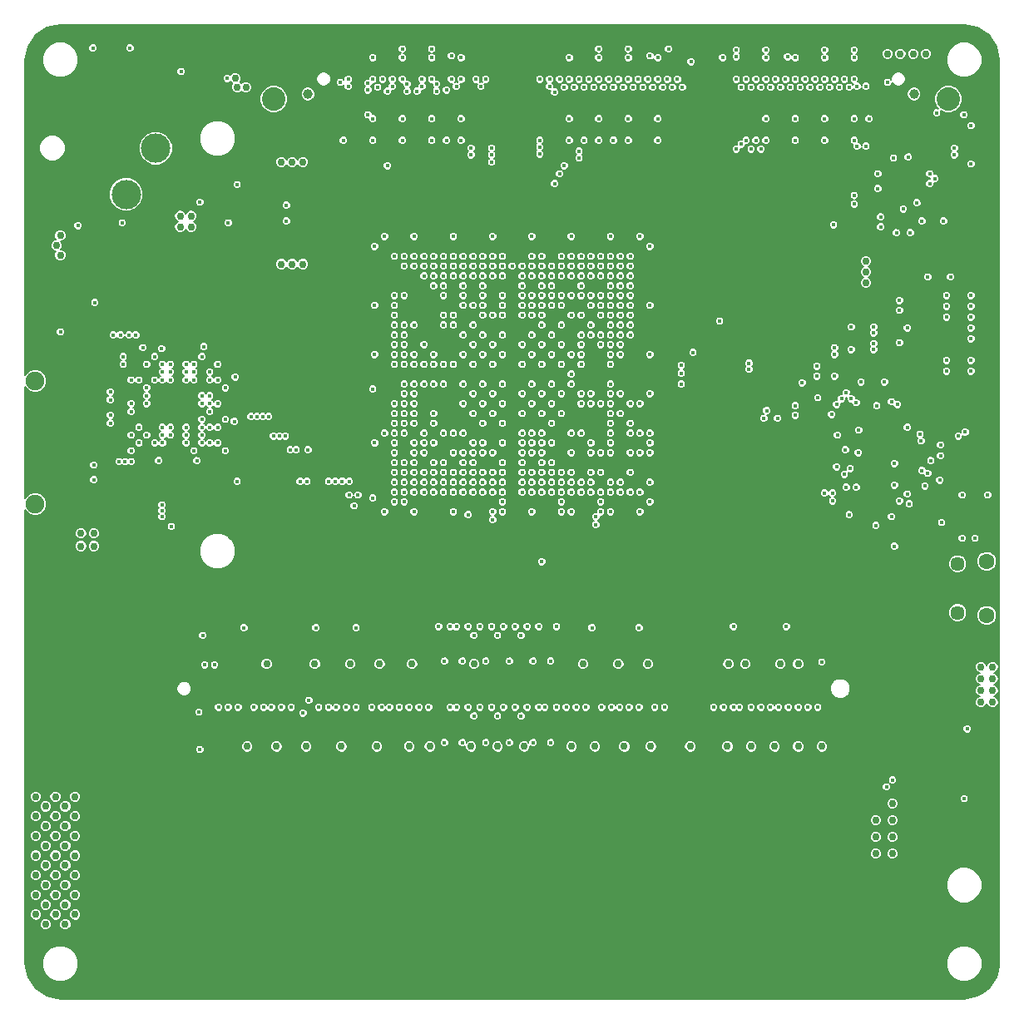
<source format=gbr>
G04 (created by PCBNEW-RS274X (2012-05-21 BZR 3261)-stable) date Thu 02 May 2013 12:01:43 PM PDT*
G01*
G70*
G90*
%MOIN*%
G04 Gerber Fmt 3.4, Leading zero omitted, Abs format*
%FSLAX34Y34*%
G04 APERTURE LIST*
%ADD10C,0.006000*%
%ADD11C,0.063000*%
%ADD12C,0.057100*%
%ADD13C,0.039400*%
%ADD14C,0.094000*%
%ADD15C,0.074800*%
%ADD16C,0.023000*%
%ADD17C,0.017700*%
%ADD18C,0.118100*%
%ADD19C,0.023600*%
%ADD20C,0.030000*%
G04 APERTURE END LIST*
G54D10*
G54D11*
X70197Y-41161D03*
X70197Y-38995D03*
G54D12*
X69027Y-41057D03*
X69027Y-39099D03*
G54D13*
X67282Y-20271D03*
X42994Y-20271D03*
G54D14*
X68654Y-20472D03*
X41622Y-20472D03*
G54D15*
X32067Y-31770D03*
X32067Y-36711D03*
G54D16*
X41181Y-25039D03*
X41378Y-24744D03*
X40984Y-24744D03*
X40984Y-25334D03*
X41378Y-25334D03*
G54D17*
X38619Y-19468D03*
X39013Y-19468D03*
X38816Y-19763D03*
X38619Y-20058D03*
X39013Y-20058D03*
X34783Y-26456D03*
X34429Y-26456D03*
X34606Y-26220D03*
X34783Y-25984D03*
X34429Y-25984D03*
G54D18*
X36890Y-22441D03*
X34528Y-22441D03*
X35709Y-24291D03*
G54D19*
X67245Y-24252D03*
X66851Y-24252D03*
X66457Y-24252D03*
X67245Y-23858D03*
X66851Y-23858D03*
X66457Y-23858D03*
X67245Y-23464D03*
X66851Y-23464D03*
X66457Y-23464D03*
G54D17*
X67321Y-48150D03*
X67321Y-47756D03*
X67518Y-47953D03*
X67715Y-48150D03*
X67715Y-47756D03*
X67008Y-33622D03*
X67913Y-23858D03*
X66614Y-32716D03*
X67047Y-22795D03*
X66220Y-19803D03*
X65000Y-22362D03*
X65000Y-19961D03*
X65354Y-22362D03*
X65354Y-19961D03*
X66850Y-24882D03*
X65945Y-25197D03*
X65945Y-25590D03*
X65827Y-24055D03*
X50394Y-35827D03*
X50354Y-44842D03*
X51575Y-34646D03*
X50354Y-41614D03*
X50394Y-34646D03*
X49882Y-41614D03*
X51772Y-44842D03*
X50787Y-35433D03*
X53150Y-35433D03*
X51772Y-41614D03*
X48701Y-44842D03*
X49409Y-37126D03*
X52362Y-35039D03*
X52244Y-44842D03*
X51968Y-35827D03*
X52480Y-44842D03*
X52756Y-36220D03*
X50590Y-45197D03*
X51575Y-35433D03*
X50590Y-41968D03*
X50787Y-36220D03*
X50827Y-44842D03*
X51575Y-35827D03*
X50827Y-41614D03*
X51299Y-44842D03*
X50787Y-35827D03*
X51535Y-45197D03*
X53150Y-36614D03*
X51299Y-41614D03*
X53150Y-36220D03*
X53543Y-35827D03*
X51535Y-41968D03*
X49646Y-41968D03*
X50000Y-35433D03*
X50394Y-37323D03*
X49882Y-44842D03*
X52244Y-41614D03*
X53937Y-36220D03*
X48937Y-41614D03*
X49606Y-35039D03*
X54331Y-35827D03*
X60039Y-44842D03*
X42795Y-45079D03*
X48425Y-35827D03*
X60275Y-44842D03*
X54331Y-35433D03*
X48031Y-35827D03*
X43031Y-44567D03*
X54724Y-36220D03*
X52953Y-41614D03*
X54724Y-36614D03*
X52953Y-44842D03*
X62638Y-44842D03*
X56693Y-34646D03*
X55118Y-34646D03*
X60748Y-44842D03*
X55512Y-36220D03*
X56260Y-44842D03*
X53150Y-37008D03*
X54370Y-41653D03*
X51575Y-35039D03*
X47047Y-44842D03*
X48425Y-36220D03*
X44921Y-41653D03*
X42323Y-44842D03*
X48819Y-34646D03*
X40433Y-41653D03*
X47638Y-35827D03*
X61535Y-44842D03*
X55905Y-34646D03*
X61142Y-44842D03*
X55118Y-33858D03*
X55905Y-35433D03*
X59646Y-44842D03*
X56693Y-35827D03*
X59252Y-44842D03*
X54527Y-37205D03*
X54331Y-36220D03*
X54527Y-37520D03*
X53937Y-35827D03*
X57283Y-44842D03*
X55512Y-35827D03*
X55118Y-35827D03*
X56890Y-44842D03*
X53543Y-36220D03*
X55866Y-44842D03*
X52756Y-35433D03*
X55472Y-44842D03*
X55118Y-36220D03*
X55157Y-44842D03*
X54724Y-37008D03*
X54764Y-44842D03*
X53150Y-35827D03*
X53740Y-44842D03*
X52362Y-35433D03*
X53346Y-44842D03*
X47835Y-44842D03*
X52362Y-35827D03*
X47441Y-44842D03*
X51968Y-36220D03*
X46653Y-44842D03*
X51575Y-36220D03*
X46260Y-44842D03*
X51968Y-34646D03*
X55512Y-33071D03*
X63425Y-44842D03*
X50000Y-35827D03*
X45945Y-44842D03*
X45551Y-44842D03*
X49606Y-35827D03*
X48819Y-35827D03*
X44527Y-44842D03*
X44134Y-44842D03*
X49212Y-36220D03*
X55905Y-33465D03*
X63031Y-44842D03*
X43819Y-44842D03*
X48819Y-36220D03*
X49212Y-35433D03*
X43425Y-44842D03*
X41929Y-44842D03*
X48425Y-35039D03*
X41535Y-44842D03*
X48031Y-36220D03*
X55905Y-33858D03*
X62244Y-44842D03*
X41220Y-44842D03*
X48425Y-35433D03*
X47638Y-36220D03*
X40827Y-44842D03*
X39803Y-44842D03*
X46850Y-36220D03*
X46457Y-36614D03*
X39409Y-44842D03*
X56299Y-34646D03*
X61850Y-44842D03*
X55512Y-32283D03*
X62165Y-41614D03*
X60039Y-41614D03*
X56299Y-36220D03*
X56260Y-41653D03*
X55905Y-36220D03*
X52756Y-35827D03*
X54134Y-44842D03*
X52362Y-36220D03*
X52362Y-39016D03*
X44921Y-44842D03*
X49606Y-36220D03*
X49212Y-35827D03*
X43307Y-41653D03*
X48031Y-35433D03*
X40197Y-44842D03*
X50000Y-36220D03*
X48937Y-44842D03*
X47244Y-35827D03*
X48228Y-41614D03*
X49646Y-45197D03*
X50787Y-35039D03*
X50394Y-36220D03*
X49409Y-44842D03*
X48701Y-41614D03*
X49212Y-35039D03*
X53543Y-34646D03*
X54331Y-32677D03*
X50000Y-34646D03*
X55118Y-32677D03*
X54331Y-32283D03*
X51575Y-34252D03*
X55118Y-31890D03*
X50000Y-34252D03*
X55118Y-34252D03*
X50787Y-34252D03*
X52756Y-35039D03*
X49212Y-33858D03*
X63583Y-43031D03*
X52362Y-33858D03*
X54724Y-32677D03*
X49606Y-35433D03*
X49409Y-41614D03*
X48031Y-30709D03*
X46457Y-31102D03*
X64173Y-32716D03*
X47638Y-30315D03*
X47244Y-31102D03*
X70236Y-36339D03*
X64016Y-36575D03*
X69212Y-36339D03*
X64685Y-37126D03*
X48031Y-31102D03*
X61378Y-32953D03*
X47638Y-31102D03*
X64724Y-35276D03*
X68307Y-35748D03*
X48425Y-31102D03*
X48425Y-31890D03*
X46850Y-31102D03*
X38425Y-31732D03*
X46457Y-30709D03*
X38110Y-31417D03*
X46850Y-29527D03*
X46850Y-30315D03*
X39370Y-31732D03*
X37480Y-31417D03*
X46457Y-29527D03*
X37165Y-31102D03*
X46457Y-28740D03*
X36535Y-31102D03*
X46850Y-28346D03*
X46457Y-30315D03*
X39055Y-31417D03*
X38425Y-31102D03*
X46850Y-29921D03*
X38110Y-31102D03*
X46457Y-29921D03*
X46457Y-29134D03*
X37480Y-31102D03*
X64882Y-24685D03*
X50787Y-37008D03*
X55905Y-32677D03*
X67126Y-25827D03*
X56693Y-33858D03*
X56299Y-32677D03*
X64882Y-24331D03*
X50787Y-36614D03*
X56299Y-33858D03*
X66575Y-25827D03*
X66378Y-32598D03*
X64567Y-32244D03*
X64212Y-33937D03*
X62795Y-31850D03*
X54331Y-27559D03*
X57992Y-20000D03*
X54331Y-26772D03*
X56811Y-20000D03*
X53937Y-27165D03*
X56614Y-19685D03*
X53543Y-26772D03*
X56417Y-20000D03*
X53150Y-26772D03*
X56220Y-19685D03*
X53543Y-27165D03*
X56024Y-20000D03*
X55512Y-26772D03*
X52756Y-27165D03*
X55630Y-20000D03*
X52362Y-26772D03*
X55433Y-19685D03*
X53937Y-28346D03*
X55236Y-22126D03*
X54331Y-27165D03*
X55236Y-20001D03*
X51968Y-27165D03*
X55039Y-19685D03*
X51968Y-26772D03*
X54842Y-20000D03*
X57795Y-19685D03*
X51575Y-27165D03*
X54449Y-20000D03*
X51181Y-27165D03*
X54252Y-19685D03*
X53543Y-28346D03*
X54055Y-22126D03*
X52756Y-27559D03*
X54055Y-20000D03*
X53858Y-22559D03*
X53150Y-27165D03*
X53858Y-19685D03*
X53937Y-26772D03*
X53858Y-22835D03*
X53661Y-20000D03*
X55118Y-26772D03*
X53937Y-27953D03*
X53268Y-23150D03*
X53268Y-20000D03*
X52362Y-27165D03*
X53071Y-23465D03*
X53937Y-27559D03*
X52362Y-27953D03*
X53071Y-19685D03*
X52362Y-29134D03*
X52874Y-23858D03*
X52874Y-20197D03*
X52756Y-28346D03*
X52283Y-22677D03*
X51968Y-28740D03*
X51575Y-27953D03*
X52677Y-19685D03*
X52283Y-22402D03*
X51968Y-29134D03*
X52677Y-19961D03*
X51968Y-28346D03*
X57598Y-20000D03*
X52283Y-22126D03*
X52362Y-27559D03*
X51575Y-27559D03*
X52283Y-19685D03*
X54724Y-27165D03*
X57401Y-19685D03*
X54724Y-26772D03*
X57205Y-20000D03*
X47953Y-18465D03*
X61338Y-18504D03*
X55827Y-18465D03*
X57441Y-18465D03*
X51575Y-28346D03*
X52362Y-28346D03*
X54331Y-28740D03*
X54331Y-28346D03*
X52756Y-27953D03*
X50354Y-22441D03*
X48425Y-27559D03*
X50000Y-27953D03*
X50118Y-19685D03*
X50394Y-27165D03*
X48937Y-19961D03*
X49212Y-27953D03*
X50394Y-26772D03*
X49212Y-27165D03*
X48740Y-19685D03*
X49212Y-28346D03*
X48543Y-22126D03*
X48543Y-20118D03*
X48425Y-27165D03*
X50000Y-27165D03*
X48031Y-27953D03*
X48149Y-20157D03*
X50000Y-26772D03*
X48425Y-27953D03*
X48150Y-19882D03*
X50354Y-22716D03*
X49606Y-27559D03*
X49606Y-26772D03*
X47559Y-19961D03*
X49606Y-27165D03*
X47559Y-19685D03*
X49212Y-26772D03*
X47362Y-20157D03*
X48819Y-27165D03*
X46968Y-20158D03*
X48819Y-26772D03*
X46968Y-19882D03*
X49921Y-19961D03*
X50000Y-27559D03*
X48031Y-27165D03*
X46378Y-19961D03*
X48031Y-26772D03*
X46378Y-19685D03*
X46181Y-23150D03*
X48425Y-28346D03*
X46181Y-20157D03*
X47638Y-27165D03*
X45984Y-19685D03*
X47638Y-26772D03*
X45787Y-20000D03*
X50787Y-27559D03*
X50354Y-22993D03*
X47244Y-27165D03*
X45394Y-19842D03*
X47244Y-26772D03*
X45394Y-20118D03*
X46850Y-26772D03*
X45394Y-21102D03*
X46850Y-27165D03*
X44606Y-19961D03*
X46457Y-26772D03*
X44606Y-19685D03*
X49724Y-19685D03*
X48425Y-26772D03*
X44409Y-22126D03*
X44291Y-19803D03*
X48031Y-27559D03*
X49527Y-22441D03*
X50787Y-27165D03*
X49527Y-22716D03*
X49212Y-27559D03*
X50787Y-26772D03*
X49212Y-28740D03*
X50000Y-28346D03*
X50787Y-29134D03*
X50787Y-28740D03*
X50000Y-28740D03*
X55905Y-29921D03*
X64685Y-20000D03*
X54724Y-30315D03*
X55905Y-28740D03*
X63504Y-20000D03*
X55118Y-30315D03*
X55512Y-28346D03*
X63307Y-19685D03*
X55512Y-29921D03*
X55905Y-28346D03*
X55118Y-29921D03*
X63110Y-20000D03*
X55512Y-27953D03*
X62913Y-19685D03*
X55118Y-29134D03*
X55905Y-27953D03*
X62716Y-20000D03*
X55512Y-28740D03*
X55512Y-29527D03*
X55512Y-27559D03*
X62323Y-20000D03*
X55118Y-28740D03*
X55905Y-27559D03*
X55118Y-28346D03*
X62126Y-19685D03*
X55512Y-27165D03*
X61929Y-20000D03*
X55118Y-27953D03*
X55905Y-27165D03*
X61732Y-19685D03*
X55118Y-27559D03*
X55905Y-26772D03*
X55118Y-27165D03*
X61535Y-20000D03*
X64488Y-19685D03*
X54724Y-29921D03*
X61142Y-22480D03*
X61142Y-20000D03*
X60945Y-22126D03*
X60945Y-19685D03*
X60748Y-22480D03*
X60748Y-20000D03*
X60551Y-22126D03*
X60551Y-19685D03*
X60354Y-22283D03*
X60354Y-20000D03*
X55905Y-29527D03*
X60157Y-22480D03*
X60157Y-19685D03*
X54724Y-29134D03*
X64291Y-20000D03*
X55512Y-29134D03*
X64094Y-19685D03*
X54724Y-28740D03*
X55905Y-29134D03*
X63898Y-20000D03*
X54724Y-28346D03*
X64370Y-32480D03*
X55118Y-31102D03*
X53937Y-30315D03*
X55512Y-30315D03*
X53937Y-30709D03*
X54331Y-29527D03*
X53543Y-33858D03*
X53937Y-31102D03*
X53543Y-29134D03*
X48819Y-33858D03*
X48819Y-29134D03*
X39055Y-32677D03*
X48031Y-31890D03*
X39370Y-32677D03*
X47244Y-31890D03*
X47244Y-34646D03*
X36535Y-32677D03*
X36535Y-32362D03*
X47638Y-34646D03*
X46850Y-32283D03*
X40945Y-33189D03*
X46457Y-32677D03*
X41417Y-33189D03*
X46850Y-35039D03*
X43819Y-35787D03*
X42677Y-35787D03*
X46457Y-34252D03*
X46457Y-35433D03*
X44645Y-35787D03*
X44646Y-36339D03*
X46850Y-35827D03*
X46457Y-36220D03*
X44842Y-36772D03*
X46457Y-35827D03*
X45000Y-36339D03*
X41181Y-33189D03*
X46850Y-32677D03*
X41614Y-33976D03*
X46850Y-33071D03*
X41850Y-33976D03*
X46457Y-33071D03*
X42087Y-33976D03*
X46850Y-33465D03*
X42283Y-34527D03*
X46457Y-33465D03*
X42992Y-34527D03*
X46850Y-33858D03*
X42520Y-34527D03*
X46457Y-33858D03*
X46457Y-34646D03*
X42953Y-35787D03*
X44369Y-35787D03*
X46850Y-35433D03*
X44094Y-35787D03*
X46457Y-35039D03*
X47638Y-31890D03*
X39055Y-32992D03*
X37480Y-33937D03*
X47244Y-35039D03*
X48031Y-33071D03*
X38740Y-34252D03*
X47638Y-33858D03*
X38110Y-34252D03*
X38110Y-33937D03*
X47638Y-34252D03*
X47244Y-32677D03*
X39055Y-33622D03*
X46850Y-31890D03*
X40709Y-33189D03*
X47244Y-34252D03*
X36850Y-31732D03*
X36535Y-32047D03*
X48031Y-34252D03*
X64882Y-18504D03*
X65039Y-34646D03*
X59606Y-18819D03*
X38858Y-43150D03*
X47244Y-36220D03*
X68111Y-23661D03*
X64567Y-36024D03*
X46850Y-36614D03*
X39252Y-43150D03*
X64961Y-36024D03*
X67914Y-23465D03*
X62520Y-22126D03*
X61338Y-21260D03*
X55512Y-30709D03*
X64882Y-22126D03*
X64882Y-21260D03*
X53937Y-29921D03*
X63701Y-22126D03*
X56693Y-30709D03*
X60157Y-18779D03*
X56693Y-28740D03*
X62520Y-21260D03*
X55118Y-30709D03*
X60157Y-18504D03*
X54331Y-29921D03*
X56693Y-26378D03*
X61338Y-22126D03*
X55118Y-29527D03*
X63701Y-21260D03*
X53464Y-22126D03*
X55827Y-22126D03*
X51968Y-27559D03*
X54646Y-18465D03*
X53543Y-27559D03*
X54646Y-21260D03*
X53150Y-28740D03*
X55827Y-21260D03*
X52756Y-28740D03*
X57008Y-21260D03*
X54724Y-27559D03*
X51968Y-25984D03*
X52362Y-28740D03*
X53543Y-25984D03*
X55118Y-25984D03*
X57008Y-18819D03*
X57008Y-19685D03*
X53464Y-18819D03*
X55827Y-18819D03*
X55827Y-19685D03*
X53464Y-19685D03*
X56299Y-25984D03*
X57008Y-22126D03*
X51575Y-29134D03*
X54646Y-19685D03*
X53464Y-21260D03*
X54646Y-18819D03*
X51575Y-28740D03*
X54646Y-22126D03*
X47953Y-19685D03*
X50394Y-27559D03*
X50000Y-29134D03*
X47953Y-22126D03*
X46772Y-18819D03*
X47953Y-21260D03*
X48819Y-27559D03*
X49134Y-22126D03*
X50787Y-28346D03*
X46063Y-25984D03*
X46772Y-22126D03*
X49134Y-21260D03*
X50394Y-25984D03*
X45590Y-22126D03*
X50394Y-29134D03*
X46772Y-21260D03*
X46772Y-18465D03*
X47953Y-18819D03*
X47638Y-27559D03*
X45590Y-18819D03*
X45590Y-21260D03*
X49606Y-28740D03*
X48819Y-25984D03*
X49134Y-19685D03*
X47244Y-25984D03*
X49134Y-18819D03*
X45590Y-19685D03*
X46772Y-19685D03*
X63701Y-19685D03*
X63701Y-18819D03*
X64882Y-18819D03*
X61338Y-18819D03*
X62520Y-18819D03*
X63701Y-18504D03*
X62520Y-19685D03*
X61338Y-19685D03*
X64882Y-19685D03*
X68346Y-34764D03*
X37913Y-19370D03*
X65748Y-37559D03*
X38661Y-46535D03*
X38622Y-45039D03*
X69331Y-33819D03*
X66378Y-37205D03*
X62519Y-32757D03*
X66496Y-35079D03*
X62519Y-33150D03*
X66496Y-35945D03*
X64527Y-34527D03*
X67087Y-36693D03*
X66693Y-28937D03*
X68386Y-37441D03*
X64016Y-36260D03*
X64488Y-35512D03*
X69567Y-28779D03*
X66102Y-31811D03*
X67835Y-35472D03*
X69567Y-30945D03*
X67598Y-35354D03*
X69567Y-29213D03*
X69567Y-30079D03*
X67953Y-34961D03*
X66693Y-28543D03*
X66693Y-30236D03*
X69212Y-38071D03*
X63701Y-36260D03*
X35551Y-25433D03*
X67559Y-34173D03*
X33779Y-25551D03*
X68346Y-34331D03*
X66417Y-47756D03*
X67008Y-36299D03*
X38661Y-24606D03*
X63976Y-33110D03*
X64961Y-32638D03*
X42126Y-25354D03*
X42126Y-24724D03*
X64764Y-32480D03*
X66693Y-36575D03*
X66181Y-48031D03*
X59488Y-29370D03*
X65787Y-32756D03*
X68189Y-21024D03*
X67520Y-33898D03*
X34409Y-35728D03*
X34409Y-35138D03*
X37165Y-33937D03*
X47244Y-35433D03*
X37165Y-31417D03*
X46457Y-28346D03*
X46063Y-33858D03*
X40158Y-35787D03*
X46850Y-30709D03*
X39055Y-32362D03*
X39370Y-33622D03*
X47244Y-33071D03*
X35079Y-33150D03*
X35079Y-33465D03*
X35079Y-32205D03*
X35079Y-32520D03*
X35197Y-29921D03*
X35905Y-32677D03*
X35905Y-33937D03*
X35472Y-29921D03*
X35905Y-31732D03*
X36535Y-33937D03*
X36220Y-34252D03*
X35590Y-31102D03*
X35905Y-32992D03*
X35590Y-30787D03*
X37165Y-34252D03*
X35905Y-35000D03*
X35905Y-34567D03*
X35669Y-35000D03*
X35433Y-35000D03*
X36378Y-30433D03*
G54D20*
X33740Y-35433D03*
G54D17*
X68622Y-22047D03*
X59961Y-20236D03*
X52756Y-29134D03*
X54606Y-45197D03*
G54D20*
X69291Y-49370D03*
G54D17*
X54331Y-33071D03*
X53937Y-34252D03*
X35590Y-34567D03*
G54D20*
X70433Y-47992D03*
X69921Y-50039D03*
G54D17*
X45157Y-45197D03*
X52362Y-29921D03*
X52362Y-30709D03*
X38110Y-32677D03*
X59803Y-45197D03*
X54331Y-30315D03*
X54606Y-41968D03*
X54724Y-33465D03*
X39055Y-31102D03*
X50315Y-20236D03*
X49606Y-33858D03*
X49212Y-34252D03*
X48819Y-29921D03*
G54D20*
X42165Y-25039D03*
G54D17*
X47638Y-29527D03*
G54D20*
X40147Y-18966D03*
G54D17*
X66063Y-20709D03*
X44685Y-45197D03*
X37913Y-19646D03*
X36220Y-32047D03*
G54D20*
X68622Y-49370D03*
G54D17*
X49173Y-43307D03*
X50787Y-29527D03*
X64724Y-31220D03*
X64331Y-24921D03*
X49606Y-32677D03*
X62520Y-20709D03*
X50000Y-29527D03*
X53543Y-29527D03*
X51575Y-29921D03*
X44212Y-20709D03*
X52756Y-32283D03*
X56299Y-34252D03*
X38425Y-33622D03*
X69527Y-20905D03*
X46378Y-18465D03*
X51575Y-33465D03*
X49134Y-20984D03*
X43622Y-20236D03*
X63110Y-30827D03*
X51968Y-31102D03*
X60512Y-41968D03*
X37480Y-32362D03*
X52756Y-33858D03*
X49134Y-20709D03*
X64094Y-30039D03*
X54331Y-27953D03*
X47244Y-36614D03*
X34646Y-29527D03*
X61338Y-20236D03*
X65669Y-28898D03*
X53898Y-41968D03*
X53150Y-31890D03*
X61338Y-20709D03*
X61259Y-32638D03*
X67598Y-31929D03*
X53464Y-20984D03*
X68327Y-22047D03*
X38425Y-33937D03*
X57441Y-41968D03*
G54D20*
X36811Y-27047D03*
G54D17*
X66693Y-20709D03*
X68425Y-24961D03*
X52756Y-33071D03*
X53543Y-31102D03*
X38425Y-32362D03*
X37500Y-36968D03*
X35079Y-31890D03*
X51968Y-35039D03*
X37480Y-32047D03*
X56024Y-41968D03*
X43268Y-41968D03*
X54331Y-31102D03*
X55315Y-45197D03*
X51968Y-32283D03*
X55827Y-20984D03*
G54D20*
X39842Y-18661D03*
G54D17*
X52716Y-43307D03*
X53150Y-29921D03*
X54646Y-20709D03*
G54D20*
X33110Y-33779D03*
G54D17*
X37480Y-32992D03*
G54D20*
X69921Y-49370D03*
G54D17*
X68425Y-23346D03*
X54724Y-32283D03*
X50315Y-19961D03*
X64370Y-30039D03*
X66850Y-37441D03*
X66851Y-23858D03*
X36378Y-30118D03*
X47953Y-20709D03*
X47638Y-27953D03*
X47992Y-45197D03*
X54331Y-30709D03*
X48819Y-27953D03*
X46457Y-27165D03*
X47244Y-26378D03*
X63779Y-25827D03*
X36220Y-33307D03*
G54D20*
X70433Y-47008D03*
G54D17*
X50394Y-26378D03*
X59331Y-19961D03*
X66850Y-25197D03*
G54D20*
X38307Y-26063D03*
G54D17*
X38425Y-33307D03*
X44685Y-41968D03*
X58189Y-20236D03*
X35079Y-32835D03*
X50000Y-31102D03*
X60157Y-29724D03*
X57441Y-45197D03*
X49606Y-29921D03*
X52756Y-30315D03*
X51063Y-46575D03*
X53464Y-20236D03*
X43976Y-41968D03*
X47638Y-32283D03*
X49212Y-29527D03*
X48464Y-46575D03*
X36850Y-31102D03*
G54D20*
X33307Y-37638D03*
G54D17*
X64172Y-34626D03*
G54D20*
X69961Y-47008D03*
G54D17*
X47953Y-20984D03*
X48425Y-33465D03*
X53937Y-28740D03*
X39252Y-45197D03*
X48819Y-26378D03*
X58937Y-30000D03*
X51063Y-43307D03*
X62638Y-41968D03*
X56732Y-41968D03*
X56299Y-32283D03*
X47638Y-30709D03*
X60669Y-30354D03*
X62559Y-33661D03*
X63110Y-35748D03*
X52756Y-31102D03*
X63346Y-41968D03*
X56496Y-41968D03*
X62520Y-20236D03*
X56299Y-28740D03*
X50118Y-46575D03*
X56299Y-30709D03*
G54D20*
X69291Y-50039D03*
G54D17*
X39055Y-33937D03*
X35039Y-28937D03*
X46063Y-28740D03*
X34291Y-32657D03*
X48425Y-29921D03*
X37500Y-37205D03*
X50394Y-25590D03*
X50000Y-33071D03*
X48425Y-34252D03*
X52716Y-46575D03*
X63583Y-43346D03*
G54D20*
X39409Y-20394D03*
G54D17*
X35551Y-33937D03*
X38425Y-34252D03*
X51457Y-20709D03*
X48819Y-31890D03*
X59527Y-31535D03*
X35079Y-33779D03*
X40020Y-34587D03*
X53543Y-30315D03*
X70315Y-33465D03*
G54D20*
X36024Y-26772D03*
G54D17*
X50394Y-35039D03*
X59094Y-45197D03*
X36535Y-31732D03*
X38816Y-19763D03*
X64882Y-20709D03*
X67518Y-47953D03*
X52008Y-46575D03*
X46811Y-45197D03*
X35905Y-30787D03*
X51575Y-32677D03*
G54D20*
X39842Y-20630D03*
G54D17*
X65650Y-33740D03*
X37165Y-32992D03*
X56299Y-26378D03*
X68898Y-22047D03*
X59331Y-20236D03*
X61220Y-41968D03*
X53543Y-35039D03*
X40118Y-26772D03*
X66457Y-22520D03*
X58189Y-20984D03*
X47283Y-45197D03*
X58819Y-20236D03*
X65669Y-31220D03*
X46063Y-34252D03*
X40197Y-41968D03*
X66693Y-20236D03*
X63110Y-34094D03*
X55118Y-36614D03*
X37795Y-20630D03*
X38819Y-30079D03*
X69173Y-22047D03*
X42795Y-41968D03*
X56693Y-36220D03*
X37165Y-34567D03*
X59803Y-41968D03*
X52362Y-32677D03*
X53543Y-28740D03*
X39370Y-32047D03*
X53543Y-29921D03*
X39370Y-33937D03*
X40394Y-31614D03*
X49606Y-31890D03*
G54D20*
X70433Y-47520D03*
G54D17*
X70000Y-20512D03*
X59331Y-20984D03*
X42087Y-45197D03*
X46575Y-41968D03*
X61929Y-41968D03*
X53464Y-20709D03*
X48819Y-34252D03*
X37165Y-32362D03*
X53150Y-27953D03*
X36220Y-32677D03*
X41378Y-45197D03*
X49606Y-33465D03*
X68583Y-29646D03*
X33484Y-32657D03*
X48819Y-28740D03*
X37165Y-32047D03*
X53189Y-41968D03*
X38740Y-31102D03*
G54D20*
X38307Y-26496D03*
G54D17*
X38740Y-31417D03*
X38110Y-32047D03*
X59094Y-41968D03*
X43346Y-20472D03*
G54D20*
X33307Y-38425D03*
G54D17*
X61693Y-45197D03*
X45669Y-26772D03*
X58819Y-19961D03*
G54D20*
X40748Y-27087D03*
G54D17*
X40669Y-41968D03*
X39370Y-33307D03*
X50945Y-19961D03*
X49173Y-46575D03*
X58937Y-30315D03*
X68583Y-30079D03*
G54D20*
X33110Y-34134D03*
G54D17*
X59961Y-20709D03*
X61535Y-35276D03*
X43268Y-45197D03*
X64724Y-26968D03*
X38976Y-23898D03*
X48425Y-28740D03*
X52087Y-20709D03*
X46772Y-20984D03*
X40354Y-33386D03*
X56732Y-45197D03*
X52756Y-29527D03*
X50945Y-20236D03*
X46102Y-45197D03*
X60984Y-45197D03*
X70000Y-24252D03*
X64724Y-28898D03*
X62401Y-41968D03*
G54D20*
X67047Y-41299D03*
G54D17*
X49606Y-30709D03*
X64016Y-36890D03*
X43976Y-45197D03*
X39488Y-41968D03*
X61810Y-32638D03*
X54370Y-45197D03*
X34606Y-26220D03*
X49212Y-31102D03*
X58346Y-18504D03*
X36220Y-31417D03*
X38425Y-32677D03*
X69449Y-22047D03*
X51457Y-20236D03*
X45590Y-36772D03*
X54724Y-31102D03*
G54D20*
X69961Y-47992D03*
G54D17*
X40433Y-45197D03*
X35905Y-33622D03*
X35905Y-34252D03*
X54646Y-20984D03*
X50315Y-20709D03*
X51968Y-29527D03*
X50394Y-30709D03*
X50394Y-29921D03*
X52362Y-31890D03*
X37165Y-33307D03*
X69567Y-27382D03*
X57008Y-20236D03*
X39370Y-23898D03*
X56693Y-26772D03*
X51575Y-30709D03*
X53150Y-32677D03*
X36220Y-33937D03*
X46772Y-20709D03*
X50394Y-29527D03*
X36220Y-32992D03*
X53937Y-29527D03*
X36850Y-34567D03*
X62401Y-45197D03*
G54D20*
X67047Y-42087D03*
G54D17*
X35905Y-32047D03*
X51457Y-20984D03*
X43622Y-20709D03*
X60275Y-41968D03*
X66850Y-27598D03*
X63543Y-30039D03*
X69567Y-30512D03*
X59331Y-20709D03*
X65866Y-47362D03*
X65827Y-24449D03*
X44212Y-20984D03*
X62992Y-18150D03*
X51457Y-19961D03*
X56299Y-36614D03*
X52087Y-19961D03*
X45157Y-41968D03*
X47638Y-35039D03*
X54724Y-35039D03*
X38425Y-32047D03*
X48819Y-35039D03*
X51968Y-33465D03*
X53543Y-32283D03*
X53150Y-30709D03*
X53150Y-33465D03*
X70236Y-38071D03*
X50394Y-36614D03*
X45512Y-28150D03*
X54724Y-29527D03*
X49212Y-30315D03*
X32756Y-32657D03*
X66063Y-20236D03*
X36220Y-32362D03*
X47283Y-41968D03*
X52087Y-20236D03*
X40669Y-45197D03*
X64055Y-25197D03*
X60669Y-30590D03*
X37500Y-36732D03*
X51968Y-36614D03*
X50394Y-31890D03*
X58937Y-30630D03*
X48819Y-36614D03*
X53543Y-34252D03*
X50000Y-30315D03*
X50787Y-31102D03*
X38110Y-33307D03*
X46063Y-36614D03*
X58937Y-30905D03*
X55827Y-20236D03*
X43622Y-20984D03*
X52756Y-34646D03*
X48819Y-32677D03*
X50118Y-43307D03*
G54D20*
X40748Y-22992D03*
G54D17*
X63819Y-30039D03*
X37008Y-35276D03*
X67008Y-27835D03*
X50394Y-32677D03*
X38543Y-35276D03*
X51968Y-26378D03*
X55827Y-20709D03*
X55118Y-26378D03*
X53543Y-26378D03*
X68976Y-24882D03*
X45590Y-20709D03*
X37480Y-33307D03*
X53543Y-36614D03*
X41378Y-41968D03*
X36378Y-29764D03*
X48464Y-43307D03*
X58189Y-20709D03*
X45866Y-41968D03*
X45590Y-36024D03*
G54D20*
X37874Y-26496D03*
G54D17*
X57008Y-20709D03*
X49606Y-29134D03*
X47047Y-41968D03*
X52362Y-33465D03*
X50787Y-33071D03*
X39961Y-45197D03*
X35275Y-28937D03*
X47638Y-33465D03*
X51575Y-29527D03*
X38110Y-32362D03*
X49134Y-20236D03*
X59527Y-31929D03*
X50945Y-20709D03*
X51968Y-33071D03*
X53189Y-45197D03*
X53543Y-27953D03*
X62874Y-45197D03*
X42087Y-41968D03*
X65827Y-23110D03*
X46457Y-31890D03*
G54D20*
X41181Y-27087D03*
G54D17*
X50000Y-33858D03*
X50787Y-32283D03*
X48819Y-30709D03*
X50000Y-26378D03*
G54D20*
X69961Y-47520D03*
X33110Y-34488D03*
G54D17*
X37165Y-30787D03*
X60512Y-45197D03*
X67401Y-24980D03*
X49212Y-33071D03*
X45394Y-45197D03*
X51968Y-30315D03*
X54724Y-34252D03*
X50394Y-33465D03*
X54252Y-18465D03*
X54724Y-33071D03*
X58819Y-20984D03*
X50945Y-20984D03*
X65669Y-29134D03*
X63701Y-20709D03*
X49212Y-29134D03*
X42559Y-41968D03*
X58819Y-20709D03*
X49212Y-32283D03*
X54646Y-20236D03*
X46063Y-29134D03*
X52087Y-20984D03*
X51968Y-27953D03*
X59764Y-18465D03*
X44212Y-20236D03*
X50394Y-27953D03*
X65669Y-30984D03*
X56024Y-45197D03*
X40157Y-20315D03*
X64882Y-20236D03*
X54724Y-30709D03*
X52008Y-43307D03*
X42559Y-45197D03*
X69567Y-31850D03*
X50787Y-30315D03*
X64646Y-30039D03*
X46063Y-26378D03*
G54D20*
X41181Y-22992D03*
G54D17*
X50000Y-32283D03*
G54D20*
X68622Y-50039D03*
G54D17*
X51575Y-31890D03*
X46063Y-30709D03*
X63701Y-20236D03*
X68307Y-39960D03*
X66102Y-40354D03*
X47992Y-41968D03*
X63583Y-45197D03*
X55315Y-41968D03*
G54D20*
X68464Y-39331D03*
G54D17*
X54724Y-27953D03*
G54D20*
X37874Y-26063D03*
G54D17*
X57008Y-20984D03*
X53543Y-32677D03*
X35905Y-31102D03*
X53898Y-45197D03*
X70315Y-33938D03*
X38740Y-31732D03*
X54724Y-34646D03*
X54331Y-34252D03*
X52362Y-34252D03*
X52362Y-34646D03*
X48031Y-35039D03*
X37520Y-37598D03*
X53150Y-27559D03*
X53150Y-28346D03*
X69567Y-31378D03*
X69567Y-28346D03*
X36850Y-30787D03*
X37126Y-30472D03*
X40039Y-33386D03*
X38425Y-34567D03*
X36220Y-31732D03*
X36220Y-33622D03*
X39685Y-32047D03*
X39055Y-34252D03*
X37008Y-34961D03*
G54D20*
X41929Y-27087D03*
G54D17*
X38740Y-30787D03*
X36850Y-34252D03*
G54D20*
X42362Y-27087D03*
G54D17*
X38819Y-30394D03*
G54D20*
X42795Y-27087D03*
G54D17*
X36102Y-29921D03*
X35827Y-29921D03*
X40079Y-31614D03*
X39685Y-33307D03*
X39803Y-25433D03*
X38543Y-34961D03*
X49212Y-32677D03*
X50000Y-30709D03*
X50787Y-32677D03*
X48819Y-29527D03*
X50000Y-33465D03*
X52756Y-31890D03*
X49606Y-33071D03*
X50787Y-33465D03*
X53150Y-31102D03*
X50394Y-31102D03*
X49606Y-32283D03*
X50394Y-33071D03*
X52756Y-29921D03*
X50394Y-32283D03*
X51575Y-30315D03*
X51575Y-31102D03*
X53150Y-32283D03*
X51968Y-31890D03*
X52756Y-33465D03*
X40157Y-23898D03*
X49212Y-29921D03*
G54D20*
X42362Y-22992D03*
G54D17*
X49606Y-29527D03*
X49212Y-31890D03*
X53150Y-29527D03*
X50394Y-30315D03*
X49212Y-30709D03*
X53543Y-30709D03*
X52756Y-30709D03*
X52362Y-32283D03*
X51968Y-32677D03*
X50000Y-29921D03*
X51968Y-30709D03*
X53543Y-31890D03*
X52756Y-32677D03*
X51575Y-32283D03*
G54D20*
X41929Y-22992D03*
G54D17*
X50787Y-30709D03*
X51575Y-33071D03*
X49606Y-30315D03*
X50787Y-29921D03*
X52362Y-31102D03*
X53543Y-31496D03*
X49606Y-31102D03*
X50000Y-31890D03*
X52362Y-29527D03*
G54D20*
X42795Y-22992D03*
G54D17*
X53150Y-33071D03*
X50787Y-31890D03*
X50000Y-32677D03*
X51968Y-29921D03*
X48819Y-31102D03*
X52362Y-30315D03*
X52362Y-33071D03*
X53150Y-30315D03*
G54D20*
X54016Y-43110D03*
G54D17*
X38740Y-33307D03*
X50118Y-46260D03*
X48819Y-35433D03*
X45669Y-28740D03*
X49212Y-34646D03*
X39055Y-31732D03*
G54D20*
X62638Y-43110D03*
G54D17*
X53543Y-35433D03*
X51575Y-33858D03*
X48464Y-46260D03*
G54D20*
X69961Y-44173D03*
G54D17*
X69409Y-45709D03*
X56299Y-37008D03*
X51968Y-35433D03*
X47244Y-29527D03*
X53543Y-37008D03*
X49606Y-34252D03*
G54D20*
X70433Y-44173D03*
X69961Y-44646D03*
X56614Y-43110D03*
X44685Y-43110D03*
X49646Y-43110D03*
X55433Y-43110D03*
X51653Y-46417D03*
X47047Y-46417D03*
G54D17*
X45669Y-26378D03*
G54D20*
X45748Y-46417D03*
X42913Y-46417D03*
X69961Y-43701D03*
G54D17*
X56693Y-34252D03*
X46063Y-37008D03*
X47244Y-37008D03*
G54D20*
X41338Y-43110D03*
X44331Y-46417D03*
G54D17*
X49173Y-46260D03*
X49606Y-34646D03*
X69291Y-48504D03*
X55118Y-33465D03*
G54D20*
X49527Y-46417D03*
G54D17*
X48819Y-37008D03*
X61259Y-33268D03*
X47244Y-32283D03*
G54D20*
X50590Y-46417D03*
G54D17*
X51968Y-33858D03*
X50394Y-37008D03*
X48425Y-29527D03*
X52716Y-42992D03*
G54D20*
X43268Y-43110D03*
G54D17*
X54331Y-34646D03*
G54D20*
X47165Y-43110D03*
G54D17*
X47244Y-33465D03*
X50118Y-42992D03*
X38740Y-32677D03*
G54D20*
X45866Y-43110D03*
G54D17*
X51063Y-46260D03*
X37480Y-33622D03*
G54D20*
X70433Y-43228D03*
G54D17*
X38740Y-33937D03*
X38740Y-32362D03*
X56693Y-36614D03*
X54724Y-35433D03*
X53937Y-32677D03*
G54D20*
X61929Y-43110D03*
X70433Y-43701D03*
X40551Y-46417D03*
G54D17*
X39370Y-31102D03*
X51968Y-37008D03*
X47638Y-35433D03*
G54D20*
X60512Y-43110D03*
G54D17*
X38740Y-33622D03*
G54D20*
X59842Y-43110D03*
X59803Y-46417D03*
X69961Y-43228D03*
G54D17*
X52756Y-34252D03*
G54D20*
X60748Y-46417D03*
X63583Y-46417D03*
G54D17*
X38110Y-33622D03*
X38110Y-31732D03*
G54D20*
X62638Y-46417D03*
G54D17*
X37146Y-36732D03*
G54D20*
X61693Y-46417D03*
X58307Y-46417D03*
X41732Y-46417D03*
G54D17*
X39685Y-34567D03*
X56693Y-32283D03*
G54D20*
X54488Y-46417D03*
G54D17*
X49173Y-42992D03*
X52008Y-42992D03*
G54D20*
X56732Y-46417D03*
X55669Y-46417D03*
X53543Y-46417D03*
G54D17*
X45590Y-32087D03*
X37165Y-33622D03*
G54D20*
X47874Y-46417D03*
G54D17*
X52716Y-46260D03*
X37480Y-31732D03*
X45669Y-34252D03*
X53937Y-32283D03*
X50394Y-35433D03*
X37146Y-37205D03*
X45590Y-36457D03*
X37146Y-36968D03*
X48464Y-42992D03*
X55118Y-33071D03*
X64055Y-25512D03*
X38425Y-31417D03*
X52008Y-46260D03*
X48031Y-33465D03*
X51968Y-34252D03*
X45669Y-30709D03*
X55118Y-32283D03*
X39370Y-34252D03*
G54D20*
X70433Y-44646D03*
G54D17*
X51063Y-42992D03*
X47244Y-30709D03*
X37165Y-31732D03*
X55118Y-37008D03*
X57953Y-31142D03*
X53937Y-33858D03*
X48425Y-33858D03*
X48425Y-29134D03*
X53937Y-29134D03*
X57953Y-31890D03*
X57953Y-31457D03*
X58425Y-30630D03*
X69567Y-23071D03*
X67598Y-25354D03*
X67401Y-24626D03*
X68898Y-22716D03*
X68898Y-22441D03*
X68464Y-25354D03*
X66457Y-22835D03*
X65827Y-23465D03*
X67008Y-29646D03*
X62205Y-18779D03*
X63425Y-32441D03*
X38779Y-41968D03*
X66496Y-38386D03*
X65157Y-31811D03*
G54D20*
X65354Y-27402D03*
G54D17*
X64094Y-31575D03*
X67716Y-35984D03*
X64173Y-35216D03*
X68583Y-29213D03*
X68583Y-28346D03*
X65472Y-21260D03*
X67835Y-27598D03*
X65669Y-30512D03*
X68583Y-31378D03*
X64094Y-30709D03*
X61810Y-33268D03*
X48740Y-18740D03*
X63386Y-31181D03*
X64764Y-30512D03*
X64094Y-30433D03*
G54D20*
X65354Y-27835D03*
X65354Y-26968D03*
G54D17*
X34449Y-28622D03*
X68740Y-27598D03*
X56693Y-18740D03*
X69724Y-38071D03*
X63386Y-31575D03*
X65669Y-30276D03*
X69055Y-33976D03*
X58346Y-18976D03*
X68583Y-28779D03*
X65059Y-33740D03*
X68583Y-30945D03*
X69567Y-29646D03*
X34370Y-18425D03*
X35866Y-18425D03*
G54D20*
X32480Y-53543D03*
X33661Y-48425D03*
X32480Y-48819D03*
X33268Y-48819D03*
X33661Y-53150D03*
X32087Y-48425D03*
X32874Y-48425D03*
X66417Y-50039D03*
X66220Y-18661D03*
G54D17*
X64764Y-29606D03*
G54D20*
X32480Y-52756D03*
X33268Y-52756D03*
X32874Y-53150D03*
X32087Y-53150D03*
X33268Y-53543D03*
X32480Y-51968D03*
X33268Y-51968D03*
X33661Y-50000D03*
X33661Y-51575D03*
X32480Y-51181D03*
X33268Y-51181D03*
X32874Y-51575D03*
X32087Y-51575D03*
X32480Y-50394D03*
X33268Y-50394D03*
X38307Y-25157D03*
X32874Y-50000D03*
X32087Y-50000D03*
X32480Y-49606D03*
X33268Y-49606D03*
X33661Y-49213D03*
X32874Y-49213D03*
X32087Y-49213D03*
X66417Y-49370D03*
X66417Y-48701D03*
X33661Y-50787D03*
X32874Y-50787D03*
X32087Y-50787D03*
X65748Y-50039D03*
G54D17*
X69272Y-21102D03*
G54D20*
X67756Y-18661D03*
X37874Y-25157D03*
G54D17*
X60669Y-31063D03*
G54D20*
X66732Y-18661D03*
X40079Y-19646D03*
X33661Y-52362D03*
X32874Y-52362D03*
X32087Y-52362D03*
X67244Y-18661D03*
X65748Y-50709D03*
G54D17*
X65669Y-29606D03*
G54D20*
X37874Y-25590D03*
X66417Y-50709D03*
G54D17*
X69567Y-21535D03*
G54D20*
X65748Y-49370D03*
X38307Y-25590D03*
G54D17*
X65669Y-29842D03*
X60669Y-31299D03*
X39764Y-19646D03*
G54D20*
X33071Y-25945D03*
X33071Y-26732D03*
G54D17*
X33071Y-29803D03*
G54D20*
X32913Y-26339D03*
X40512Y-20000D03*
X40157Y-20000D03*
X34409Y-37874D03*
X33898Y-38386D03*
X33898Y-37874D03*
X34409Y-38386D03*
G54D10*
G36*
X70701Y-55106D02*
X70672Y-55249D01*
X70672Y-44694D01*
X70672Y-44599D01*
X70636Y-44511D01*
X70569Y-44444D01*
X70486Y-44409D01*
X70568Y-44376D01*
X70635Y-44309D01*
X70672Y-44221D01*
X70672Y-44126D01*
X70636Y-44038D01*
X70569Y-43971D01*
X70487Y-43936D01*
X70568Y-43904D01*
X70635Y-43837D01*
X70672Y-43749D01*
X70672Y-43654D01*
X70636Y-43566D01*
X70569Y-43499D01*
X70486Y-43464D01*
X70568Y-43431D01*
X70635Y-43364D01*
X70672Y-43276D01*
X70672Y-43181D01*
X70636Y-43093D01*
X70601Y-43058D01*
X70601Y-41242D01*
X70601Y-41081D01*
X70601Y-39076D01*
X70601Y-38915D01*
X70540Y-38766D01*
X70426Y-38653D01*
X70414Y-38647D01*
X70414Y-36375D01*
X70414Y-36304D01*
X70387Y-36239D01*
X70337Y-36188D01*
X70272Y-36161D01*
X70201Y-36161D01*
X70136Y-36188D01*
X70085Y-36238D01*
X70058Y-36303D01*
X70058Y-36374D01*
X70085Y-36439D01*
X70135Y-36490D01*
X70200Y-36517D01*
X70271Y-36517D01*
X70336Y-36490D01*
X70387Y-36440D01*
X70414Y-36375D01*
X70414Y-38647D01*
X70278Y-38591D01*
X70117Y-38591D01*
X70011Y-38634D01*
X70011Y-19041D01*
X70011Y-18755D01*
X69901Y-18490D01*
X69699Y-18288D01*
X69434Y-18178D01*
X69148Y-18178D01*
X68883Y-18288D01*
X68681Y-18490D01*
X68571Y-18755D01*
X68571Y-19041D01*
X68681Y-19306D01*
X68883Y-19508D01*
X69148Y-19618D01*
X69434Y-19618D01*
X69699Y-19508D01*
X69901Y-19306D01*
X70011Y-19041D01*
X70011Y-38634D01*
X69968Y-38652D01*
X69902Y-38718D01*
X69902Y-38107D01*
X69902Y-38036D01*
X69875Y-37971D01*
X69825Y-37920D01*
X69760Y-37893D01*
X69745Y-37893D01*
X69745Y-31414D01*
X69745Y-31343D01*
X69745Y-30981D01*
X69745Y-30910D01*
X69745Y-30115D01*
X69745Y-30044D01*
X69745Y-29682D01*
X69745Y-29611D01*
X69745Y-29249D01*
X69745Y-29178D01*
X69745Y-28815D01*
X69745Y-28744D01*
X69745Y-28382D01*
X69745Y-28311D01*
X69745Y-23107D01*
X69745Y-23036D01*
X69745Y-21571D01*
X69745Y-21500D01*
X69718Y-21435D01*
X69668Y-21384D01*
X69603Y-21357D01*
X69532Y-21357D01*
X69467Y-21384D01*
X69450Y-21400D01*
X69450Y-21138D01*
X69450Y-21067D01*
X69423Y-21002D01*
X69373Y-20951D01*
X69308Y-20924D01*
X69237Y-20924D01*
X69213Y-20933D01*
X69213Y-20583D01*
X69213Y-20361D01*
X69128Y-20156D01*
X68971Y-19998D01*
X68765Y-19913D01*
X68543Y-19913D01*
X68338Y-19998D01*
X68180Y-20155D01*
X68095Y-20361D01*
X68095Y-20583D01*
X68180Y-20788D01*
X68246Y-20854D01*
X68225Y-20846D01*
X68154Y-20846D01*
X68089Y-20873D01*
X68038Y-20923D01*
X68011Y-20988D01*
X68011Y-21059D01*
X68038Y-21124D01*
X68088Y-21175D01*
X68153Y-21202D01*
X68224Y-21202D01*
X68289Y-21175D01*
X68340Y-21125D01*
X68367Y-21060D01*
X68367Y-20989D01*
X68351Y-20952D01*
X68543Y-21031D01*
X68765Y-21031D01*
X68970Y-20946D01*
X69128Y-20789D01*
X69213Y-20583D01*
X69213Y-20933D01*
X69172Y-20951D01*
X69121Y-21001D01*
X69094Y-21066D01*
X69094Y-21137D01*
X69121Y-21202D01*
X69171Y-21253D01*
X69236Y-21280D01*
X69307Y-21280D01*
X69372Y-21253D01*
X69423Y-21203D01*
X69450Y-21138D01*
X69450Y-21400D01*
X69416Y-21434D01*
X69389Y-21499D01*
X69389Y-21570D01*
X69416Y-21635D01*
X69466Y-21686D01*
X69531Y-21713D01*
X69602Y-21713D01*
X69667Y-21686D01*
X69718Y-21636D01*
X69745Y-21571D01*
X69745Y-23036D01*
X69718Y-22971D01*
X69668Y-22920D01*
X69603Y-22893D01*
X69532Y-22893D01*
X69467Y-22920D01*
X69416Y-22970D01*
X69389Y-23035D01*
X69389Y-23106D01*
X69416Y-23171D01*
X69466Y-23222D01*
X69531Y-23249D01*
X69602Y-23249D01*
X69667Y-23222D01*
X69718Y-23172D01*
X69745Y-23107D01*
X69745Y-28311D01*
X69718Y-28246D01*
X69668Y-28195D01*
X69603Y-28168D01*
X69532Y-28168D01*
X69467Y-28195D01*
X69416Y-28245D01*
X69389Y-28310D01*
X69389Y-28381D01*
X69416Y-28446D01*
X69466Y-28497D01*
X69531Y-28524D01*
X69602Y-28524D01*
X69667Y-28497D01*
X69718Y-28447D01*
X69745Y-28382D01*
X69745Y-28744D01*
X69718Y-28679D01*
X69668Y-28628D01*
X69603Y-28601D01*
X69532Y-28601D01*
X69467Y-28628D01*
X69416Y-28678D01*
X69389Y-28743D01*
X69389Y-28814D01*
X69416Y-28879D01*
X69466Y-28930D01*
X69531Y-28957D01*
X69602Y-28957D01*
X69667Y-28930D01*
X69718Y-28880D01*
X69745Y-28815D01*
X69745Y-29178D01*
X69718Y-29113D01*
X69668Y-29062D01*
X69603Y-29035D01*
X69532Y-29035D01*
X69467Y-29062D01*
X69416Y-29112D01*
X69389Y-29177D01*
X69389Y-29248D01*
X69416Y-29313D01*
X69466Y-29364D01*
X69531Y-29391D01*
X69602Y-29391D01*
X69667Y-29364D01*
X69718Y-29314D01*
X69745Y-29249D01*
X69745Y-29611D01*
X69718Y-29546D01*
X69668Y-29495D01*
X69603Y-29468D01*
X69532Y-29468D01*
X69467Y-29495D01*
X69416Y-29545D01*
X69389Y-29610D01*
X69389Y-29681D01*
X69416Y-29746D01*
X69466Y-29797D01*
X69531Y-29824D01*
X69602Y-29824D01*
X69667Y-29797D01*
X69718Y-29747D01*
X69745Y-29682D01*
X69745Y-30044D01*
X69718Y-29979D01*
X69668Y-29928D01*
X69603Y-29901D01*
X69532Y-29901D01*
X69467Y-29928D01*
X69416Y-29978D01*
X69389Y-30043D01*
X69389Y-30114D01*
X69416Y-30179D01*
X69466Y-30230D01*
X69531Y-30257D01*
X69602Y-30257D01*
X69667Y-30230D01*
X69718Y-30180D01*
X69745Y-30115D01*
X69745Y-30910D01*
X69718Y-30845D01*
X69668Y-30794D01*
X69603Y-30767D01*
X69532Y-30767D01*
X69467Y-30794D01*
X69416Y-30844D01*
X69389Y-30909D01*
X69389Y-30980D01*
X69416Y-31045D01*
X69466Y-31096D01*
X69531Y-31123D01*
X69602Y-31123D01*
X69667Y-31096D01*
X69718Y-31046D01*
X69745Y-30981D01*
X69745Y-31343D01*
X69718Y-31278D01*
X69668Y-31227D01*
X69603Y-31200D01*
X69532Y-31200D01*
X69467Y-31227D01*
X69416Y-31277D01*
X69389Y-31342D01*
X69389Y-31413D01*
X69416Y-31478D01*
X69466Y-31529D01*
X69531Y-31556D01*
X69602Y-31556D01*
X69667Y-31529D01*
X69718Y-31479D01*
X69745Y-31414D01*
X69745Y-37893D01*
X69689Y-37893D01*
X69624Y-37920D01*
X69573Y-37970D01*
X69546Y-38035D01*
X69546Y-38106D01*
X69573Y-38171D01*
X69623Y-38222D01*
X69688Y-38249D01*
X69759Y-38249D01*
X69824Y-38222D01*
X69875Y-38172D01*
X69902Y-38107D01*
X69902Y-38718D01*
X69855Y-38766D01*
X69793Y-38914D01*
X69793Y-39075D01*
X69854Y-39224D01*
X69968Y-39337D01*
X70116Y-39399D01*
X70277Y-39399D01*
X70426Y-39338D01*
X70539Y-39224D01*
X70601Y-39076D01*
X70601Y-41081D01*
X70540Y-40932D01*
X70426Y-40819D01*
X70278Y-40757D01*
X70117Y-40757D01*
X69968Y-40818D01*
X69855Y-40932D01*
X69793Y-41080D01*
X69793Y-41241D01*
X69854Y-41390D01*
X69968Y-41503D01*
X70116Y-41565D01*
X70277Y-41565D01*
X70426Y-41504D01*
X70539Y-41390D01*
X70601Y-41242D01*
X70601Y-43058D01*
X70569Y-43026D01*
X70481Y-42989D01*
X70386Y-42989D01*
X70298Y-43025D01*
X70231Y-43092D01*
X70196Y-43173D01*
X70164Y-43093D01*
X70097Y-43026D01*
X70009Y-42989D01*
X69914Y-42989D01*
X69826Y-43025D01*
X69759Y-43092D01*
X69722Y-43180D01*
X69722Y-43275D01*
X69758Y-43363D01*
X69825Y-43430D01*
X69907Y-43464D01*
X69826Y-43498D01*
X69759Y-43565D01*
X69722Y-43653D01*
X69722Y-43748D01*
X69758Y-43836D01*
X69825Y-43903D01*
X69906Y-43937D01*
X69826Y-43970D01*
X69759Y-44037D01*
X69722Y-44125D01*
X69722Y-44220D01*
X69758Y-44308D01*
X69825Y-44375D01*
X69907Y-44409D01*
X69826Y-44443D01*
X69759Y-44510D01*
X69722Y-44598D01*
X69722Y-44693D01*
X69758Y-44781D01*
X69825Y-44848D01*
X69913Y-44885D01*
X70008Y-44885D01*
X70096Y-44849D01*
X70163Y-44782D01*
X70197Y-44700D01*
X70230Y-44781D01*
X70297Y-44848D01*
X70385Y-44885D01*
X70480Y-44885D01*
X70568Y-44849D01*
X70635Y-44782D01*
X70672Y-44694D01*
X70672Y-55249D01*
X70590Y-55656D01*
X70285Y-56113D01*
X70011Y-56296D01*
X70011Y-55261D01*
X70011Y-54975D01*
X70011Y-52111D01*
X70011Y-51825D01*
X69901Y-51560D01*
X69699Y-51358D01*
X69587Y-51311D01*
X69587Y-45745D01*
X69587Y-45674D01*
X69560Y-45609D01*
X69510Y-45558D01*
X69509Y-45557D01*
X69509Y-33855D01*
X69509Y-33784D01*
X69482Y-33719D01*
X69432Y-33668D01*
X69367Y-33641D01*
X69296Y-33641D01*
X69231Y-33668D01*
X69180Y-33718D01*
X69153Y-33783D01*
X69153Y-33823D01*
X69091Y-33798D01*
X69076Y-33798D01*
X69076Y-22752D01*
X69076Y-22681D01*
X69049Y-22616D01*
X69012Y-22578D01*
X69049Y-22542D01*
X69076Y-22477D01*
X69076Y-22406D01*
X69049Y-22341D01*
X68999Y-22290D01*
X68934Y-22263D01*
X68863Y-22263D01*
X68798Y-22290D01*
X68747Y-22340D01*
X68720Y-22405D01*
X68720Y-22476D01*
X68747Y-22541D01*
X68783Y-22578D01*
X68747Y-22615D01*
X68720Y-22680D01*
X68720Y-22751D01*
X68747Y-22816D01*
X68797Y-22867D01*
X68862Y-22894D01*
X68933Y-22894D01*
X68998Y-22867D01*
X69049Y-22817D01*
X69076Y-22752D01*
X69076Y-33798D01*
X69020Y-33798D01*
X68955Y-33825D01*
X68918Y-33861D01*
X68918Y-27634D01*
X68918Y-27563D01*
X68891Y-27498D01*
X68841Y-27447D01*
X68776Y-27420D01*
X68705Y-27420D01*
X68642Y-27446D01*
X68642Y-25390D01*
X68642Y-25319D01*
X68615Y-25254D01*
X68565Y-25203D01*
X68500Y-25176D01*
X68429Y-25176D01*
X68364Y-25203D01*
X68313Y-25253D01*
X68289Y-25310D01*
X68289Y-23697D01*
X68289Y-23626D01*
X68262Y-23561D01*
X68212Y-23510D01*
X68147Y-23483D01*
X68092Y-23483D01*
X68092Y-23430D01*
X68065Y-23365D01*
X68015Y-23314D01*
X67995Y-23305D01*
X67995Y-18709D01*
X67995Y-18614D01*
X67959Y-18526D01*
X67892Y-18459D01*
X67804Y-18422D01*
X67709Y-18422D01*
X67621Y-18458D01*
X67554Y-18525D01*
X67517Y-18613D01*
X67517Y-18708D01*
X67553Y-18796D01*
X67620Y-18863D01*
X67708Y-18900D01*
X67803Y-18900D01*
X67891Y-18864D01*
X67958Y-18797D01*
X67995Y-18709D01*
X67995Y-23305D01*
X67950Y-23287D01*
X67879Y-23287D01*
X67814Y-23314D01*
X67763Y-23364D01*
X67736Y-23429D01*
X67736Y-23500D01*
X67763Y-23565D01*
X67813Y-23616D01*
X67878Y-23643D01*
X67933Y-23643D01*
X67933Y-23680D01*
X67878Y-23680D01*
X67813Y-23707D01*
X67762Y-23757D01*
X67735Y-23822D01*
X67735Y-23893D01*
X67762Y-23958D01*
X67812Y-24009D01*
X67877Y-24036D01*
X67948Y-24036D01*
X68013Y-24009D01*
X68064Y-23959D01*
X68091Y-23894D01*
X68091Y-23839D01*
X68146Y-23839D01*
X68211Y-23812D01*
X68262Y-23762D01*
X68289Y-23697D01*
X68289Y-25310D01*
X68286Y-25318D01*
X68286Y-25389D01*
X68313Y-25454D01*
X68363Y-25505D01*
X68428Y-25532D01*
X68499Y-25532D01*
X68564Y-25505D01*
X68615Y-25455D01*
X68642Y-25390D01*
X68642Y-27446D01*
X68640Y-27447D01*
X68589Y-27497D01*
X68562Y-27562D01*
X68562Y-27633D01*
X68589Y-27698D01*
X68639Y-27749D01*
X68704Y-27776D01*
X68775Y-27776D01*
X68840Y-27749D01*
X68891Y-27699D01*
X68918Y-27634D01*
X68918Y-33861D01*
X68904Y-33875D01*
X68877Y-33940D01*
X68877Y-34011D01*
X68904Y-34076D01*
X68954Y-34127D01*
X69019Y-34154D01*
X69090Y-34154D01*
X69155Y-34127D01*
X69206Y-34077D01*
X69233Y-34012D01*
X69233Y-33971D01*
X69295Y-33997D01*
X69366Y-33997D01*
X69431Y-33970D01*
X69482Y-33920D01*
X69509Y-33855D01*
X69509Y-45557D01*
X69445Y-45531D01*
X69402Y-45531D01*
X69402Y-41132D01*
X69402Y-40983D01*
X69402Y-39174D01*
X69402Y-39025D01*
X69390Y-38995D01*
X69390Y-38107D01*
X69390Y-38036D01*
X69390Y-36375D01*
X69390Y-36304D01*
X69363Y-36239D01*
X69313Y-36188D01*
X69248Y-36161D01*
X69177Y-36161D01*
X69112Y-36188D01*
X69061Y-36238D01*
X69034Y-36303D01*
X69034Y-36374D01*
X69061Y-36439D01*
X69111Y-36490D01*
X69176Y-36517D01*
X69247Y-36517D01*
X69312Y-36490D01*
X69363Y-36440D01*
X69390Y-36375D01*
X69390Y-38036D01*
X69363Y-37971D01*
X69313Y-37920D01*
X69248Y-37893D01*
X69177Y-37893D01*
X69112Y-37920D01*
X69061Y-37970D01*
X69034Y-38035D01*
X69034Y-38106D01*
X69061Y-38171D01*
X69111Y-38222D01*
X69176Y-38249D01*
X69247Y-38249D01*
X69312Y-38222D01*
X69363Y-38172D01*
X69390Y-38107D01*
X69390Y-38995D01*
X69345Y-38887D01*
X69240Y-38782D01*
X69102Y-38724D01*
X68953Y-38724D01*
X68815Y-38781D01*
X68761Y-38835D01*
X68761Y-31414D01*
X68761Y-31343D01*
X68761Y-30981D01*
X68761Y-30910D01*
X68761Y-29249D01*
X68761Y-29178D01*
X68761Y-28815D01*
X68761Y-28744D01*
X68761Y-28382D01*
X68761Y-28311D01*
X68734Y-28246D01*
X68684Y-28195D01*
X68619Y-28168D01*
X68548Y-28168D01*
X68483Y-28195D01*
X68432Y-28245D01*
X68405Y-28310D01*
X68405Y-28381D01*
X68432Y-28446D01*
X68482Y-28497D01*
X68547Y-28524D01*
X68618Y-28524D01*
X68683Y-28497D01*
X68734Y-28447D01*
X68761Y-28382D01*
X68761Y-28744D01*
X68734Y-28679D01*
X68684Y-28628D01*
X68619Y-28601D01*
X68548Y-28601D01*
X68483Y-28628D01*
X68432Y-28678D01*
X68405Y-28743D01*
X68405Y-28814D01*
X68432Y-28879D01*
X68482Y-28930D01*
X68547Y-28957D01*
X68618Y-28957D01*
X68683Y-28930D01*
X68734Y-28880D01*
X68761Y-28815D01*
X68761Y-29178D01*
X68734Y-29113D01*
X68684Y-29062D01*
X68619Y-29035D01*
X68548Y-29035D01*
X68483Y-29062D01*
X68432Y-29112D01*
X68405Y-29177D01*
X68405Y-29248D01*
X68432Y-29313D01*
X68482Y-29364D01*
X68547Y-29391D01*
X68618Y-29391D01*
X68683Y-29364D01*
X68734Y-29314D01*
X68761Y-29249D01*
X68761Y-30910D01*
X68734Y-30845D01*
X68684Y-30794D01*
X68619Y-30767D01*
X68548Y-30767D01*
X68483Y-30794D01*
X68432Y-30844D01*
X68405Y-30909D01*
X68405Y-30980D01*
X68432Y-31045D01*
X68482Y-31096D01*
X68547Y-31123D01*
X68618Y-31123D01*
X68683Y-31096D01*
X68734Y-31046D01*
X68761Y-30981D01*
X68761Y-31343D01*
X68734Y-31278D01*
X68684Y-31227D01*
X68619Y-31200D01*
X68548Y-31200D01*
X68483Y-31227D01*
X68432Y-31277D01*
X68405Y-31342D01*
X68405Y-31413D01*
X68432Y-31478D01*
X68482Y-31529D01*
X68547Y-31556D01*
X68618Y-31556D01*
X68683Y-31529D01*
X68734Y-31479D01*
X68761Y-31414D01*
X68761Y-38835D01*
X68710Y-38886D01*
X68652Y-39024D01*
X68652Y-39173D01*
X68709Y-39311D01*
X68814Y-39416D01*
X68952Y-39474D01*
X69101Y-39474D01*
X69239Y-39417D01*
X69344Y-39312D01*
X69402Y-39174D01*
X69402Y-40983D01*
X69345Y-40845D01*
X69240Y-40740D01*
X69102Y-40682D01*
X68953Y-40682D01*
X68815Y-40739D01*
X68710Y-40844D01*
X68652Y-40982D01*
X68652Y-41131D01*
X68709Y-41269D01*
X68814Y-41374D01*
X68952Y-41432D01*
X69101Y-41432D01*
X69239Y-41375D01*
X69344Y-41270D01*
X69402Y-41132D01*
X69402Y-45531D01*
X69374Y-45531D01*
X69309Y-45558D01*
X69258Y-45608D01*
X69231Y-45673D01*
X69231Y-45744D01*
X69258Y-45809D01*
X69308Y-45860D01*
X69373Y-45887D01*
X69444Y-45887D01*
X69509Y-45860D01*
X69560Y-45810D01*
X69587Y-45745D01*
X69587Y-51311D01*
X69469Y-51262D01*
X69469Y-48540D01*
X69469Y-48469D01*
X69442Y-48404D01*
X69392Y-48353D01*
X69327Y-48326D01*
X69256Y-48326D01*
X69191Y-48353D01*
X69140Y-48403D01*
X69113Y-48468D01*
X69113Y-48539D01*
X69140Y-48604D01*
X69190Y-48655D01*
X69255Y-48682D01*
X69326Y-48682D01*
X69391Y-48655D01*
X69442Y-48605D01*
X69469Y-48540D01*
X69469Y-51262D01*
X69434Y-51248D01*
X69148Y-51248D01*
X68883Y-51358D01*
X68681Y-51560D01*
X68571Y-51825D01*
X68571Y-52111D01*
X68681Y-52376D01*
X68883Y-52578D01*
X69148Y-52688D01*
X69434Y-52688D01*
X69699Y-52578D01*
X69901Y-52376D01*
X70011Y-52111D01*
X70011Y-54975D01*
X69901Y-54710D01*
X69699Y-54508D01*
X69434Y-54398D01*
X69148Y-54398D01*
X68883Y-54508D01*
X68681Y-54710D01*
X68571Y-54975D01*
X68571Y-55261D01*
X68681Y-55526D01*
X68883Y-55728D01*
X69148Y-55838D01*
X69434Y-55838D01*
X69699Y-55728D01*
X69901Y-55526D01*
X70011Y-55261D01*
X70011Y-56296D01*
X69830Y-56417D01*
X69274Y-56528D01*
X68564Y-56528D01*
X68564Y-37477D01*
X68564Y-37406D01*
X68537Y-37341D01*
X68524Y-37327D01*
X68524Y-34800D01*
X68524Y-34729D01*
X68524Y-34367D01*
X68524Y-34296D01*
X68497Y-34231D01*
X68447Y-34180D01*
X68382Y-34153D01*
X68311Y-34153D01*
X68246Y-34180D01*
X68195Y-34230D01*
X68168Y-34295D01*
X68168Y-34366D01*
X68195Y-34431D01*
X68245Y-34482D01*
X68310Y-34509D01*
X68381Y-34509D01*
X68446Y-34482D01*
X68497Y-34432D01*
X68524Y-34367D01*
X68524Y-34729D01*
X68497Y-34664D01*
X68447Y-34613D01*
X68382Y-34586D01*
X68311Y-34586D01*
X68246Y-34613D01*
X68195Y-34663D01*
X68168Y-34728D01*
X68168Y-34799D01*
X68195Y-34864D01*
X68245Y-34915D01*
X68310Y-34942D01*
X68381Y-34942D01*
X68446Y-34915D01*
X68497Y-34865D01*
X68524Y-34800D01*
X68524Y-37327D01*
X68487Y-37290D01*
X68485Y-37289D01*
X68485Y-35784D01*
X68485Y-35713D01*
X68458Y-35648D01*
X68408Y-35597D01*
X68343Y-35570D01*
X68272Y-35570D01*
X68207Y-35597D01*
X68156Y-35647D01*
X68131Y-35707D01*
X68131Y-34997D01*
X68131Y-34926D01*
X68104Y-34861D01*
X68054Y-34810D01*
X68013Y-34792D01*
X68013Y-27634D01*
X68013Y-27563D01*
X67986Y-27498D01*
X67936Y-27447D01*
X67871Y-27420D01*
X67800Y-27420D01*
X67776Y-27429D01*
X67776Y-25390D01*
X67776Y-25319D01*
X67749Y-25254D01*
X67699Y-25203D01*
X67634Y-25176D01*
X67579Y-25176D01*
X67579Y-24662D01*
X67579Y-24591D01*
X67568Y-24564D01*
X67568Y-20328D01*
X67568Y-20214D01*
X67524Y-20109D01*
X67483Y-20067D01*
X67483Y-18709D01*
X67483Y-18614D01*
X67447Y-18526D01*
X67380Y-18459D01*
X67292Y-18422D01*
X67197Y-18422D01*
X67109Y-18458D01*
X67042Y-18525D01*
X67005Y-18613D01*
X67005Y-18708D01*
X67041Y-18796D01*
X67108Y-18863D01*
X67196Y-18900D01*
X67291Y-18900D01*
X67379Y-18864D01*
X67446Y-18797D01*
X67483Y-18709D01*
X67483Y-20067D01*
X67444Y-20028D01*
X67339Y-19985D01*
X67225Y-19985D01*
X67120Y-20029D01*
X67039Y-20109D01*
X66996Y-20214D01*
X66996Y-20328D01*
X67040Y-20433D01*
X67120Y-20514D01*
X67225Y-20557D01*
X67339Y-20557D01*
X67444Y-20513D01*
X67525Y-20433D01*
X67568Y-20328D01*
X67568Y-24564D01*
X67552Y-24526D01*
X67502Y-24475D01*
X67437Y-24448D01*
X67366Y-24448D01*
X67301Y-24475D01*
X67250Y-24525D01*
X67225Y-24585D01*
X67225Y-22831D01*
X67225Y-22760D01*
X67198Y-22695D01*
X67148Y-22644D01*
X67083Y-22617D01*
X67012Y-22617D01*
X66971Y-22634D01*
X66971Y-18709D01*
X66971Y-18614D01*
X66935Y-18526D01*
X66868Y-18459D01*
X66780Y-18422D01*
X66685Y-18422D01*
X66597Y-18458D01*
X66530Y-18525D01*
X66493Y-18613D01*
X66493Y-18708D01*
X66529Y-18796D01*
X66596Y-18863D01*
X66684Y-18900D01*
X66779Y-18900D01*
X66867Y-18864D01*
X66934Y-18797D01*
X66971Y-18709D01*
X66971Y-22634D01*
X66947Y-22644D01*
X66940Y-22650D01*
X66940Y-19731D01*
X66940Y-19616D01*
X66896Y-19509D01*
X66815Y-19428D01*
X66708Y-19383D01*
X66593Y-19383D01*
X66486Y-19427D01*
X66459Y-19454D01*
X66459Y-18709D01*
X66459Y-18614D01*
X66423Y-18526D01*
X66356Y-18459D01*
X66268Y-18422D01*
X66173Y-18422D01*
X66085Y-18458D01*
X66018Y-18525D01*
X65981Y-18613D01*
X65981Y-18708D01*
X66017Y-18796D01*
X66084Y-18863D01*
X66172Y-18900D01*
X66267Y-18900D01*
X66355Y-18864D01*
X66422Y-18797D01*
X66459Y-18709D01*
X66459Y-19454D01*
X66405Y-19508D01*
X66360Y-19615D01*
X66360Y-19691D01*
X66321Y-19652D01*
X66256Y-19625D01*
X66185Y-19625D01*
X66120Y-19652D01*
X66069Y-19702D01*
X66042Y-19767D01*
X66042Y-19838D01*
X66069Y-19903D01*
X66119Y-19954D01*
X66184Y-19981D01*
X66255Y-19981D01*
X66320Y-19954D01*
X66371Y-19904D01*
X66398Y-19839D01*
X66398Y-19822D01*
X66404Y-19837D01*
X66485Y-19918D01*
X66592Y-19963D01*
X66707Y-19963D01*
X66814Y-19919D01*
X66895Y-19838D01*
X66940Y-19731D01*
X66940Y-22650D01*
X66896Y-22694D01*
X66869Y-22759D01*
X66869Y-22830D01*
X66896Y-22895D01*
X66946Y-22946D01*
X67011Y-22973D01*
X67082Y-22973D01*
X67147Y-22946D01*
X67198Y-22896D01*
X67225Y-22831D01*
X67225Y-24585D01*
X67223Y-24590D01*
X67223Y-24661D01*
X67250Y-24726D01*
X67300Y-24777D01*
X67365Y-24804D01*
X67436Y-24804D01*
X67501Y-24777D01*
X67552Y-24727D01*
X67579Y-24662D01*
X67579Y-25176D01*
X67563Y-25176D01*
X67498Y-25203D01*
X67447Y-25253D01*
X67420Y-25318D01*
X67420Y-25389D01*
X67447Y-25454D01*
X67497Y-25505D01*
X67562Y-25532D01*
X67633Y-25532D01*
X67698Y-25505D01*
X67749Y-25455D01*
X67776Y-25390D01*
X67776Y-27429D01*
X67735Y-27447D01*
X67684Y-27497D01*
X67657Y-27562D01*
X67657Y-27633D01*
X67684Y-27698D01*
X67734Y-27749D01*
X67799Y-27776D01*
X67870Y-27776D01*
X67935Y-27749D01*
X67986Y-27699D01*
X68013Y-27634D01*
X68013Y-34792D01*
X67989Y-34783D01*
X67918Y-34783D01*
X67853Y-34810D01*
X67802Y-34860D01*
X67775Y-34925D01*
X67775Y-34996D01*
X67802Y-35061D01*
X67852Y-35112D01*
X67917Y-35139D01*
X67988Y-35139D01*
X68053Y-35112D01*
X68104Y-35062D01*
X68131Y-34997D01*
X68131Y-35707D01*
X68129Y-35712D01*
X68129Y-35783D01*
X68156Y-35848D01*
X68206Y-35899D01*
X68271Y-35926D01*
X68342Y-35926D01*
X68407Y-35899D01*
X68458Y-35849D01*
X68485Y-35784D01*
X68485Y-37289D01*
X68422Y-37263D01*
X68351Y-37263D01*
X68286Y-37290D01*
X68235Y-37340D01*
X68208Y-37405D01*
X68208Y-37476D01*
X68235Y-37541D01*
X68285Y-37592D01*
X68350Y-37619D01*
X68421Y-37619D01*
X68486Y-37592D01*
X68537Y-37542D01*
X68564Y-37477D01*
X68564Y-56528D01*
X68013Y-56528D01*
X68013Y-35508D01*
X68013Y-35437D01*
X67986Y-35372D01*
X67936Y-35321D01*
X67871Y-35294D01*
X67800Y-35294D01*
X67770Y-35306D01*
X67749Y-35254D01*
X67737Y-35241D01*
X67737Y-34209D01*
X67737Y-34138D01*
X67710Y-34073D01*
X67660Y-34022D01*
X67651Y-34018D01*
X67671Y-33999D01*
X67698Y-33934D01*
X67698Y-33863D01*
X67671Y-33798D01*
X67621Y-33747D01*
X67556Y-33720D01*
X67485Y-33720D01*
X67420Y-33747D01*
X67369Y-33797D01*
X67342Y-33862D01*
X67342Y-33933D01*
X67369Y-33998D01*
X67419Y-34049D01*
X67427Y-34052D01*
X67408Y-34072D01*
X67381Y-34137D01*
X67381Y-34208D01*
X67408Y-34273D01*
X67458Y-34324D01*
X67523Y-34351D01*
X67594Y-34351D01*
X67659Y-34324D01*
X67710Y-34274D01*
X67737Y-34209D01*
X67737Y-35241D01*
X67699Y-35203D01*
X67634Y-35176D01*
X67563Y-35176D01*
X67498Y-35203D01*
X67447Y-35253D01*
X67420Y-35318D01*
X67420Y-35389D01*
X67447Y-35454D01*
X67497Y-35505D01*
X67562Y-35532D01*
X67633Y-35532D01*
X67662Y-35519D01*
X67684Y-35572D01*
X67734Y-35623D01*
X67799Y-35650D01*
X67870Y-35650D01*
X67935Y-35623D01*
X67986Y-35573D01*
X68013Y-35508D01*
X68013Y-56528D01*
X67894Y-56528D01*
X67894Y-36020D01*
X67894Y-35949D01*
X67867Y-35884D01*
X67817Y-35833D01*
X67752Y-35806D01*
X67681Y-35806D01*
X67616Y-35833D01*
X67565Y-35883D01*
X67538Y-35948D01*
X67538Y-36019D01*
X67565Y-36084D01*
X67615Y-36135D01*
X67680Y-36162D01*
X67751Y-36162D01*
X67816Y-36135D01*
X67867Y-36085D01*
X67894Y-36020D01*
X67894Y-56528D01*
X67304Y-56528D01*
X67304Y-25863D01*
X67304Y-25792D01*
X67277Y-25727D01*
X67227Y-25676D01*
X67162Y-25649D01*
X67091Y-25649D01*
X67028Y-25675D01*
X67028Y-24918D01*
X67028Y-24847D01*
X67001Y-24782D01*
X66951Y-24731D01*
X66886Y-24704D01*
X66815Y-24704D01*
X66750Y-24731D01*
X66699Y-24781D01*
X66672Y-24846D01*
X66672Y-24917D01*
X66699Y-24982D01*
X66749Y-25033D01*
X66814Y-25060D01*
X66885Y-25060D01*
X66950Y-25033D01*
X67001Y-24983D01*
X67028Y-24918D01*
X67028Y-25675D01*
X67026Y-25676D01*
X66975Y-25726D01*
X66948Y-25791D01*
X66948Y-25862D01*
X66975Y-25927D01*
X67025Y-25978D01*
X67090Y-26005D01*
X67161Y-26005D01*
X67226Y-25978D01*
X67277Y-25928D01*
X67304Y-25863D01*
X67304Y-56528D01*
X67265Y-56528D01*
X67265Y-36729D01*
X67265Y-36658D01*
X67238Y-36593D01*
X67188Y-36542D01*
X67186Y-36541D01*
X67186Y-36335D01*
X67186Y-36264D01*
X67186Y-33658D01*
X67186Y-33587D01*
X67186Y-29682D01*
X67186Y-29611D01*
X67159Y-29546D01*
X67109Y-29495D01*
X67044Y-29468D01*
X66973Y-29468D01*
X66908Y-29495D01*
X66871Y-29531D01*
X66871Y-28973D01*
X66871Y-28902D01*
X66871Y-28579D01*
X66871Y-28508D01*
X66844Y-28443D01*
X66794Y-28392D01*
X66753Y-28374D01*
X66753Y-25863D01*
X66753Y-25792D01*
X66726Y-25727D01*
X66676Y-25676D01*
X66635Y-25658D01*
X66635Y-22871D01*
X66635Y-22800D01*
X66608Y-22735D01*
X66558Y-22684D01*
X66493Y-22657D01*
X66422Y-22657D01*
X66357Y-22684D01*
X66306Y-22734D01*
X66279Y-22799D01*
X66279Y-22870D01*
X66306Y-22935D01*
X66356Y-22986D01*
X66421Y-23013D01*
X66492Y-23013D01*
X66557Y-22986D01*
X66608Y-22936D01*
X66635Y-22871D01*
X66635Y-25658D01*
X66611Y-25649D01*
X66540Y-25649D01*
X66475Y-25676D01*
X66424Y-25726D01*
X66397Y-25791D01*
X66397Y-25862D01*
X66424Y-25927D01*
X66474Y-25978D01*
X66539Y-26005D01*
X66610Y-26005D01*
X66675Y-25978D01*
X66726Y-25928D01*
X66753Y-25863D01*
X66753Y-28374D01*
X66729Y-28365D01*
X66658Y-28365D01*
X66593Y-28392D01*
X66542Y-28442D01*
X66515Y-28507D01*
X66515Y-28578D01*
X66542Y-28643D01*
X66592Y-28694D01*
X66657Y-28721D01*
X66728Y-28721D01*
X66793Y-28694D01*
X66844Y-28644D01*
X66871Y-28579D01*
X66871Y-28902D01*
X66844Y-28837D01*
X66794Y-28786D01*
X66729Y-28759D01*
X66658Y-28759D01*
X66593Y-28786D01*
X66542Y-28836D01*
X66515Y-28901D01*
X66515Y-28972D01*
X66542Y-29037D01*
X66592Y-29088D01*
X66657Y-29115D01*
X66728Y-29115D01*
X66793Y-29088D01*
X66844Y-29038D01*
X66871Y-28973D01*
X66871Y-29531D01*
X66857Y-29545D01*
X66830Y-29610D01*
X66830Y-29681D01*
X66857Y-29746D01*
X66907Y-29797D01*
X66972Y-29824D01*
X67043Y-29824D01*
X67108Y-29797D01*
X67159Y-29747D01*
X67186Y-29682D01*
X67186Y-33587D01*
X67159Y-33522D01*
X67109Y-33471D01*
X67044Y-33444D01*
X66973Y-33444D01*
X66908Y-33471D01*
X66871Y-33507D01*
X66871Y-30272D01*
X66871Y-30201D01*
X66844Y-30136D01*
X66794Y-30085D01*
X66729Y-30058D01*
X66658Y-30058D01*
X66593Y-30085D01*
X66542Y-30135D01*
X66515Y-30200D01*
X66515Y-30271D01*
X66542Y-30336D01*
X66592Y-30387D01*
X66657Y-30414D01*
X66728Y-30414D01*
X66793Y-30387D01*
X66844Y-30337D01*
X66871Y-30272D01*
X66871Y-33507D01*
X66857Y-33521D01*
X66830Y-33586D01*
X66830Y-33657D01*
X66857Y-33722D01*
X66907Y-33773D01*
X66972Y-33800D01*
X67043Y-33800D01*
X67108Y-33773D01*
X67159Y-33723D01*
X67186Y-33658D01*
X67186Y-36264D01*
X67159Y-36199D01*
X67109Y-36148D01*
X67044Y-36121D01*
X66973Y-36121D01*
X66908Y-36148D01*
X66857Y-36198D01*
X66830Y-36263D01*
X66830Y-36334D01*
X66857Y-36399D01*
X66907Y-36450D01*
X66972Y-36477D01*
X67043Y-36477D01*
X67108Y-36450D01*
X67159Y-36400D01*
X67186Y-36335D01*
X67186Y-36541D01*
X67123Y-36515D01*
X67052Y-36515D01*
X66987Y-36542D01*
X66936Y-36592D01*
X66909Y-36657D01*
X66909Y-36728D01*
X66936Y-36793D01*
X66986Y-36844D01*
X67051Y-36871D01*
X67122Y-36871D01*
X67187Y-36844D01*
X67238Y-36794D01*
X67265Y-36729D01*
X67265Y-56528D01*
X66871Y-56528D01*
X66871Y-36611D01*
X66871Y-36540D01*
X66844Y-36475D01*
X66794Y-36424D01*
X66792Y-36423D01*
X66792Y-32752D01*
X66792Y-32681D01*
X66765Y-32616D01*
X66715Y-32565D01*
X66650Y-32538D01*
X66579Y-32538D01*
X66550Y-32549D01*
X66529Y-32498D01*
X66479Y-32447D01*
X66414Y-32420D01*
X66343Y-32420D01*
X66280Y-32446D01*
X66280Y-31847D01*
X66280Y-31776D01*
X66253Y-31711D01*
X66203Y-31660D01*
X66138Y-31633D01*
X66123Y-31633D01*
X66123Y-25626D01*
X66123Y-25555D01*
X66123Y-25233D01*
X66123Y-25162D01*
X66096Y-25097D01*
X66046Y-25046D01*
X66005Y-25028D01*
X66005Y-24091D01*
X66005Y-24020D01*
X66005Y-23501D01*
X66005Y-23430D01*
X65978Y-23365D01*
X65928Y-23314D01*
X65863Y-23287D01*
X65792Y-23287D01*
X65727Y-23314D01*
X65676Y-23364D01*
X65650Y-23426D01*
X65650Y-21296D01*
X65650Y-21225D01*
X65623Y-21160D01*
X65573Y-21109D01*
X65532Y-21091D01*
X65532Y-19997D01*
X65532Y-19926D01*
X65505Y-19861D01*
X65455Y-19810D01*
X65390Y-19783D01*
X65319Y-19783D01*
X65254Y-19810D01*
X65203Y-19860D01*
X65176Y-19923D01*
X65151Y-19861D01*
X65101Y-19810D01*
X65036Y-19783D01*
X65034Y-19783D01*
X65060Y-19721D01*
X65060Y-19650D01*
X65060Y-18855D01*
X65060Y-18784D01*
X65033Y-18719D01*
X64983Y-18668D01*
X64966Y-18661D01*
X64982Y-18655D01*
X65033Y-18605D01*
X65060Y-18540D01*
X65060Y-18469D01*
X65033Y-18404D01*
X64983Y-18353D01*
X64918Y-18326D01*
X64847Y-18326D01*
X64782Y-18353D01*
X64731Y-18403D01*
X64704Y-18468D01*
X64704Y-18539D01*
X64731Y-18604D01*
X64781Y-18655D01*
X64797Y-18661D01*
X64782Y-18668D01*
X64731Y-18718D01*
X64704Y-18783D01*
X64704Y-18854D01*
X64731Y-18919D01*
X64781Y-18970D01*
X64846Y-18997D01*
X64917Y-18997D01*
X64982Y-18970D01*
X65033Y-18920D01*
X65060Y-18855D01*
X65060Y-19650D01*
X65033Y-19585D01*
X64983Y-19534D01*
X64918Y-19507D01*
X64847Y-19507D01*
X64782Y-19534D01*
X64731Y-19584D01*
X64704Y-19649D01*
X64704Y-19720D01*
X64731Y-19785D01*
X64781Y-19836D01*
X64846Y-19863D01*
X64833Y-19897D01*
X64786Y-19849D01*
X64721Y-19822D01*
X64666Y-19822D01*
X64666Y-19721D01*
X64666Y-19650D01*
X64639Y-19585D01*
X64589Y-19534D01*
X64524Y-19507D01*
X64453Y-19507D01*
X64388Y-19534D01*
X64337Y-19584D01*
X64310Y-19649D01*
X64310Y-19720D01*
X64337Y-19785D01*
X64387Y-19836D01*
X64452Y-19863D01*
X64523Y-19863D01*
X64588Y-19836D01*
X64639Y-19786D01*
X64666Y-19721D01*
X64666Y-19822D01*
X64650Y-19822D01*
X64585Y-19849D01*
X64534Y-19899D01*
X64507Y-19964D01*
X64507Y-20035D01*
X64534Y-20100D01*
X64584Y-20151D01*
X64649Y-20178D01*
X64720Y-20178D01*
X64785Y-20151D01*
X64836Y-20101D01*
X64851Y-20063D01*
X64899Y-20112D01*
X64964Y-20139D01*
X65035Y-20139D01*
X65100Y-20112D01*
X65151Y-20062D01*
X65177Y-19998D01*
X65203Y-20061D01*
X65253Y-20112D01*
X65318Y-20139D01*
X65389Y-20139D01*
X65454Y-20112D01*
X65505Y-20062D01*
X65532Y-19997D01*
X65532Y-21091D01*
X65508Y-21082D01*
X65437Y-21082D01*
X65372Y-21109D01*
X65321Y-21159D01*
X65294Y-21224D01*
X65294Y-21295D01*
X65321Y-21360D01*
X65371Y-21411D01*
X65436Y-21438D01*
X65507Y-21438D01*
X65572Y-21411D01*
X65623Y-21361D01*
X65650Y-21296D01*
X65650Y-23426D01*
X65649Y-23429D01*
X65649Y-23500D01*
X65676Y-23565D01*
X65726Y-23616D01*
X65791Y-23643D01*
X65862Y-23643D01*
X65927Y-23616D01*
X65978Y-23566D01*
X66005Y-23501D01*
X66005Y-24020D01*
X65978Y-23955D01*
X65928Y-23904D01*
X65863Y-23877D01*
X65792Y-23877D01*
X65727Y-23904D01*
X65676Y-23954D01*
X65649Y-24019D01*
X65649Y-24090D01*
X65676Y-24155D01*
X65726Y-24206D01*
X65791Y-24233D01*
X65862Y-24233D01*
X65927Y-24206D01*
X65978Y-24156D01*
X66005Y-24091D01*
X66005Y-25028D01*
X65981Y-25019D01*
X65910Y-25019D01*
X65845Y-25046D01*
X65794Y-25096D01*
X65767Y-25161D01*
X65767Y-25232D01*
X65794Y-25297D01*
X65844Y-25348D01*
X65909Y-25375D01*
X65980Y-25375D01*
X66045Y-25348D01*
X66096Y-25298D01*
X66123Y-25233D01*
X66123Y-25555D01*
X66096Y-25490D01*
X66046Y-25439D01*
X65981Y-25412D01*
X65910Y-25412D01*
X65845Y-25439D01*
X65794Y-25489D01*
X65767Y-25554D01*
X65767Y-25625D01*
X65794Y-25690D01*
X65844Y-25741D01*
X65909Y-25768D01*
X65980Y-25768D01*
X66045Y-25741D01*
X66096Y-25691D01*
X66123Y-25626D01*
X66123Y-31633D01*
X66067Y-31633D01*
X66002Y-31660D01*
X65951Y-31710D01*
X65924Y-31775D01*
X65924Y-31846D01*
X65951Y-31911D01*
X66001Y-31962D01*
X66066Y-31989D01*
X66137Y-31989D01*
X66202Y-31962D01*
X66253Y-31912D01*
X66280Y-31847D01*
X66280Y-32446D01*
X66278Y-32447D01*
X66227Y-32497D01*
X66200Y-32562D01*
X66200Y-32633D01*
X66227Y-32698D01*
X66277Y-32749D01*
X66342Y-32776D01*
X66413Y-32776D01*
X66441Y-32764D01*
X66463Y-32816D01*
X66513Y-32867D01*
X66578Y-32894D01*
X66649Y-32894D01*
X66714Y-32867D01*
X66765Y-32817D01*
X66792Y-32752D01*
X66792Y-36423D01*
X66729Y-36397D01*
X66674Y-36397D01*
X66674Y-35981D01*
X66674Y-35910D01*
X66674Y-35115D01*
X66674Y-35044D01*
X66647Y-34979D01*
X66597Y-34928D01*
X66532Y-34901D01*
X66461Y-34901D01*
X66396Y-34928D01*
X66345Y-34978D01*
X66318Y-35043D01*
X66318Y-35114D01*
X66345Y-35179D01*
X66395Y-35230D01*
X66460Y-35257D01*
X66531Y-35257D01*
X66596Y-35230D01*
X66647Y-35180D01*
X66674Y-35115D01*
X66674Y-35910D01*
X66647Y-35845D01*
X66597Y-35794D01*
X66532Y-35767D01*
X66461Y-35767D01*
X66396Y-35794D01*
X66345Y-35844D01*
X66318Y-35909D01*
X66318Y-35980D01*
X66345Y-36045D01*
X66395Y-36096D01*
X66460Y-36123D01*
X66531Y-36123D01*
X66596Y-36096D01*
X66647Y-36046D01*
X66674Y-35981D01*
X66674Y-36397D01*
X66658Y-36397D01*
X66593Y-36424D01*
X66542Y-36474D01*
X66515Y-36539D01*
X66515Y-36610D01*
X66542Y-36675D01*
X66592Y-36726D01*
X66657Y-36753D01*
X66728Y-36753D01*
X66793Y-36726D01*
X66844Y-36676D01*
X66871Y-36611D01*
X66871Y-56528D01*
X66674Y-56528D01*
X66674Y-38422D01*
X66674Y-38351D01*
X66647Y-38286D01*
X66597Y-38235D01*
X66556Y-38217D01*
X66556Y-37241D01*
X66556Y-37170D01*
X66529Y-37105D01*
X66479Y-37054D01*
X66414Y-37027D01*
X66343Y-37027D01*
X66278Y-37054D01*
X66227Y-37104D01*
X66200Y-37169D01*
X66200Y-37240D01*
X66227Y-37305D01*
X66277Y-37356D01*
X66342Y-37383D01*
X66413Y-37383D01*
X66478Y-37356D01*
X66529Y-37306D01*
X66556Y-37241D01*
X66556Y-38217D01*
X66532Y-38208D01*
X66461Y-38208D01*
X66396Y-38235D01*
X66345Y-38285D01*
X66318Y-38350D01*
X66318Y-38421D01*
X66345Y-38486D01*
X66395Y-38537D01*
X66460Y-38564D01*
X66531Y-38564D01*
X66596Y-38537D01*
X66647Y-38487D01*
X66674Y-38422D01*
X66674Y-56528D01*
X66656Y-56528D01*
X66656Y-50757D01*
X66656Y-50662D01*
X66656Y-50087D01*
X66656Y-49992D01*
X66656Y-49418D01*
X66656Y-49323D01*
X66656Y-48749D01*
X66656Y-48654D01*
X66620Y-48566D01*
X66595Y-48541D01*
X66595Y-47792D01*
X66595Y-47721D01*
X66568Y-47656D01*
X66518Y-47605D01*
X66453Y-47578D01*
X66382Y-47578D01*
X66317Y-47605D01*
X66266Y-47655D01*
X66239Y-47720D01*
X66239Y-47791D01*
X66266Y-47856D01*
X66316Y-47907D01*
X66381Y-47934D01*
X66452Y-47934D01*
X66517Y-47907D01*
X66568Y-47857D01*
X66595Y-47792D01*
X66595Y-48541D01*
X66553Y-48499D01*
X66465Y-48462D01*
X66370Y-48462D01*
X66359Y-48466D01*
X66359Y-48067D01*
X66359Y-47996D01*
X66332Y-47931D01*
X66282Y-47880D01*
X66217Y-47853D01*
X66146Y-47853D01*
X66081Y-47880D01*
X66030Y-47930D01*
X66003Y-47995D01*
X66003Y-48066D01*
X66030Y-48131D01*
X66080Y-48182D01*
X66145Y-48209D01*
X66216Y-48209D01*
X66281Y-48182D01*
X66332Y-48132D01*
X66359Y-48067D01*
X66359Y-48466D01*
X66282Y-48498D01*
X66215Y-48565D01*
X66178Y-48653D01*
X66178Y-48748D01*
X66214Y-48836D01*
X66281Y-48903D01*
X66369Y-48940D01*
X66464Y-48940D01*
X66552Y-48904D01*
X66619Y-48837D01*
X66656Y-48749D01*
X66656Y-49323D01*
X66620Y-49235D01*
X66553Y-49168D01*
X66465Y-49131D01*
X66370Y-49131D01*
X66282Y-49167D01*
X66215Y-49234D01*
X66178Y-49322D01*
X66178Y-49417D01*
X66214Y-49505D01*
X66281Y-49572D01*
X66369Y-49609D01*
X66464Y-49609D01*
X66552Y-49573D01*
X66619Y-49506D01*
X66656Y-49418D01*
X66656Y-49992D01*
X66620Y-49904D01*
X66553Y-49837D01*
X66465Y-49800D01*
X66370Y-49800D01*
X66282Y-49836D01*
X66215Y-49903D01*
X66178Y-49991D01*
X66178Y-50086D01*
X66214Y-50174D01*
X66281Y-50241D01*
X66369Y-50278D01*
X66464Y-50278D01*
X66552Y-50242D01*
X66619Y-50175D01*
X66656Y-50087D01*
X66656Y-50662D01*
X66620Y-50574D01*
X66553Y-50507D01*
X66465Y-50470D01*
X66370Y-50470D01*
X66282Y-50506D01*
X66215Y-50573D01*
X66178Y-50661D01*
X66178Y-50756D01*
X66214Y-50844D01*
X66281Y-50911D01*
X66369Y-50948D01*
X66464Y-50948D01*
X66552Y-50912D01*
X66619Y-50845D01*
X66656Y-50757D01*
X66656Y-56528D01*
X65987Y-56528D01*
X65987Y-50757D01*
X65987Y-50662D01*
X65987Y-50087D01*
X65987Y-49992D01*
X65987Y-49418D01*
X65987Y-49323D01*
X65965Y-49269D01*
X65965Y-32792D01*
X65965Y-32721D01*
X65938Y-32656D01*
X65888Y-32605D01*
X65847Y-32587D01*
X65847Y-30548D01*
X65847Y-30477D01*
X65820Y-30412D01*
X65802Y-30394D01*
X65820Y-30377D01*
X65847Y-30312D01*
X65847Y-30241D01*
X65847Y-29878D01*
X65847Y-29807D01*
X65820Y-29742D01*
X65802Y-29724D01*
X65820Y-29707D01*
X65847Y-29642D01*
X65847Y-29571D01*
X65820Y-29506D01*
X65770Y-29455D01*
X65705Y-29428D01*
X65634Y-29428D01*
X65593Y-29445D01*
X65593Y-27883D01*
X65593Y-27788D01*
X65557Y-27700D01*
X65490Y-27633D01*
X65455Y-27618D01*
X65489Y-27605D01*
X65556Y-27538D01*
X65593Y-27450D01*
X65593Y-27355D01*
X65557Y-27267D01*
X65490Y-27200D01*
X65454Y-27185D01*
X65489Y-27171D01*
X65556Y-27104D01*
X65593Y-27016D01*
X65593Y-26921D01*
X65557Y-26833D01*
X65532Y-26808D01*
X65532Y-22398D01*
X65532Y-22327D01*
X65505Y-22262D01*
X65455Y-22211D01*
X65390Y-22184D01*
X65319Y-22184D01*
X65254Y-22211D01*
X65203Y-22261D01*
X65176Y-22324D01*
X65151Y-22262D01*
X65101Y-22211D01*
X65048Y-22189D01*
X65060Y-22162D01*
X65060Y-22091D01*
X65060Y-21296D01*
X65060Y-21225D01*
X65033Y-21160D01*
X64983Y-21109D01*
X64918Y-21082D01*
X64847Y-21082D01*
X64782Y-21109D01*
X64731Y-21159D01*
X64704Y-21224D01*
X64704Y-21295D01*
X64731Y-21360D01*
X64781Y-21411D01*
X64846Y-21438D01*
X64917Y-21438D01*
X64982Y-21411D01*
X65033Y-21361D01*
X65060Y-21296D01*
X65060Y-22091D01*
X65033Y-22026D01*
X64983Y-21975D01*
X64918Y-21948D01*
X64847Y-21948D01*
X64782Y-21975D01*
X64731Y-22025D01*
X64704Y-22090D01*
X64704Y-22161D01*
X64731Y-22226D01*
X64781Y-22277D01*
X64833Y-22298D01*
X64822Y-22326D01*
X64822Y-22397D01*
X64849Y-22462D01*
X64899Y-22513D01*
X64964Y-22540D01*
X65035Y-22540D01*
X65100Y-22513D01*
X65151Y-22463D01*
X65177Y-22399D01*
X65203Y-22462D01*
X65253Y-22513D01*
X65318Y-22540D01*
X65389Y-22540D01*
X65454Y-22513D01*
X65505Y-22463D01*
X65532Y-22398D01*
X65532Y-26808D01*
X65490Y-26766D01*
X65402Y-26729D01*
X65307Y-26729D01*
X65219Y-26765D01*
X65152Y-26832D01*
X65115Y-26920D01*
X65115Y-27015D01*
X65151Y-27103D01*
X65218Y-27170D01*
X65253Y-27184D01*
X65219Y-27199D01*
X65152Y-27266D01*
X65115Y-27354D01*
X65115Y-27449D01*
X65151Y-27537D01*
X65218Y-27604D01*
X65252Y-27618D01*
X65219Y-27632D01*
X65152Y-27699D01*
X65115Y-27787D01*
X65115Y-27882D01*
X65151Y-27970D01*
X65218Y-28037D01*
X65306Y-28074D01*
X65401Y-28074D01*
X65489Y-28038D01*
X65556Y-27971D01*
X65593Y-27883D01*
X65593Y-29445D01*
X65569Y-29455D01*
X65518Y-29505D01*
X65491Y-29570D01*
X65491Y-29641D01*
X65518Y-29706D01*
X65535Y-29723D01*
X65518Y-29741D01*
X65491Y-29806D01*
X65491Y-29877D01*
X65518Y-29942D01*
X65568Y-29993D01*
X65633Y-30020D01*
X65704Y-30020D01*
X65769Y-29993D01*
X65820Y-29943D01*
X65847Y-29878D01*
X65847Y-30241D01*
X65820Y-30176D01*
X65770Y-30125D01*
X65705Y-30098D01*
X65634Y-30098D01*
X65569Y-30125D01*
X65518Y-30175D01*
X65491Y-30240D01*
X65491Y-30311D01*
X65518Y-30376D01*
X65535Y-30393D01*
X65518Y-30411D01*
X65491Y-30476D01*
X65491Y-30547D01*
X65518Y-30612D01*
X65568Y-30663D01*
X65633Y-30690D01*
X65704Y-30690D01*
X65769Y-30663D01*
X65820Y-30613D01*
X65847Y-30548D01*
X65847Y-32587D01*
X65823Y-32578D01*
X65752Y-32578D01*
X65687Y-32605D01*
X65636Y-32655D01*
X65609Y-32720D01*
X65609Y-32791D01*
X65636Y-32856D01*
X65686Y-32907D01*
X65751Y-32934D01*
X65822Y-32934D01*
X65887Y-32907D01*
X65938Y-32857D01*
X65965Y-32792D01*
X65965Y-49269D01*
X65951Y-49235D01*
X65926Y-49210D01*
X65926Y-37595D01*
X65926Y-37524D01*
X65899Y-37459D01*
X65849Y-37408D01*
X65784Y-37381D01*
X65713Y-37381D01*
X65648Y-37408D01*
X65597Y-37458D01*
X65570Y-37523D01*
X65570Y-37594D01*
X65597Y-37659D01*
X65647Y-37710D01*
X65712Y-37737D01*
X65783Y-37737D01*
X65848Y-37710D01*
X65899Y-37660D01*
X65926Y-37595D01*
X65926Y-49210D01*
X65884Y-49168D01*
X65796Y-49131D01*
X65701Y-49131D01*
X65613Y-49167D01*
X65546Y-49234D01*
X65509Y-49322D01*
X65509Y-49417D01*
X65545Y-49505D01*
X65612Y-49572D01*
X65700Y-49609D01*
X65795Y-49609D01*
X65883Y-49573D01*
X65950Y-49506D01*
X65987Y-49418D01*
X65987Y-49992D01*
X65951Y-49904D01*
X65884Y-49837D01*
X65796Y-49800D01*
X65701Y-49800D01*
X65613Y-49836D01*
X65546Y-49903D01*
X65509Y-49991D01*
X65509Y-50086D01*
X65545Y-50174D01*
X65612Y-50241D01*
X65700Y-50278D01*
X65795Y-50278D01*
X65883Y-50242D01*
X65950Y-50175D01*
X65987Y-50087D01*
X65987Y-50662D01*
X65951Y-50574D01*
X65884Y-50507D01*
X65796Y-50470D01*
X65701Y-50470D01*
X65613Y-50506D01*
X65546Y-50573D01*
X65509Y-50661D01*
X65509Y-50756D01*
X65545Y-50844D01*
X65612Y-50911D01*
X65700Y-50948D01*
X65795Y-50948D01*
X65883Y-50912D01*
X65950Y-50845D01*
X65987Y-50757D01*
X65987Y-56528D01*
X65335Y-56528D01*
X65335Y-31847D01*
X65335Y-31776D01*
X65308Y-31711D01*
X65258Y-31660D01*
X65193Y-31633D01*
X65122Y-31633D01*
X65060Y-31658D01*
X65060Y-24721D01*
X65060Y-24650D01*
X65033Y-24585D01*
X64983Y-24534D01*
X64919Y-24507D01*
X64982Y-24482D01*
X65033Y-24432D01*
X65060Y-24367D01*
X65060Y-24296D01*
X65033Y-24231D01*
X64983Y-24180D01*
X64918Y-24153D01*
X64847Y-24153D01*
X64782Y-24180D01*
X64731Y-24230D01*
X64704Y-24295D01*
X64704Y-24366D01*
X64731Y-24431D01*
X64781Y-24482D01*
X64844Y-24508D01*
X64782Y-24534D01*
X64731Y-24584D01*
X64704Y-24649D01*
X64704Y-24720D01*
X64731Y-24785D01*
X64781Y-24836D01*
X64846Y-24863D01*
X64917Y-24863D01*
X64982Y-24836D01*
X65033Y-24786D01*
X65060Y-24721D01*
X65060Y-31658D01*
X65057Y-31660D01*
X65006Y-31710D01*
X64979Y-31775D01*
X64979Y-31846D01*
X65006Y-31911D01*
X65056Y-31962D01*
X65121Y-31989D01*
X65192Y-31989D01*
X65257Y-31962D01*
X65308Y-31912D01*
X65335Y-31847D01*
X65335Y-56528D01*
X65237Y-56528D01*
X65237Y-33776D01*
X65237Y-33705D01*
X65210Y-33640D01*
X65160Y-33589D01*
X65139Y-33580D01*
X65139Y-32674D01*
X65139Y-32603D01*
X65112Y-32538D01*
X65062Y-32487D01*
X64997Y-32460D01*
X64942Y-32460D01*
X64942Y-32445D01*
X64942Y-30548D01*
X64942Y-30477D01*
X64942Y-29642D01*
X64942Y-29571D01*
X64915Y-29506D01*
X64865Y-29455D01*
X64800Y-29428D01*
X64729Y-29428D01*
X64664Y-29455D01*
X64613Y-29505D01*
X64586Y-29570D01*
X64586Y-29641D01*
X64613Y-29706D01*
X64663Y-29757D01*
X64728Y-29784D01*
X64799Y-29784D01*
X64864Y-29757D01*
X64915Y-29707D01*
X64942Y-29642D01*
X64942Y-30477D01*
X64915Y-30412D01*
X64865Y-30361D01*
X64800Y-30334D01*
X64729Y-30334D01*
X64664Y-30361D01*
X64613Y-30411D01*
X64586Y-30476D01*
X64586Y-30547D01*
X64613Y-30612D01*
X64663Y-30663D01*
X64728Y-30690D01*
X64799Y-30690D01*
X64864Y-30663D01*
X64915Y-30613D01*
X64942Y-30548D01*
X64942Y-32445D01*
X64915Y-32380D01*
X64865Y-32329D01*
X64800Y-32302D01*
X64735Y-32302D01*
X64745Y-32280D01*
X64745Y-32209D01*
X64718Y-32144D01*
X64668Y-32093D01*
X64603Y-32066D01*
X64532Y-32066D01*
X64469Y-32092D01*
X64469Y-20036D01*
X64469Y-19965D01*
X64442Y-19900D01*
X64392Y-19849D01*
X64327Y-19822D01*
X64272Y-19822D01*
X64272Y-19721D01*
X64272Y-19650D01*
X64245Y-19585D01*
X64195Y-19534D01*
X64130Y-19507D01*
X64059Y-19507D01*
X63994Y-19534D01*
X63943Y-19584D01*
X63916Y-19649D01*
X63916Y-19720D01*
X63943Y-19785D01*
X63993Y-19836D01*
X64058Y-19863D01*
X64129Y-19863D01*
X64194Y-19836D01*
X64245Y-19786D01*
X64272Y-19721D01*
X64272Y-19822D01*
X64256Y-19822D01*
X64191Y-19849D01*
X64140Y-19899D01*
X64113Y-19964D01*
X64113Y-20035D01*
X64140Y-20100D01*
X64190Y-20151D01*
X64255Y-20178D01*
X64326Y-20178D01*
X64391Y-20151D01*
X64442Y-20101D01*
X64469Y-20036D01*
X64469Y-32092D01*
X64467Y-32093D01*
X64416Y-32143D01*
X64389Y-32208D01*
X64389Y-32279D01*
X64398Y-32302D01*
X64335Y-32302D01*
X64272Y-32328D01*
X64272Y-31611D01*
X64272Y-31540D01*
X64272Y-30745D01*
X64272Y-30674D01*
X64245Y-30609D01*
X64207Y-30570D01*
X64245Y-30534D01*
X64272Y-30469D01*
X64272Y-30398D01*
X64245Y-30333D01*
X64233Y-30320D01*
X64233Y-25548D01*
X64233Y-25477D01*
X64206Y-25412D01*
X64156Y-25361D01*
X64091Y-25334D01*
X64076Y-25334D01*
X64076Y-20036D01*
X64076Y-19965D01*
X64049Y-19900D01*
X63999Y-19849D01*
X63934Y-19822D01*
X63879Y-19822D01*
X63879Y-19721D01*
X63879Y-19650D01*
X63879Y-18855D01*
X63879Y-18784D01*
X63852Y-18719D01*
X63802Y-18668D01*
X63785Y-18661D01*
X63801Y-18655D01*
X63852Y-18605D01*
X63879Y-18540D01*
X63879Y-18469D01*
X63852Y-18404D01*
X63802Y-18353D01*
X63737Y-18326D01*
X63666Y-18326D01*
X63601Y-18353D01*
X63550Y-18403D01*
X63523Y-18468D01*
X63523Y-18539D01*
X63550Y-18604D01*
X63600Y-18655D01*
X63616Y-18661D01*
X63601Y-18668D01*
X63550Y-18718D01*
X63523Y-18783D01*
X63523Y-18854D01*
X63550Y-18919D01*
X63600Y-18970D01*
X63665Y-18997D01*
X63736Y-18997D01*
X63801Y-18970D01*
X63852Y-18920D01*
X63879Y-18855D01*
X63879Y-19650D01*
X63852Y-19585D01*
X63802Y-19534D01*
X63737Y-19507D01*
X63666Y-19507D01*
X63601Y-19534D01*
X63550Y-19584D01*
X63523Y-19649D01*
X63523Y-19720D01*
X63550Y-19785D01*
X63600Y-19836D01*
X63665Y-19863D01*
X63736Y-19863D01*
X63801Y-19836D01*
X63852Y-19786D01*
X63879Y-19721D01*
X63879Y-19822D01*
X63863Y-19822D01*
X63798Y-19849D01*
X63747Y-19899D01*
X63720Y-19964D01*
X63720Y-20035D01*
X63747Y-20100D01*
X63797Y-20151D01*
X63862Y-20178D01*
X63933Y-20178D01*
X63998Y-20151D01*
X64049Y-20101D01*
X64076Y-20036D01*
X64076Y-25334D01*
X64020Y-25334D01*
X63955Y-25361D01*
X63904Y-25411D01*
X63879Y-25471D01*
X63879Y-22162D01*
X63879Y-22091D01*
X63879Y-21296D01*
X63879Y-21225D01*
X63852Y-21160D01*
X63802Y-21109D01*
X63737Y-21082D01*
X63682Y-21082D01*
X63682Y-20036D01*
X63682Y-19965D01*
X63655Y-19900D01*
X63605Y-19849D01*
X63540Y-19822D01*
X63485Y-19822D01*
X63485Y-19721D01*
X63485Y-19650D01*
X63458Y-19585D01*
X63408Y-19534D01*
X63343Y-19507D01*
X63272Y-19507D01*
X63207Y-19534D01*
X63156Y-19584D01*
X63129Y-19649D01*
X63129Y-19720D01*
X63156Y-19785D01*
X63206Y-19836D01*
X63271Y-19863D01*
X63342Y-19863D01*
X63407Y-19836D01*
X63458Y-19786D01*
X63485Y-19721D01*
X63485Y-19822D01*
X63469Y-19822D01*
X63404Y-19849D01*
X63353Y-19899D01*
X63326Y-19964D01*
X63326Y-20035D01*
X63353Y-20100D01*
X63403Y-20151D01*
X63468Y-20178D01*
X63539Y-20178D01*
X63604Y-20151D01*
X63655Y-20101D01*
X63682Y-20036D01*
X63682Y-21082D01*
X63666Y-21082D01*
X63601Y-21109D01*
X63550Y-21159D01*
X63523Y-21224D01*
X63523Y-21295D01*
X63550Y-21360D01*
X63600Y-21411D01*
X63665Y-21438D01*
X63736Y-21438D01*
X63801Y-21411D01*
X63852Y-21361D01*
X63879Y-21296D01*
X63879Y-22091D01*
X63852Y-22026D01*
X63802Y-21975D01*
X63737Y-21948D01*
X63666Y-21948D01*
X63601Y-21975D01*
X63550Y-22025D01*
X63523Y-22090D01*
X63523Y-22161D01*
X63550Y-22226D01*
X63600Y-22277D01*
X63665Y-22304D01*
X63736Y-22304D01*
X63801Y-22277D01*
X63852Y-22227D01*
X63879Y-22162D01*
X63879Y-25471D01*
X63877Y-25476D01*
X63877Y-25547D01*
X63904Y-25612D01*
X63954Y-25663D01*
X64019Y-25690D01*
X64090Y-25690D01*
X64155Y-25663D01*
X64206Y-25613D01*
X64233Y-25548D01*
X64233Y-30320D01*
X64195Y-30282D01*
X64130Y-30255D01*
X64059Y-30255D01*
X63994Y-30282D01*
X63943Y-30332D01*
X63916Y-30397D01*
X63916Y-30468D01*
X63943Y-30533D01*
X63980Y-30571D01*
X63943Y-30608D01*
X63916Y-30673D01*
X63916Y-30744D01*
X63943Y-30809D01*
X63993Y-30860D01*
X64058Y-30887D01*
X64129Y-30887D01*
X64194Y-30860D01*
X64245Y-30810D01*
X64272Y-30745D01*
X64272Y-31540D01*
X64245Y-31475D01*
X64195Y-31424D01*
X64130Y-31397D01*
X64059Y-31397D01*
X63994Y-31424D01*
X63943Y-31474D01*
X63916Y-31539D01*
X63916Y-31610D01*
X63943Y-31675D01*
X63993Y-31726D01*
X64058Y-31753D01*
X64129Y-31753D01*
X64194Y-31726D01*
X64245Y-31676D01*
X64272Y-31611D01*
X64272Y-32328D01*
X64270Y-32329D01*
X64219Y-32379D01*
X64192Y-32444D01*
X64192Y-32515D01*
X64201Y-32538D01*
X64138Y-32538D01*
X64073Y-32565D01*
X64022Y-32615D01*
X63995Y-32680D01*
X63995Y-32751D01*
X64022Y-32816D01*
X64072Y-32867D01*
X64137Y-32894D01*
X64208Y-32894D01*
X64273Y-32867D01*
X64324Y-32817D01*
X64351Y-32752D01*
X64351Y-32681D01*
X64341Y-32658D01*
X64405Y-32658D01*
X64470Y-32631D01*
X64521Y-32581D01*
X64548Y-32516D01*
X64548Y-32445D01*
X64538Y-32422D01*
X64595Y-32422D01*
X64586Y-32444D01*
X64586Y-32515D01*
X64613Y-32580D01*
X64663Y-32631D01*
X64728Y-32658D01*
X64783Y-32658D01*
X64783Y-32673D01*
X64810Y-32738D01*
X64860Y-32789D01*
X64925Y-32816D01*
X64996Y-32816D01*
X65061Y-32789D01*
X65112Y-32739D01*
X65139Y-32674D01*
X65139Y-33580D01*
X65095Y-33562D01*
X65024Y-33562D01*
X64959Y-33589D01*
X64908Y-33639D01*
X64881Y-33704D01*
X64881Y-33775D01*
X64908Y-33840D01*
X64958Y-33891D01*
X65023Y-33918D01*
X65094Y-33918D01*
X65159Y-33891D01*
X65210Y-33841D01*
X65237Y-33776D01*
X65237Y-56528D01*
X65217Y-56528D01*
X65217Y-34682D01*
X65217Y-34611D01*
X65190Y-34546D01*
X65140Y-34495D01*
X65075Y-34468D01*
X65004Y-34468D01*
X64939Y-34495D01*
X64888Y-34545D01*
X64861Y-34610D01*
X64861Y-34681D01*
X64888Y-34746D01*
X64938Y-34797D01*
X65003Y-34824D01*
X65074Y-34824D01*
X65139Y-34797D01*
X65190Y-34747D01*
X65217Y-34682D01*
X65217Y-56528D01*
X65139Y-56528D01*
X65139Y-36060D01*
X65139Y-35989D01*
X65112Y-35924D01*
X65062Y-35873D01*
X64997Y-35846D01*
X64926Y-35846D01*
X64902Y-35855D01*
X64902Y-35312D01*
X64902Y-35241D01*
X64875Y-35176D01*
X64825Y-35125D01*
X64760Y-35098D01*
X64705Y-35098D01*
X64705Y-34563D01*
X64705Y-34492D01*
X64678Y-34427D01*
X64628Y-34376D01*
X64563Y-34349D01*
X64492Y-34349D01*
X64427Y-34376D01*
X64390Y-34412D01*
X64390Y-33973D01*
X64390Y-33902D01*
X64363Y-33837D01*
X64313Y-33786D01*
X64248Y-33759D01*
X64177Y-33759D01*
X64154Y-33768D01*
X64154Y-33146D01*
X64154Y-33075D01*
X64127Y-33010D01*
X64077Y-32959D01*
X64012Y-32932D01*
X63941Y-32932D01*
X63876Y-32959D01*
X63825Y-33009D01*
X63798Y-33074D01*
X63798Y-33145D01*
X63825Y-33210D01*
X63875Y-33261D01*
X63940Y-33288D01*
X64011Y-33288D01*
X64076Y-33261D01*
X64127Y-33211D01*
X64154Y-33146D01*
X64154Y-33768D01*
X64112Y-33786D01*
X64061Y-33836D01*
X64034Y-33901D01*
X64034Y-33972D01*
X64061Y-34037D01*
X64111Y-34088D01*
X64176Y-34115D01*
X64247Y-34115D01*
X64312Y-34088D01*
X64363Y-34038D01*
X64390Y-33973D01*
X64390Y-34412D01*
X64376Y-34426D01*
X64349Y-34491D01*
X64349Y-34562D01*
X64376Y-34627D01*
X64426Y-34678D01*
X64491Y-34705D01*
X64562Y-34705D01*
X64627Y-34678D01*
X64678Y-34628D01*
X64705Y-34563D01*
X64705Y-35098D01*
X64689Y-35098D01*
X64624Y-35125D01*
X64573Y-35175D01*
X64546Y-35240D01*
X64546Y-35311D01*
X64562Y-35349D01*
X64524Y-35334D01*
X64453Y-35334D01*
X64388Y-35361D01*
X64351Y-35397D01*
X64351Y-35252D01*
X64351Y-35181D01*
X64324Y-35116D01*
X64274Y-35065D01*
X64209Y-35038D01*
X64138Y-35038D01*
X64073Y-35065D01*
X64022Y-35115D01*
X63995Y-35180D01*
X63995Y-35251D01*
X64022Y-35316D01*
X64072Y-35367D01*
X64137Y-35394D01*
X64208Y-35394D01*
X64273Y-35367D01*
X64324Y-35317D01*
X64351Y-35252D01*
X64351Y-35397D01*
X64337Y-35411D01*
X64310Y-35476D01*
X64310Y-35547D01*
X64337Y-35612D01*
X64387Y-35663D01*
X64452Y-35690D01*
X64523Y-35690D01*
X64588Y-35663D01*
X64639Y-35613D01*
X64666Y-35548D01*
X64666Y-35477D01*
X64649Y-35438D01*
X64688Y-35454D01*
X64759Y-35454D01*
X64824Y-35427D01*
X64875Y-35377D01*
X64902Y-35312D01*
X64902Y-35855D01*
X64861Y-35873D01*
X64810Y-35923D01*
X64783Y-35988D01*
X64783Y-36059D01*
X64810Y-36124D01*
X64860Y-36175D01*
X64925Y-36202D01*
X64996Y-36202D01*
X65061Y-36175D01*
X65112Y-36125D01*
X65139Y-36060D01*
X65139Y-56528D01*
X64863Y-56528D01*
X64863Y-37162D01*
X64863Y-37091D01*
X64836Y-37026D01*
X64786Y-36975D01*
X64745Y-36957D01*
X64745Y-36060D01*
X64745Y-35989D01*
X64718Y-35924D01*
X64668Y-35873D01*
X64603Y-35846D01*
X64532Y-35846D01*
X64467Y-35873D01*
X64416Y-35923D01*
X64389Y-35988D01*
X64389Y-36059D01*
X64416Y-36124D01*
X64466Y-36175D01*
X64531Y-36202D01*
X64602Y-36202D01*
X64667Y-36175D01*
X64718Y-36125D01*
X64745Y-36060D01*
X64745Y-36957D01*
X64721Y-36948D01*
X64650Y-36948D01*
X64585Y-36975D01*
X64534Y-37025D01*
X64507Y-37090D01*
X64507Y-37161D01*
X64534Y-37226D01*
X64584Y-37277D01*
X64649Y-37304D01*
X64720Y-37304D01*
X64785Y-37277D01*
X64836Y-37227D01*
X64863Y-37162D01*
X64863Y-56528D01*
X64735Y-56528D01*
X64735Y-44175D01*
X64735Y-44014D01*
X64674Y-43865D01*
X64560Y-43752D01*
X64412Y-43690D01*
X64251Y-43690D01*
X64194Y-43713D01*
X64194Y-36611D01*
X64194Y-36540D01*
X64167Y-36475D01*
X64117Y-36424D01*
X64100Y-36417D01*
X64116Y-36411D01*
X64167Y-36361D01*
X64194Y-36296D01*
X64194Y-36225D01*
X64167Y-36160D01*
X64117Y-36109D01*
X64052Y-36082D01*
X63981Y-36082D01*
X63916Y-36109D01*
X63865Y-36159D01*
X63858Y-36175D01*
X63852Y-36160D01*
X63802Y-36109D01*
X63737Y-36082D01*
X63666Y-36082D01*
X63603Y-36108D01*
X63603Y-32477D01*
X63603Y-32406D01*
X63576Y-32341D01*
X63564Y-32328D01*
X63564Y-31611D01*
X63564Y-31540D01*
X63564Y-31217D01*
X63564Y-31146D01*
X63537Y-31081D01*
X63487Y-31030D01*
X63422Y-31003D01*
X63351Y-31003D01*
X63288Y-31029D01*
X63288Y-20036D01*
X63288Y-19965D01*
X63261Y-19900D01*
X63211Y-19849D01*
X63146Y-19822D01*
X63091Y-19822D01*
X63091Y-19721D01*
X63091Y-19650D01*
X63064Y-19585D01*
X63014Y-19534D01*
X62949Y-19507D01*
X62878Y-19507D01*
X62813Y-19534D01*
X62762Y-19584D01*
X62735Y-19649D01*
X62735Y-19720D01*
X62762Y-19785D01*
X62812Y-19836D01*
X62877Y-19863D01*
X62948Y-19863D01*
X63013Y-19836D01*
X63064Y-19786D01*
X63091Y-19721D01*
X63091Y-19822D01*
X63075Y-19822D01*
X63010Y-19849D01*
X62959Y-19899D01*
X62932Y-19964D01*
X62932Y-20035D01*
X62959Y-20100D01*
X63009Y-20151D01*
X63074Y-20178D01*
X63145Y-20178D01*
X63210Y-20151D01*
X63261Y-20101D01*
X63288Y-20036D01*
X63288Y-31029D01*
X63286Y-31030D01*
X63235Y-31080D01*
X63208Y-31145D01*
X63208Y-31216D01*
X63235Y-31281D01*
X63285Y-31332D01*
X63350Y-31359D01*
X63421Y-31359D01*
X63486Y-31332D01*
X63537Y-31282D01*
X63564Y-31217D01*
X63564Y-31540D01*
X63537Y-31475D01*
X63487Y-31424D01*
X63422Y-31397D01*
X63351Y-31397D01*
X63286Y-31424D01*
X63235Y-31474D01*
X63208Y-31539D01*
X63208Y-31610D01*
X63235Y-31675D01*
X63285Y-31726D01*
X63350Y-31753D01*
X63421Y-31753D01*
X63486Y-31726D01*
X63537Y-31676D01*
X63564Y-31611D01*
X63564Y-32328D01*
X63526Y-32290D01*
X63461Y-32263D01*
X63390Y-32263D01*
X63325Y-32290D01*
X63274Y-32340D01*
X63247Y-32405D01*
X63247Y-32476D01*
X63274Y-32541D01*
X63324Y-32592D01*
X63389Y-32619D01*
X63460Y-32619D01*
X63525Y-32592D01*
X63576Y-32542D01*
X63603Y-32477D01*
X63603Y-36108D01*
X63601Y-36109D01*
X63550Y-36159D01*
X63523Y-36224D01*
X63523Y-36295D01*
X63550Y-36360D01*
X63600Y-36411D01*
X63665Y-36438D01*
X63736Y-36438D01*
X63801Y-36411D01*
X63852Y-36361D01*
X63858Y-36344D01*
X63865Y-36360D01*
X63915Y-36411D01*
X63931Y-36417D01*
X63916Y-36424D01*
X63865Y-36474D01*
X63838Y-36539D01*
X63838Y-36610D01*
X63865Y-36675D01*
X63915Y-36726D01*
X63980Y-36753D01*
X64051Y-36753D01*
X64116Y-36726D01*
X64167Y-36676D01*
X64194Y-36611D01*
X64194Y-43713D01*
X64102Y-43751D01*
X63989Y-43865D01*
X63927Y-44013D01*
X63927Y-44174D01*
X63988Y-44323D01*
X64102Y-44436D01*
X64250Y-44498D01*
X64411Y-44498D01*
X64560Y-44437D01*
X64673Y-44323D01*
X64735Y-44175D01*
X64735Y-56528D01*
X63822Y-56528D01*
X63822Y-46465D01*
X63822Y-46370D01*
X63786Y-46282D01*
X63761Y-46257D01*
X63761Y-43067D01*
X63761Y-42996D01*
X63734Y-42931D01*
X63684Y-42880D01*
X63619Y-42853D01*
X63548Y-42853D01*
X63483Y-42880D01*
X63432Y-42930D01*
X63405Y-42995D01*
X63405Y-43066D01*
X63432Y-43131D01*
X63482Y-43182D01*
X63547Y-43209D01*
X63618Y-43209D01*
X63683Y-43182D01*
X63734Y-43132D01*
X63761Y-43067D01*
X63761Y-46257D01*
X63719Y-46215D01*
X63631Y-46178D01*
X63603Y-46178D01*
X63603Y-44878D01*
X63603Y-44807D01*
X63576Y-44742D01*
X63526Y-44691D01*
X63461Y-44664D01*
X63390Y-44664D01*
X63325Y-44691D01*
X63274Y-44741D01*
X63247Y-44806D01*
X63247Y-44877D01*
X63274Y-44942D01*
X63324Y-44993D01*
X63389Y-45020D01*
X63460Y-45020D01*
X63525Y-44993D01*
X63576Y-44943D01*
X63603Y-44878D01*
X63603Y-46178D01*
X63536Y-46178D01*
X63448Y-46214D01*
X63381Y-46281D01*
X63344Y-46369D01*
X63344Y-46464D01*
X63380Y-46552D01*
X63447Y-46619D01*
X63535Y-46656D01*
X63630Y-46656D01*
X63718Y-46620D01*
X63785Y-46553D01*
X63822Y-46465D01*
X63822Y-56528D01*
X63209Y-56528D01*
X63209Y-44878D01*
X63209Y-44807D01*
X63182Y-44742D01*
X63132Y-44691D01*
X63067Y-44664D01*
X62996Y-44664D01*
X62973Y-44673D01*
X62973Y-31886D01*
X62973Y-31815D01*
X62946Y-31750D01*
X62896Y-31699D01*
X62894Y-31698D01*
X62894Y-20036D01*
X62894Y-19965D01*
X62867Y-19900D01*
X62817Y-19849D01*
X62752Y-19822D01*
X62698Y-19822D01*
X62698Y-19721D01*
X62698Y-19650D01*
X62698Y-18855D01*
X62698Y-18784D01*
X62671Y-18719D01*
X62621Y-18668D01*
X62556Y-18641D01*
X62485Y-18641D01*
X62420Y-18668D01*
X62371Y-18715D01*
X62356Y-18679D01*
X62306Y-18628D01*
X62241Y-18601D01*
X62170Y-18601D01*
X62105Y-18628D01*
X62054Y-18678D01*
X62027Y-18743D01*
X62027Y-18814D01*
X62054Y-18879D01*
X62104Y-18930D01*
X62169Y-18957D01*
X62240Y-18957D01*
X62305Y-18930D01*
X62353Y-18882D01*
X62369Y-18919D01*
X62419Y-18970D01*
X62484Y-18997D01*
X62555Y-18997D01*
X62620Y-18970D01*
X62671Y-18920D01*
X62698Y-18855D01*
X62698Y-19650D01*
X62671Y-19585D01*
X62621Y-19534D01*
X62556Y-19507D01*
X62485Y-19507D01*
X62420Y-19534D01*
X62369Y-19584D01*
X62342Y-19649D01*
X62342Y-19720D01*
X62369Y-19785D01*
X62419Y-19836D01*
X62484Y-19863D01*
X62555Y-19863D01*
X62620Y-19836D01*
X62671Y-19786D01*
X62698Y-19721D01*
X62698Y-19822D01*
X62681Y-19822D01*
X62616Y-19849D01*
X62565Y-19899D01*
X62538Y-19964D01*
X62538Y-20035D01*
X62565Y-20100D01*
X62615Y-20151D01*
X62680Y-20178D01*
X62751Y-20178D01*
X62816Y-20151D01*
X62867Y-20101D01*
X62894Y-20036D01*
X62894Y-31698D01*
X62831Y-31672D01*
X62760Y-31672D01*
X62698Y-31697D01*
X62698Y-22162D01*
X62698Y-22091D01*
X62698Y-21296D01*
X62698Y-21225D01*
X62671Y-21160D01*
X62621Y-21109D01*
X62556Y-21082D01*
X62501Y-21082D01*
X62501Y-20036D01*
X62501Y-19965D01*
X62474Y-19900D01*
X62424Y-19849D01*
X62359Y-19822D01*
X62304Y-19822D01*
X62304Y-19721D01*
X62304Y-19650D01*
X62277Y-19585D01*
X62227Y-19534D01*
X62162Y-19507D01*
X62091Y-19507D01*
X62026Y-19534D01*
X61975Y-19584D01*
X61948Y-19649D01*
X61948Y-19720D01*
X61975Y-19785D01*
X62025Y-19836D01*
X62090Y-19863D01*
X62161Y-19863D01*
X62226Y-19836D01*
X62277Y-19786D01*
X62304Y-19721D01*
X62304Y-19822D01*
X62288Y-19822D01*
X62223Y-19849D01*
X62172Y-19899D01*
X62145Y-19964D01*
X62145Y-20035D01*
X62172Y-20100D01*
X62222Y-20151D01*
X62287Y-20178D01*
X62358Y-20178D01*
X62423Y-20151D01*
X62474Y-20101D01*
X62501Y-20036D01*
X62501Y-21082D01*
X62485Y-21082D01*
X62420Y-21109D01*
X62369Y-21159D01*
X62342Y-21224D01*
X62342Y-21295D01*
X62369Y-21360D01*
X62419Y-21411D01*
X62484Y-21438D01*
X62555Y-21438D01*
X62620Y-21411D01*
X62671Y-21361D01*
X62698Y-21296D01*
X62698Y-22091D01*
X62671Y-22026D01*
X62621Y-21975D01*
X62556Y-21948D01*
X62485Y-21948D01*
X62420Y-21975D01*
X62369Y-22025D01*
X62342Y-22090D01*
X62342Y-22161D01*
X62369Y-22226D01*
X62419Y-22277D01*
X62484Y-22304D01*
X62555Y-22304D01*
X62620Y-22277D01*
X62671Y-22227D01*
X62698Y-22162D01*
X62698Y-31697D01*
X62695Y-31699D01*
X62644Y-31749D01*
X62617Y-31814D01*
X62617Y-31885D01*
X62644Y-31950D01*
X62694Y-32001D01*
X62759Y-32028D01*
X62830Y-32028D01*
X62895Y-32001D01*
X62946Y-31951D01*
X62973Y-31886D01*
X62973Y-44673D01*
X62931Y-44691D01*
X62880Y-44741D01*
X62877Y-44748D01*
X62877Y-43158D01*
X62877Y-43063D01*
X62841Y-42975D01*
X62774Y-42908D01*
X62697Y-42875D01*
X62697Y-33186D01*
X62697Y-33115D01*
X62697Y-32793D01*
X62697Y-32722D01*
X62670Y-32657D01*
X62620Y-32606D01*
X62555Y-32579D01*
X62484Y-32579D01*
X62419Y-32606D01*
X62368Y-32656D01*
X62341Y-32721D01*
X62341Y-32792D01*
X62368Y-32857D01*
X62418Y-32908D01*
X62483Y-32935D01*
X62554Y-32935D01*
X62619Y-32908D01*
X62670Y-32858D01*
X62697Y-32793D01*
X62697Y-33115D01*
X62670Y-33050D01*
X62620Y-32999D01*
X62555Y-32972D01*
X62484Y-32972D01*
X62419Y-32999D01*
X62368Y-33049D01*
X62341Y-33114D01*
X62341Y-33185D01*
X62368Y-33250D01*
X62418Y-33301D01*
X62483Y-33328D01*
X62554Y-33328D01*
X62619Y-33301D01*
X62670Y-33251D01*
X62697Y-33186D01*
X62697Y-42875D01*
X62686Y-42871D01*
X62591Y-42871D01*
X62503Y-42907D01*
X62436Y-42974D01*
X62399Y-43062D01*
X62399Y-43157D01*
X62435Y-43245D01*
X62502Y-43312D01*
X62590Y-43349D01*
X62685Y-43349D01*
X62773Y-43313D01*
X62840Y-43246D01*
X62877Y-43158D01*
X62877Y-44748D01*
X62853Y-44806D01*
X62853Y-44877D01*
X62880Y-44942D01*
X62930Y-44993D01*
X62995Y-45020D01*
X63066Y-45020D01*
X63131Y-44993D01*
X63182Y-44943D01*
X63209Y-44878D01*
X63209Y-56528D01*
X62877Y-56528D01*
X62877Y-46465D01*
X62877Y-46370D01*
X62841Y-46282D01*
X62816Y-46257D01*
X62816Y-44878D01*
X62816Y-44807D01*
X62789Y-44742D01*
X62739Y-44691D01*
X62674Y-44664D01*
X62603Y-44664D01*
X62538Y-44691D01*
X62487Y-44741D01*
X62460Y-44806D01*
X62460Y-44877D01*
X62487Y-44942D01*
X62537Y-44993D01*
X62602Y-45020D01*
X62673Y-45020D01*
X62738Y-44993D01*
X62789Y-44943D01*
X62816Y-44878D01*
X62816Y-46257D01*
X62774Y-46215D01*
X62686Y-46178D01*
X62591Y-46178D01*
X62503Y-46214D01*
X62436Y-46281D01*
X62422Y-46314D01*
X62422Y-44878D01*
X62422Y-44807D01*
X62395Y-44742D01*
X62345Y-44691D01*
X62343Y-44690D01*
X62343Y-41650D01*
X62343Y-41579D01*
X62316Y-41514D01*
X62266Y-41463D01*
X62201Y-41436D01*
X62130Y-41436D01*
X62107Y-41445D01*
X62107Y-20036D01*
X62107Y-19965D01*
X62080Y-19900D01*
X62030Y-19849D01*
X61965Y-19822D01*
X61910Y-19822D01*
X61910Y-19721D01*
X61910Y-19650D01*
X61883Y-19585D01*
X61833Y-19534D01*
X61768Y-19507D01*
X61697Y-19507D01*
X61632Y-19534D01*
X61581Y-19584D01*
X61554Y-19649D01*
X61554Y-19720D01*
X61581Y-19785D01*
X61631Y-19836D01*
X61696Y-19863D01*
X61767Y-19863D01*
X61832Y-19836D01*
X61883Y-19786D01*
X61910Y-19721D01*
X61910Y-19822D01*
X61894Y-19822D01*
X61829Y-19849D01*
X61778Y-19899D01*
X61751Y-19964D01*
X61751Y-20035D01*
X61778Y-20100D01*
X61828Y-20151D01*
X61893Y-20178D01*
X61964Y-20178D01*
X62029Y-20151D01*
X62080Y-20101D01*
X62107Y-20036D01*
X62107Y-41445D01*
X62065Y-41463D01*
X62014Y-41513D01*
X61988Y-41575D01*
X61988Y-33304D01*
X61988Y-33233D01*
X61961Y-33168D01*
X61911Y-33117D01*
X61846Y-33090D01*
X61775Y-33090D01*
X61713Y-33115D01*
X61713Y-20036D01*
X61713Y-19965D01*
X61686Y-19900D01*
X61636Y-19849D01*
X61571Y-19822D01*
X61516Y-19822D01*
X61516Y-19721D01*
X61516Y-19650D01*
X61516Y-18855D01*
X61516Y-18784D01*
X61489Y-18719D01*
X61439Y-18668D01*
X61422Y-18661D01*
X61438Y-18655D01*
X61489Y-18605D01*
X61516Y-18540D01*
X61516Y-18469D01*
X61489Y-18404D01*
X61439Y-18353D01*
X61374Y-18326D01*
X61303Y-18326D01*
X61238Y-18353D01*
X61187Y-18403D01*
X61160Y-18468D01*
X61160Y-18539D01*
X61187Y-18604D01*
X61237Y-18655D01*
X61253Y-18661D01*
X61238Y-18668D01*
X61187Y-18718D01*
X61160Y-18783D01*
X61160Y-18854D01*
X61187Y-18919D01*
X61237Y-18970D01*
X61302Y-18997D01*
X61373Y-18997D01*
X61438Y-18970D01*
X61489Y-18920D01*
X61516Y-18855D01*
X61516Y-19650D01*
X61489Y-19585D01*
X61439Y-19534D01*
X61374Y-19507D01*
X61303Y-19507D01*
X61238Y-19534D01*
X61187Y-19584D01*
X61160Y-19649D01*
X61160Y-19720D01*
X61187Y-19785D01*
X61237Y-19836D01*
X61302Y-19863D01*
X61373Y-19863D01*
X61438Y-19836D01*
X61489Y-19786D01*
X61516Y-19721D01*
X61516Y-19822D01*
X61500Y-19822D01*
X61435Y-19849D01*
X61384Y-19899D01*
X61357Y-19964D01*
X61357Y-20035D01*
X61384Y-20100D01*
X61434Y-20151D01*
X61499Y-20178D01*
X61570Y-20178D01*
X61635Y-20151D01*
X61686Y-20101D01*
X61713Y-20036D01*
X61713Y-33115D01*
X61710Y-33117D01*
X61659Y-33167D01*
X61632Y-33232D01*
X61632Y-33303D01*
X61659Y-33368D01*
X61709Y-33419D01*
X61774Y-33446D01*
X61845Y-33446D01*
X61910Y-33419D01*
X61961Y-33369D01*
X61988Y-33304D01*
X61988Y-41575D01*
X61987Y-41578D01*
X61987Y-41649D01*
X62014Y-41714D01*
X62064Y-41765D01*
X62129Y-41792D01*
X62200Y-41792D01*
X62265Y-41765D01*
X62316Y-41715D01*
X62343Y-41650D01*
X62343Y-44690D01*
X62280Y-44664D01*
X62209Y-44664D01*
X62168Y-44681D01*
X62168Y-43158D01*
X62168Y-43063D01*
X62132Y-42975D01*
X62065Y-42908D01*
X61977Y-42871D01*
X61882Y-42871D01*
X61794Y-42907D01*
X61727Y-42974D01*
X61690Y-43062D01*
X61690Y-43157D01*
X61726Y-43245D01*
X61793Y-43312D01*
X61881Y-43349D01*
X61976Y-43349D01*
X62064Y-43313D01*
X62131Y-43246D01*
X62168Y-43158D01*
X62168Y-44681D01*
X62144Y-44691D01*
X62093Y-44741D01*
X62066Y-44806D01*
X62066Y-44877D01*
X62093Y-44942D01*
X62143Y-44993D01*
X62208Y-45020D01*
X62279Y-45020D01*
X62344Y-44993D01*
X62395Y-44943D01*
X62422Y-44878D01*
X62422Y-46314D01*
X62399Y-46369D01*
X62399Y-46464D01*
X62435Y-46552D01*
X62502Y-46619D01*
X62590Y-46656D01*
X62685Y-46656D01*
X62773Y-46620D01*
X62840Y-46553D01*
X62877Y-46465D01*
X62877Y-56528D01*
X62028Y-56528D01*
X62028Y-44878D01*
X62028Y-44807D01*
X62001Y-44742D01*
X61951Y-44691D01*
X61886Y-44664D01*
X61815Y-44664D01*
X61750Y-44691D01*
X61699Y-44741D01*
X61692Y-44757D01*
X61686Y-44742D01*
X61636Y-44691D01*
X61571Y-44664D01*
X61556Y-44664D01*
X61556Y-32989D01*
X61556Y-32918D01*
X61529Y-32853D01*
X61516Y-32839D01*
X61516Y-22162D01*
X61516Y-22091D01*
X61516Y-21296D01*
X61516Y-21225D01*
X61489Y-21160D01*
X61439Y-21109D01*
X61374Y-21082D01*
X61320Y-21082D01*
X61320Y-20036D01*
X61320Y-19965D01*
X61293Y-19900D01*
X61243Y-19849D01*
X61178Y-19822D01*
X61123Y-19822D01*
X61123Y-19721D01*
X61123Y-19650D01*
X61096Y-19585D01*
X61046Y-19534D01*
X60981Y-19507D01*
X60910Y-19507D01*
X60845Y-19534D01*
X60794Y-19584D01*
X60767Y-19649D01*
X60767Y-19720D01*
X60794Y-19785D01*
X60844Y-19836D01*
X60909Y-19863D01*
X60980Y-19863D01*
X61045Y-19836D01*
X61096Y-19786D01*
X61123Y-19721D01*
X61123Y-19822D01*
X61107Y-19822D01*
X61042Y-19849D01*
X60991Y-19899D01*
X60964Y-19964D01*
X60964Y-20035D01*
X60991Y-20100D01*
X61041Y-20151D01*
X61106Y-20178D01*
X61177Y-20178D01*
X61242Y-20151D01*
X61293Y-20101D01*
X61320Y-20036D01*
X61320Y-21082D01*
X61303Y-21082D01*
X61238Y-21109D01*
X61187Y-21159D01*
X61160Y-21224D01*
X61160Y-21295D01*
X61187Y-21360D01*
X61237Y-21411D01*
X61302Y-21438D01*
X61373Y-21438D01*
X61438Y-21411D01*
X61489Y-21361D01*
X61516Y-21296D01*
X61516Y-22091D01*
X61489Y-22026D01*
X61439Y-21975D01*
X61374Y-21948D01*
X61303Y-21948D01*
X61238Y-21975D01*
X61187Y-22025D01*
X61160Y-22090D01*
X61160Y-22161D01*
X61187Y-22226D01*
X61237Y-22277D01*
X61302Y-22304D01*
X61373Y-22304D01*
X61438Y-22277D01*
X61489Y-22227D01*
X61516Y-22162D01*
X61516Y-32839D01*
X61479Y-32802D01*
X61414Y-32775D01*
X61343Y-32775D01*
X61320Y-32784D01*
X61320Y-22516D01*
X61320Y-22445D01*
X61293Y-22380D01*
X61243Y-22329D01*
X61178Y-22302D01*
X61123Y-22302D01*
X61123Y-22162D01*
X61123Y-22091D01*
X61096Y-22026D01*
X61046Y-21975D01*
X60981Y-21948D01*
X60926Y-21948D01*
X60926Y-20036D01*
X60926Y-19965D01*
X60899Y-19900D01*
X60849Y-19849D01*
X60784Y-19822D01*
X60729Y-19822D01*
X60729Y-19721D01*
X60729Y-19650D01*
X60702Y-19585D01*
X60652Y-19534D01*
X60587Y-19507D01*
X60516Y-19507D01*
X60451Y-19534D01*
X60400Y-19584D01*
X60373Y-19649D01*
X60373Y-19720D01*
X60400Y-19785D01*
X60450Y-19836D01*
X60515Y-19863D01*
X60586Y-19863D01*
X60651Y-19836D01*
X60702Y-19786D01*
X60729Y-19721D01*
X60729Y-19822D01*
X60713Y-19822D01*
X60648Y-19849D01*
X60597Y-19899D01*
X60570Y-19964D01*
X60570Y-20035D01*
X60597Y-20100D01*
X60647Y-20151D01*
X60712Y-20178D01*
X60783Y-20178D01*
X60848Y-20151D01*
X60899Y-20101D01*
X60926Y-20036D01*
X60926Y-21948D01*
X60910Y-21948D01*
X60845Y-21975D01*
X60794Y-22025D01*
X60767Y-22090D01*
X60767Y-22161D01*
X60794Y-22226D01*
X60844Y-22277D01*
X60909Y-22304D01*
X60980Y-22304D01*
X61045Y-22277D01*
X61096Y-22227D01*
X61123Y-22162D01*
X61123Y-22302D01*
X61107Y-22302D01*
X61042Y-22329D01*
X60991Y-22379D01*
X60964Y-22444D01*
X60964Y-22515D01*
X60991Y-22580D01*
X61041Y-22631D01*
X61106Y-22658D01*
X61177Y-22658D01*
X61242Y-22631D01*
X61293Y-22581D01*
X61320Y-22516D01*
X61320Y-32784D01*
X61278Y-32802D01*
X61227Y-32852D01*
X61200Y-32917D01*
X61200Y-32988D01*
X61227Y-33053D01*
X61263Y-33090D01*
X61224Y-33090D01*
X61159Y-33117D01*
X61108Y-33167D01*
X61081Y-33232D01*
X61081Y-33303D01*
X61108Y-33368D01*
X61158Y-33419D01*
X61223Y-33446D01*
X61294Y-33446D01*
X61359Y-33419D01*
X61410Y-33369D01*
X61437Y-33304D01*
X61437Y-33233D01*
X61410Y-33168D01*
X61373Y-33131D01*
X61413Y-33131D01*
X61478Y-33104D01*
X61529Y-33054D01*
X61556Y-32989D01*
X61556Y-44664D01*
X61500Y-44664D01*
X61435Y-44691D01*
X61384Y-44741D01*
X61357Y-44806D01*
X61357Y-44877D01*
X61384Y-44942D01*
X61434Y-44993D01*
X61499Y-45020D01*
X61570Y-45020D01*
X61635Y-44993D01*
X61686Y-44943D01*
X61692Y-44926D01*
X61699Y-44942D01*
X61749Y-44993D01*
X61814Y-45020D01*
X61885Y-45020D01*
X61950Y-44993D01*
X62001Y-44943D01*
X62028Y-44878D01*
X62028Y-56528D01*
X61932Y-56528D01*
X61932Y-46465D01*
X61932Y-46370D01*
X61896Y-46282D01*
X61829Y-46215D01*
X61741Y-46178D01*
X61646Y-46178D01*
X61558Y-46214D01*
X61491Y-46281D01*
X61454Y-46369D01*
X61454Y-46464D01*
X61490Y-46552D01*
X61557Y-46619D01*
X61645Y-46656D01*
X61740Y-46656D01*
X61828Y-46620D01*
X61895Y-46553D01*
X61932Y-46465D01*
X61932Y-56528D01*
X61320Y-56528D01*
X61320Y-44878D01*
X61320Y-44807D01*
X61293Y-44742D01*
X61243Y-44691D01*
X61178Y-44664D01*
X61107Y-44664D01*
X61042Y-44691D01*
X60991Y-44741D01*
X60964Y-44806D01*
X60964Y-44877D01*
X60991Y-44942D01*
X61041Y-44993D01*
X61106Y-45020D01*
X61177Y-45020D01*
X61242Y-44993D01*
X61293Y-44943D01*
X61320Y-44878D01*
X61320Y-56528D01*
X60987Y-56528D01*
X60987Y-46465D01*
X60987Y-46370D01*
X60951Y-46282D01*
X60926Y-46257D01*
X60926Y-44878D01*
X60926Y-44807D01*
X60926Y-22516D01*
X60926Y-22445D01*
X60899Y-22380D01*
X60849Y-22329D01*
X60784Y-22302D01*
X60729Y-22302D01*
X60729Y-22162D01*
X60729Y-22091D01*
X60702Y-22026D01*
X60652Y-21975D01*
X60587Y-21948D01*
X60532Y-21948D01*
X60532Y-20036D01*
X60532Y-19965D01*
X60505Y-19900D01*
X60455Y-19849D01*
X60390Y-19822D01*
X60335Y-19822D01*
X60335Y-19721D01*
X60335Y-19650D01*
X60335Y-18815D01*
X60335Y-18744D01*
X60308Y-18679D01*
X60271Y-18641D01*
X60308Y-18605D01*
X60335Y-18540D01*
X60335Y-18469D01*
X60308Y-18404D01*
X60258Y-18353D01*
X60193Y-18326D01*
X60122Y-18326D01*
X60057Y-18353D01*
X60006Y-18403D01*
X59979Y-18468D01*
X59979Y-18539D01*
X60006Y-18604D01*
X60042Y-18641D01*
X60006Y-18678D01*
X59979Y-18743D01*
X59979Y-18814D01*
X60006Y-18879D01*
X60056Y-18930D01*
X60121Y-18957D01*
X60192Y-18957D01*
X60257Y-18930D01*
X60308Y-18880D01*
X60335Y-18815D01*
X60335Y-19650D01*
X60308Y-19585D01*
X60258Y-19534D01*
X60193Y-19507D01*
X60122Y-19507D01*
X60057Y-19534D01*
X60006Y-19584D01*
X59979Y-19649D01*
X59979Y-19720D01*
X60006Y-19785D01*
X60056Y-19836D01*
X60121Y-19863D01*
X60192Y-19863D01*
X60257Y-19836D01*
X60308Y-19786D01*
X60335Y-19721D01*
X60335Y-19822D01*
X60319Y-19822D01*
X60254Y-19849D01*
X60203Y-19899D01*
X60176Y-19964D01*
X60176Y-20035D01*
X60203Y-20100D01*
X60253Y-20151D01*
X60318Y-20178D01*
X60389Y-20178D01*
X60454Y-20151D01*
X60505Y-20101D01*
X60532Y-20036D01*
X60532Y-21948D01*
X60516Y-21948D01*
X60451Y-21975D01*
X60400Y-22025D01*
X60373Y-22090D01*
X60373Y-22105D01*
X60319Y-22105D01*
X60254Y-22132D01*
X60203Y-22182D01*
X60176Y-22247D01*
X60176Y-22302D01*
X60122Y-22302D01*
X60057Y-22329D01*
X60006Y-22379D01*
X59979Y-22444D01*
X59979Y-22515D01*
X60006Y-22580D01*
X60056Y-22631D01*
X60121Y-22658D01*
X60192Y-22658D01*
X60257Y-22631D01*
X60308Y-22581D01*
X60335Y-22516D01*
X60335Y-22461D01*
X60389Y-22461D01*
X60454Y-22434D01*
X60505Y-22384D01*
X60532Y-22319D01*
X60532Y-22304D01*
X60586Y-22304D01*
X60651Y-22277D01*
X60702Y-22227D01*
X60729Y-22162D01*
X60729Y-22302D01*
X60713Y-22302D01*
X60648Y-22329D01*
X60597Y-22379D01*
X60570Y-22444D01*
X60570Y-22515D01*
X60597Y-22580D01*
X60647Y-22631D01*
X60712Y-22658D01*
X60783Y-22658D01*
X60848Y-22631D01*
X60899Y-22581D01*
X60926Y-22516D01*
X60926Y-44807D01*
X60899Y-44742D01*
X60849Y-44691D01*
X60847Y-44690D01*
X60847Y-31335D01*
X60847Y-31264D01*
X60820Y-31199D01*
X60802Y-31181D01*
X60820Y-31164D01*
X60847Y-31099D01*
X60847Y-31028D01*
X60820Y-30963D01*
X60770Y-30912D01*
X60705Y-30885D01*
X60634Y-30885D01*
X60569Y-30912D01*
X60518Y-30962D01*
X60491Y-31027D01*
X60491Y-31098D01*
X60518Y-31163D01*
X60535Y-31180D01*
X60518Y-31198D01*
X60491Y-31263D01*
X60491Y-31334D01*
X60518Y-31399D01*
X60568Y-31450D01*
X60633Y-31477D01*
X60704Y-31477D01*
X60769Y-31450D01*
X60820Y-31400D01*
X60847Y-31335D01*
X60847Y-44690D01*
X60784Y-44664D01*
X60751Y-44664D01*
X60751Y-43158D01*
X60751Y-43063D01*
X60715Y-42975D01*
X60648Y-42908D01*
X60560Y-42871D01*
X60465Y-42871D01*
X60377Y-42907D01*
X60310Y-42974D01*
X60273Y-43062D01*
X60273Y-43157D01*
X60309Y-43245D01*
X60376Y-43312D01*
X60464Y-43349D01*
X60559Y-43349D01*
X60647Y-43313D01*
X60714Y-43246D01*
X60751Y-43158D01*
X60751Y-44664D01*
X60713Y-44664D01*
X60648Y-44691D01*
X60597Y-44741D01*
X60570Y-44806D01*
X60570Y-44877D01*
X60597Y-44942D01*
X60647Y-44993D01*
X60712Y-45020D01*
X60783Y-45020D01*
X60848Y-44993D01*
X60899Y-44943D01*
X60926Y-44878D01*
X60926Y-46257D01*
X60884Y-46215D01*
X60796Y-46178D01*
X60701Y-46178D01*
X60613Y-46214D01*
X60546Y-46281D01*
X60509Y-46369D01*
X60509Y-46464D01*
X60545Y-46552D01*
X60612Y-46619D01*
X60700Y-46656D01*
X60795Y-46656D01*
X60883Y-46620D01*
X60950Y-46553D01*
X60987Y-46465D01*
X60987Y-56528D01*
X60453Y-56528D01*
X60453Y-44878D01*
X60453Y-44807D01*
X60426Y-44742D01*
X60376Y-44691D01*
X60311Y-44664D01*
X60240Y-44664D01*
X60217Y-44673D01*
X60217Y-41650D01*
X60217Y-41579D01*
X60190Y-41514D01*
X60140Y-41463D01*
X60075Y-41436D01*
X60004Y-41436D01*
X59939Y-41463D01*
X59888Y-41513D01*
X59861Y-41578D01*
X59861Y-41649D01*
X59888Y-41714D01*
X59938Y-41765D01*
X60003Y-41792D01*
X60074Y-41792D01*
X60139Y-41765D01*
X60190Y-41715D01*
X60217Y-41650D01*
X60217Y-44673D01*
X60175Y-44691D01*
X60157Y-44708D01*
X60140Y-44691D01*
X60081Y-44666D01*
X60081Y-43158D01*
X60081Y-43063D01*
X60045Y-42975D01*
X59978Y-42908D01*
X59890Y-42871D01*
X59795Y-42871D01*
X59784Y-42875D01*
X59784Y-18855D01*
X59784Y-18784D01*
X59757Y-18719D01*
X59707Y-18668D01*
X59642Y-18641D01*
X59571Y-18641D01*
X59506Y-18668D01*
X59455Y-18718D01*
X59428Y-18783D01*
X59428Y-18854D01*
X59455Y-18919D01*
X59505Y-18970D01*
X59570Y-18997D01*
X59641Y-18997D01*
X59706Y-18970D01*
X59757Y-18920D01*
X59784Y-18855D01*
X59784Y-42875D01*
X59707Y-42907D01*
X59666Y-42948D01*
X59666Y-29406D01*
X59666Y-29335D01*
X59639Y-29270D01*
X59589Y-29219D01*
X59524Y-29192D01*
X59453Y-29192D01*
X59388Y-29219D01*
X59337Y-29269D01*
X59310Y-29334D01*
X59310Y-29405D01*
X59337Y-29470D01*
X59387Y-29521D01*
X59452Y-29548D01*
X59523Y-29548D01*
X59588Y-29521D01*
X59639Y-29471D01*
X59666Y-29406D01*
X59666Y-42948D01*
X59640Y-42974D01*
X59603Y-43062D01*
X59603Y-43157D01*
X59639Y-43245D01*
X59706Y-43312D01*
X59794Y-43349D01*
X59889Y-43349D01*
X59977Y-43313D01*
X60044Y-43246D01*
X60081Y-43158D01*
X60081Y-44666D01*
X60075Y-44664D01*
X60004Y-44664D01*
X59939Y-44691D01*
X59888Y-44741D01*
X59861Y-44806D01*
X59861Y-44877D01*
X59888Y-44942D01*
X59938Y-44993D01*
X60003Y-45020D01*
X60074Y-45020D01*
X60139Y-44993D01*
X60156Y-44975D01*
X60174Y-44993D01*
X60239Y-45020D01*
X60310Y-45020D01*
X60375Y-44993D01*
X60426Y-44943D01*
X60453Y-44878D01*
X60453Y-56528D01*
X60042Y-56528D01*
X60042Y-46465D01*
X60042Y-46370D01*
X60006Y-46282D01*
X59939Y-46215D01*
X59851Y-46178D01*
X59824Y-46178D01*
X59824Y-44878D01*
X59824Y-44807D01*
X59797Y-44742D01*
X59747Y-44691D01*
X59682Y-44664D01*
X59611Y-44664D01*
X59546Y-44691D01*
X59495Y-44741D01*
X59468Y-44806D01*
X59468Y-44877D01*
X59495Y-44942D01*
X59545Y-44993D01*
X59610Y-45020D01*
X59681Y-45020D01*
X59746Y-44993D01*
X59797Y-44943D01*
X59824Y-44878D01*
X59824Y-46178D01*
X59756Y-46178D01*
X59668Y-46214D01*
X59601Y-46281D01*
X59564Y-46369D01*
X59564Y-46464D01*
X59600Y-46552D01*
X59667Y-46619D01*
X59755Y-46656D01*
X59850Y-46656D01*
X59938Y-46620D01*
X60005Y-46553D01*
X60042Y-46465D01*
X60042Y-56528D01*
X59430Y-56528D01*
X59430Y-44878D01*
X59430Y-44807D01*
X59403Y-44742D01*
X59353Y-44691D01*
X59288Y-44664D01*
X59217Y-44664D01*
X59152Y-44691D01*
X59101Y-44741D01*
X59074Y-44806D01*
X59074Y-44877D01*
X59101Y-44942D01*
X59151Y-44993D01*
X59216Y-45020D01*
X59287Y-45020D01*
X59352Y-44993D01*
X59403Y-44943D01*
X59430Y-44878D01*
X59430Y-56528D01*
X58603Y-56528D01*
X58603Y-30666D01*
X58603Y-30595D01*
X58576Y-30530D01*
X58526Y-30479D01*
X58524Y-30478D01*
X58524Y-19012D01*
X58524Y-18941D01*
X58497Y-18876D01*
X58447Y-18825D01*
X58382Y-18798D01*
X58311Y-18798D01*
X58246Y-18825D01*
X58195Y-18875D01*
X58168Y-18940D01*
X58168Y-19011D01*
X58195Y-19076D01*
X58245Y-19127D01*
X58310Y-19154D01*
X58381Y-19154D01*
X58446Y-19127D01*
X58497Y-19077D01*
X58524Y-19012D01*
X58524Y-30478D01*
X58461Y-30452D01*
X58390Y-30452D01*
X58325Y-30479D01*
X58274Y-30529D01*
X58247Y-30594D01*
X58247Y-30665D01*
X58274Y-30730D01*
X58324Y-30781D01*
X58389Y-30808D01*
X58460Y-30808D01*
X58525Y-30781D01*
X58576Y-30731D01*
X58603Y-30666D01*
X58603Y-56528D01*
X58546Y-56528D01*
X58546Y-46465D01*
X58546Y-46370D01*
X58510Y-46282D01*
X58443Y-46215D01*
X58355Y-46178D01*
X58260Y-46178D01*
X58172Y-46214D01*
X58170Y-46216D01*
X58170Y-20036D01*
X58170Y-19965D01*
X58143Y-19900D01*
X58093Y-19849D01*
X58028Y-19822D01*
X57973Y-19822D01*
X57973Y-19721D01*
X57973Y-19650D01*
X57946Y-19585D01*
X57896Y-19534D01*
X57831Y-19507D01*
X57760Y-19507D01*
X57695Y-19534D01*
X57644Y-19584D01*
X57619Y-19644D01*
X57619Y-18501D01*
X57619Y-18430D01*
X57592Y-18365D01*
X57542Y-18314D01*
X57477Y-18287D01*
X57406Y-18287D01*
X57341Y-18314D01*
X57290Y-18364D01*
X57263Y-18429D01*
X57263Y-18500D01*
X57290Y-18565D01*
X57340Y-18616D01*
X57405Y-18643D01*
X57476Y-18643D01*
X57541Y-18616D01*
X57592Y-18566D01*
X57619Y-18501D01*
X57619Y-19644D01*
X57617Y-19649D01*
X57617Y-19720D01*
X57644Y-19785D01*
X57694Y-19836D01*
X57759Y-19863D01*
X57830Y-19863D01*
X57895Y-19836D01*
X57946Y-19786D01*
X57973Y-19721D01*
X57973Y-19822D01*
X57957Y-19822D01*
X57892Y-19849D01*
X57841Y-19899D01*
X57814Y-19964D01*
X57814Y-20035D01*
X57841Y-20100D01*
X57891Y-20151D01*
X57956Y-20178D01*
X58027Y-20178D01*
X58092Y-20151D01*
X58143Y-20101D01*
X58170Y-20036D01*
X58170Y-46216D01*
X58131Y-46255D01*
X58131Y-31926D01*
X58131Y-31855D01*
X58131Y-31493D01*
X58131Y-31422D01*
X58104Y-31357D01*
X58054Y-31306D01*
X58037Y-31299D01*
X58053Y-31293D01*
X58104Y-31243D01*
X58131Y-31178D01*
X58131Y-31107D01*
X58104Y-31042D01*
X58054Y-30991D01*
X57989Y-30964D01*
X57918Y-30964D01*
X57853Y-30991D01*
X57802Y-31041D01*
X57776Y-31103D01*
X57776Y-20036D01*
X57776Y-19965D01*
X57749Y-19900D01*
X57699Y-19849D01*
X57634Y-19822D01*
X57579Y-19822D01*
X57579Y-19721D01*
X57579Y-19650D01*
X57552Y-19585D01*
X57502Y-19534D01*
X57437Y-19507D01*
X57366Y-19507D01*
X57301Y-19534D01*
X57250Y-19584D01*
X57223Y-19649D01*
X57223Y-19720D01*
X57250Y-19785D01*
X57300Y-19836D01*
X57365Y-19863D01*
X57436Y-19863D01*
X57501Y-19836D01*
X57552Y-19786D01*
X57579Y-19721D01*
X57579Y-19822D01*
X57563Y-19822D01*
X57498Y-19849D01*
X57447Y-19899D01*
X57420Y-19964D01*
X57420Y-20035D01*
X57447Y-20100D01*
X57497Y-20151D01*
X57562Y-20178D01*
X57633Y-20178D01*
X57698Y-20151D01*
X57749Y-20101D01*
X57776Y-20036D01*
X57776Y-31103D01*
X57775Y-31106D01*
X57775Y-31177D01*
X57802Y-31242D01*
X57852Y-31293D01*
X57868Y-31299D01*
X57853Y-31306D01*
X57802Y-31356D01*
X57775Y-31421D01*
X57775Y-31492D01*
X57802Y-31557D01*
X57852Y-31608D01*
X57917Y-31635D01*
X57988Y-31635D01*
X58053Y-31608D01*
X58104Y-31558D01*
X58131Y-31493D01*
X58131Y-31855D01*
X58104Y-31790D01*
X58054Y-31739D01*
X57989Y-31712D01*
X57918Y-31712D01*
X57853Y-31739D01*
X57802Y-31789D01*
X57775Y-31854D01*
X57775Y-31925D01*
X57802Y-31990D01*
X57852Y-32041D01*
X57917Y-32068D01*
X57988Y-32068D01*
X58053Y-32041D01*
X58104Y-31991D01*
X58131Y-31926D01*
X58131Y-46255D01*
X58105Y-46281D01*
X58068Y-46369D01*
X58068Y-46464D01*
X58104Y-46552D01*
X58171Y-46619D01*
X58259Y-46656D01*
X58354Y-46656D01*
X58442Y-46620D01*
X58509Y-46553D01*
X58546Y-46465D01*
X58546Y-56528D01*
X57461Y-56528D01*
X57461Y-44878D01*
X57461Y-44807D01*
X57434Y-44742D01*
X57384Y-44691D01*
X57383Y-44690D01*
X57383Y-20036D01*
X57383Y-19965D01*
X57356Y-19900D01*
X57306Y-19849D01*
X57241Y-19822D01*
X57186Y-19822D01*
X57186Y-19721D01*
X57186Y-19650D01*
X57186Y-18855D01*
X57186Y-18784D01*
X57159Y-18719D01*
X57109Y-18668D01*
X57044Y-18641D01*
X56973Y-18641D01*
X56908Y-18668D01*
X56870Y-18704D01*
X56844Y-18640D01*
X56794Y-18589D01*
X56729Y-18562D01*
X56658Y-18562D01*
X56593Y-18589D01*
X56542Y-18639D01*
X56515Y-18704D01*
X56515Y-18775D01*
X56542Y-18840D01*
X56592Y-18891D01*
X56657Y-18918D01*
X56728Y-18918D01*
X56793Y-18891D01*
X56830Y-18854D01*
X56857Y-18919D01*
X56907Y-18970D01*
X56972Y-18997D01*
X57043Y-18997D01*
X57108Y-18970D01*
X57159Y-18920D01*
X57186Y-18855D01*
X57186Y-19650D01*
X57159Y-19585D01*
X57109Y-19534D01*
X57044Y-19507D01*
X56973Y-19507D01*
X56908Y-19534D01*
X56857Y-19584D01*
X56830Y-19649D01*
X56830Y-19720D01*
X56857Y-19785D01*
X56907Y-19836D01*
X56972Y-19863D01*
X57043Y-19863D01*
X57108Y-19836D01*
X57159Y-19786D01*
X57186Y-19721D01*
X57186Y-19822D01*
X57170Y-19822D01*
X57105Y-19849D01*
X57054Y-19899D01*
X57027Y-19964D01*
X57027Y-20035D01*
X57054Y-20100D01*
X57104Y-20151D01*
X57169Y-20178D01*
X57240Y-20178D01*
X57305Y-20151D01*
X57356Y-20101D01*
X57383Y-20036D01*
X57383Y-44690D01*
X57319Y-44664D01*
X57248Y-44664D01*
X57186Y-44689D01*
X57186Y-22162D01*
X57186Y-22091D01*
X57186Y-21296D01*
X57186Y-21225D01*
X57159Y-21160D01*
X57109Y-21109D01*
X57044Y-21082D01*
X56989Y-21082D01*
X56989Y-20036D01*
X56989Y-19965D01*
X56962Y-19900D01*
X56912Y-19849D01*
X56847Y-19822D01*
X56792Y-19822D01*
X56792Y-19721D01*
X56792Y-19650D01*
X56765Y-19585D01*
X56715Y-19534D01*
X56650Y-19507D01*
X56579Y-19507D01*
X56514Y-19534D01*
X56463Y-19584D01*
X56436Y-19649D01*
X56436Y-19720D01*
X56463Y-19785D01*
X56513Y-19836D01*
X56578Y-19863D01*
X56649Y-19863D01*
X56714Y-19836D01*
X56765Y-19786D01*
X56792Y-19721D01*
X56792Y-19822D01*
X56776Y-19822D01*
X56711Y-19849D01*
X56660Y-19899D01*
X56633Y-19964D01*
X56633Y-20035D01*
X56660Y-20100D01*
X56710Y-20151D01*
X56775Y-20178D01*
X56846Y-20178D01*
X56911Y-20151D01*
X56962Y-20101D01*
X56989Y-20036D01*
X56989Y-21082D01*
X56973Y-21082D01*
X56908Y-21109D01*
X56857Y-21159D01*
X56830Y-21224D01*
X56830Y-21295D01*
X56857Y-21360D01*
X56907Y-21411D01*
X56972Y-21438D01*
X57043Y-21438D01*
X57108Y-21411D01*
X57159Y-21361D01*
X57186Y-21296D01*
X57186Y-22091D01*
X57159Y-22026D01*
X57109Y-21975D01*
X57044Y-21948D01*
X56973Y-21948D01*
X56908Y-21975D01*
X56857Y-22025D01*
X56830Y-22090D01*
X56830Y-22161D01*
X56857Y-22226D01*
X56907Y-22277D01*
X56972Y-22304D01*
X57043Y-22304D01*
X57108Y-22277D01*
X57159Y-22227D01*
X57186Y-22162D01*
X57186Y-44689D01*
X57183Y-44691D01*
X57132Y-44741D01*
X57105Y-44806D01*
X57105Y-44877D01*
X57132Y-44942D01*
X57182Y-44993D01*
X57247Y-45020D01*
X57318Y-45020D01*
X57383Y-44993D01*
X57434Y-44943D01*
X57461Y-44878D01*
X57461Y-56528D01*
X57068Y-56528D01*
X57068Y-44878D01*
X57068Y-44807D01*
X57041Y-44742D01*
X56991Y-44691D01*
X56926Y-44664D01*
X56871Y-44664D01*
X56871Y-36650D01*
X56871Y-36579D01*
X56871Y-35863D01*
X56871Y-35792D01*
X56871Y-34682D01*
X56871Y-34611D01*
X56871Y-34288D01*
X56871Y-34217D01*
X56871Y-33894D01*
X56871Y-33823D01*
X56871Y-32319D01*
X56871Y-32248D01*
X56871Y-30745D01*
X56871Y-30674D01*
X56871Y-28776D01*
X56871Y-28705D01*
X56871Y-26414D01*
X56871Y-26343D01*
X56844Y-26278D01*
X56794Y-26227D01*
X56729Y-26200D01*
X56658Y-26200D01*
X56595Y-26226D01*
X56595Y-20036D01*
X56595Y-19965D01*
X56568Y-19900D01*
X56518Y-19849D01*
X56453Y-19822D01*
X56398Y-19822D01*
X56398Y-19721D01*
X56398Y-19650D01*
X56371Y-19585D01*
X56321Y-19534D01*
X56256Y-19507D01*
X56185Y-19507D01*
X56120Y-19534D01*
X56069Y-19584D01*
X56042Y-19649D01*
X56042Y-19720D01*
X56069Y-19785D01*
X56119Y-19836D01*
X56184Y-19863D01*
X56255Y-19863D01*
X56320Y-19836D01*
X56371Y-19786D01*
X56398Y-19721D01*
X56398Y-19822D01*
X56382Y-19822D01*
X56317Y-19849D01*
X56266Y-19899D01*
X56239Y-19964D01*
X56239Y-20035D01*
X56266Y-20100D01*
X56316Y-20151D01*
X56381Y-20178D01*
X56452Y-20178D01*
X56517Y-20151D01*
X56568Y-20101D01*
X56595Y-20036D01*
X56595Y-26226D01*
X56593Y-26227D01*
X56542Y-26277D01*
X56515Y-26342D01*
X56515Y-26413D01*
X56542Y-26478D01*
X56592Y-26529D01*
X56657Y-26556D01*
X56728Y-26556D01*
X56793Y-26529D01*
X56844Y-26479D01*
X56871Y-26414D01*
X56871Y-28705D01*
X56844Y-28640D01*
X56794Y-28589D01*
X56729Y-28562D01*
X56658Y-28562D01*
X56593Y-28589D01*
X56542Y-28639D01*
X56515Y-28704D01*
X56515Y-28775D01*
X56542Y-28840D01*
X56592Y-28891D01*
X56657Y-28918D01*
X56728Y-28918D01*
X56793Y-28891D01*
X56844Y-28841D01*
X56871Y-28776D01*
X56871Y-30674D01*
X56844Y-30609D01*
X56794Y-30558D01*
X56729Y-30531D01*
X56658Y-30531D01*
X56593Y-30558D01*
X56542Y-30608D01*
X56515Y-30673D01*
X56515Y-30744D01*
X56542Y-30809D01*
X56592Y-30860D01*
X56657Y-30887D01*
X56728Y-30887D01*
X56793Y-30860D01*
X56844Y-30810D01*
X56871Y-30745D01*
X56871Y-32248D01*
X56844Y-32183D01*
X56794Y-32132D01*
X56729Y-32105D01*
X56658Y-32105D01*
X56593Y-32132D01*
X56542Y-32182D01*
X56515Y-32247D01*
X56515Y-32318D01*
X56542Y-32383D01*
X56592Y-32434D01*
X56657Y-32461D01*
X56728Y-32461D01*
X56793Y-32434D01*
X56844Y-32384D01*
X56871Y-32319D01*
X56871Y-33823D01*
X56844Y-33758D01*
X56794Y-33707D01*
X56729Y-33680D01*
X56658Y-33680D01*
X56593Y-33707D01*
X56542Y-33757D01*
X56515Y-33822D01*
X56515Y-33893D01*
X56542Y-33958D01*
X56592Y-34009D01*
X56657Y-34036D01*
X56728Y-34036D01*
X56793Y-34009D01*
X56844Y-33959D01*
X56871Y-33894D01*
X56871Y-34217D01*
X56844Y-34152D01*
X56794Y-34101D01*
X56729Y-34074D01*
X56658Y-34074D01*
X56593Y-34101D01*
X56542Y-34151D01*
X56515Y-34216D01*
X56515Y-34287D01*
X56542Y-34352D01*
X56592Y-34403D01*
X56657Y-34430D01*
X56728Y-34430D01*
X56793Y-34403D01*
X56844Y-34353D01*
X56871Y-34288D01*
X56871Y-34611D01*
X56844Y-34546D01*
X56794Y-34495D01*
X56729Y-34468D01*
X56658Y-34468D01*
X56593Y-34495D01*
X56542Y-34545D01*
X56515Y-34610D01*
X56515Y-34681D01*
X56542Y-34746D01*
X56592Y-34797D01*
X56657Y-34824D01*
X56728Y-34824D01*
X56793Y-34797D01*
X56844Y-34747D01*
X56871Y-34682D01*
X56871Y-35792D01*
X56844Y-35727D01*
X56794Y-35676D01*
X56729Y-35649D01*
X56658Y-35649D01*
X56593Y-35676D01*
X56542Y-35726D01*
X56515Y-35791D01*
X56515Y-35862D01*
X56542Y-35927D01*
X56592Y-35978D01*
X56657Y-36005D01*
X56728Y-36005D01*
X56793Y-35978D01*
X56844Y-35928D01*
X56871Y-35863D01*
X56871Y-36579D01*
X56844Y-36514D01*
X56794Y-36463D01*
X56729Y-36436D01*
X56658Y-36436D01*
X56593Y-36463D01*
X56542Y-36513D01*
X56515Y-36578D01*
X56515Y-36649D01*
X56542Y-36714D01*
X56592Y-36765D01*
X56657Y-36792D01*
X56728Y-36792D01*
X56793Y-36765D01*
X56844Y-36715D01*
X56871Y-36650D01*
X56871Y-44664D01*
X56855Y-44664D01*
X56853Y-44664D01*
X56853Y-43158D01*
X56853Y-43063D01*
X56817Y-42975D01*
X56750Y-42908D01*
X56662Y-42871D01*
X56567Y-42871D01*
X56479Y-42907D01*
X56477Y-42909D01*
X56477Y-37044D01*
X56477Y-36973D01*
X56477Y-36256D01*
X56477Y-36185D01*
X56477Y-34682D01*
X56477Y-34611D01*
X56477Y-33894D01*
X56477Y-33823D01*
X56477Y-32713D01*
X56477Y-32642D01*
X56477Y-26020D01*
X56477Y-25949D01*
X56450Y-25884D01*
X56400Y-25833D01*
X56335Y-25806D01*
X56264Y-25806D01*
X56202Y-25831D01*
X56202Y-20036D01*
X56202Y-19965D01*
X56175Y-19900D01*
X56125Y-19849D01*
X56060Y-19822D01*
X56005Y-19822D01*
X56005Y-19721D01*
X56005Y-19650D01*
X56005Y-18855D01*
X56005Y-18784D01*
X55978Y-18719D01*
X55928Y-18668D01*
X55864Y-18641D01*
X55927Y-18616D01*
X55978Y-18566D01*
X56005Y-18501D01*
X56005Y-18430D01*
X55978Y-18365D01*
X55928Y-18314D01*
X55863Y-18287D01*
X55792Y-18287D01*
X55727Y-18314D01*
X55676Y-18364D01*
X55649Y-18429D01*
X55649Y-18500D01*
X55676Y-18565D01*
X55726Y-18616D01*
X55789Y-18642D01*
X55727Y-18668D01*
X55676Y-18718D01*
X55649Y-18783D01*
X55649Y-18854D01*
X55676Y-18919D01*
X55726Y-18970D01*
X55791Y-18997D01*
X55862Y-18997D01*
X55927Y-18970D01*
X55978Y-18920D01*
X56005Y-18855D01*
X56005Y-19650D01*
X55978Y-19585D01*
X55928Y-19534D01*
X55863Y-19507D01*
X55792Y-19507D01*
X55727Y-19534D01*
X55676Y-19584D01*
X55649Y-19649D01*
X55649Y-19720D01*
X55676Y-19785D01*
X55726Y-19836D01*
X55791Y-19863D01*
X55862Y-19863D01*
X55927Y-19836D01*
X55978Y-19786D01*
X56005Y-19721D01*
X56005Y-19822D01*
X55989Y-19822D01*
X55924Y-19849D01*
X55873Y-19899D01*
X55846Y-19964D01*
X55846Y-20035D01*
X55873Y-20100D01*
X55923Y-20151D01*
X55988Y-20178D01*
X56059Y-20178D01*
X56124Y-20151D01*
X56175Y-20101D01*
X56202Y-20036D01*
X56202Y-25831D01*
X56199Y-25833D01*
X56148Y-25883D01*
X56121Y-25948D01*
X56121Y-26019D01*
X56148Y-26084D01*
X56198Y-26135D01*
X56263Y-26162D01*
X56334Y-26162D01*
X56399Y-26135D01*
X56450Y-26085D01*
X56477Y-26020D01*
X56477Y-32642D01*
X56450Y-32577D01*
X56400Y-32526D01*
X56335Y-32499D01*
X56264Y-32499D01*
X56199Y-32526D01*
X56148Y-32576D01*
X56121Y-32641D01*
X56121Y-32712D01*
X56148Y-32777D01*
X56198Y-32828D01*
X56263Y-32855D01*
X56334Y-32855D01*
X56399Y-32828D01*
X56450Y-32778D01*
X56477Y-32713D01*
X56477Y-33823D01*
X56450Y-33758D01*
X56400Y-33707D01*
X56335Y-33680D01*
X56264Y-33680D01*
X56199Y-33707D01*
X56148Y-33757D01*
X56121Y-33822D01*
X56121Y-33893D01*
X56148Y-33958D01*
X56198Y-34009D01*
X56263Y-34036D01*
X56334Y-34036D01*
X56399Y-34009D01*
X56450Y-33959D01*
X56477Y-33894D01*
X56477Y-34611D01*
X56450Y-34546D01*
X56400Y-34495D01*
X56335Y-34468D01*
X56264Y-34468D01*
X56199Y-34495D01*
X56148Y-34545D01*
X56121Y-34610D01*
X56121Y-34681D01*
X56148Y-34746D01*
X56198Y-34797D01*
X56263Y-34824D01*
X56334Y-34824D01*
X56399Y-34797D01*
X56450Y-34747D01*
X56477Y-34682D01*
X56477Y-36185D01*
X56450Y-36120D01*
X56400Y-36069D01*
X56335Y-36042D01*
X56264Y-36042D01*
X56199Y-36069D01*
X56148Y-36119D01*
X56121Y-36184D01*
X56121Y-36255D01*
X56148Y-36320D01*
X56198Y-36371D01*
X56263Y-36398D01*
X56334Y-36398D01*
X56399Y-36371D01*
X56450Y-36321D01*
X56477Y-36256D01*
X56477Y-36973D01*
X56450Y-36908D01*
X56400Y-36857D01*
X56335Y-36830D01*
X56264Y-36830D01*
X56199Y-36857D01*
X56148Y-36907D01*
X56121Y-36972D01*
X56121Y-37043D01*
X56148Y-37108D01*
X56198Y-37159D01*
X56263Y-37186D01*
X56334Y-37186D01*
X56399Y-37159D01*
X56450Y-37109D01*
X56477Y-37044D01*
X56477Y-42909D01*
X56438Y-42948D01*
X56438Y-41689D01*
X56438Y-41618D01*
X56411Y-41553D01*
X56361Y-41502D01*
X56296Y-41475D01*
X56225Y-41475D01*
X56160Y-41502D01*
X56109Y-41552D01*
X56083Y-41614D01*
X56083Y-36256D01*
X56083Y-36185D01*
X56083Y-35469D01*
X56083Y-35398D01*
X56083Y-34682D01*
X56083Y-34611D01*
X56083Y-33894D01*
X56083Y-33823D01*
X56083Y-33501D01*
X56083Y-33430D01*
X56083Y-32713D01*
X56083Y-32642D01*
X56083Y-29957D01*
X56083Y-29886D01*
X56083Y-29563D01*
X56083Y-29492D01*
X56083Y-29170D01*
X56083Y-29099D01*
X56083Y-28776D01*
X56083Y-28705D01*
X56083Y-28382D01*
X56083Y-28311D01*
X56083Y-27989D01*
X56083Y-27918D01*
X56083Y-27595D01*
X56083Y-27524D01*
X56083Y-27201D01*
X56083Y-27130D01*
X56083Y-26808D01*
X56083Y-26737D01*
X56056Y-26672D01*
X56006Y-26621D01*
X56005Y-26620D01*
X56005Y-22162D01*
X56005Y-22091D01*
X56005Y-21296D01*
X56005Y-21225D01*
X55978Y-21160D01*
X55928Y-21109D01*
X55863Y-21082D01*
X55808Y-21082D01*
X55808Y-20036D01*
X55808Y-19965D01*
X55781Y-19900D01*
X55731Y-19849D01*
X55666Y-19822D01*
X55611Y-19822D01*
X55611Y-19721D01*
X55611Y-19650D01*
X55584Y-19585D01*
X55534Y-19534D01*
X55469Y-19507D01*
X55398Y-19507D01*
X55333Y-19534D01*
X55282Y-19584D01*
X55255Y-19649D01*
X55255Y-19720D01*
X55282Y-19785D01*
X55332Y-19836D01*
X55397Y-19863D01*
X55468Y-19863D01*
X55533Y-19836D01*
X55584Y-19786D01*
X55611Y-19721D01*
X55611Y-19822D01*
X55595Y-19822D01*
X55530Y-19849D01*
X55479Y-19899D01*
X55452Y-19964D01*
X55452Y-20035D01*
X55479Y-20100D01*
X55529Y-20151D01*
X55594Y-20178D01*
X55665Y-20178D01*
X55730Y-20151D01*
X55781Y-20101D01*
X55808Y-20036D01*
X55808Y-21082D01*
X55792Y-21082D01*
X55727Y-21109D01*
X55676Y-21159D01*
X55649Y-21224D01*
X55649Y-21295D01*
X55676Y-21360D01*
X55726Y-21411D01*
X55791Y-21438D01*
X55862Y-21438D01*
X55927Y-21411D01*
X55978Y-21361D01*
X56005Y-21296D01*
X56005Y-22091D01*
X55978Y-22026D01*
X55928Y-21975D01*
X55863Y-21948D01*
X55792Y-21948D01*
X55727Y-21975D01*
X55676Y-22025D01*
X55649Y-22090D01*
X55649Y-22161D01*
X55676Y-22226D01*
X55726Y-22277D01*
X55791Y-22304D01*
X55862Y-22304D01*
X55927Y-22277D01*
X55978Y-22227D01*
X56005Y-22162D01*
X56005Y-26620D01*
X55941Y-26594D01*
X55870Y-26594D01*
X55805Y-26621D01*
X55754Y-26671D01*
X55727Y-26736D01*
X55727Y-26807D01*
X55754Y-26872D01*
X55804Y-26923D01*
X55869Y-26950D01*
X55940Y-26950D01*
X56005Y-26923D01*
X56056Y-26873D01*
X56083Y-26808D01*
X56083Y-27130D01*
X56056Y-27065D01*
X56006Y-27014D01*
X55941Y-26987D01*
X55870Y-26987D01*
X55805Y-27014D01*
X55754Y-27064D01*
X55727Y-27129D01*
X55727Y-27200D01*
X55754Y-27265D01*
X55804Y-27316D01*
X55869Y-27343D01*
X55940Y-27343D01*
X56005Y-27316D01*
X56056Y-27266D01*
X56083Y-27201D01*
X56083Y-27524D01*
X56056Y-27459D01*
X56006Y-27408D01*
X55941Y-27381D01*
X55870Y-27381D01*
X55805Y-27408D01*
X55754Y-27458D01*
X55727Y-27523D01*
X55727Y-27594D01*
X55754Y-27659D01*
X55804Y-27710D01*
X55869Y-27737D01*
X55940Y-27737D01*
X56005Y-27710D01*
X56056Y-27660D01*
X56083Y-27595D01*
X56083Y-27918D01*
X56056Y-27853D01*
X56006Y-27802D01*
X55941Y-27775D01*
X55870Y-27775D01*
X55805Y-27802D01*
X55754Y-27852D01*
X55727Y-27917D01*
X55727Y-27988D01*
X55754Y-28053D01*
X55804Y-28104D01*
X55869Y-28131D01*
X55940Y-28131D01*
X56005Y-28104D01*
X56056Y-28054D01*
X56083Y-27989D01*
X56083Y-28311D01*
X56056Y-28246D01*
X56006Y-28195D01*
X55941Y-28168D01*
X55870Y-28168D01*
X55805Y-28195D01*
X55754Y-28245D01*
X55727Y-28310D01*
X55727Y-28381D01*
X55754Y-28446D01*
X55804Y-28497D01*
X55869Y-28524D01*
X55940Y-28524D01*
X56005Y-28497D01*
X56056Y-28447D01*
X56083Y-28382D01*
X56083Y-28705D01*
X56056Y-28640D01*
X56006Y-28589D01*
X55941Y-28562D01*
X55870Y-28562D01*
X55805Y-28589D01*
X55754Y-28639D01*
X55727Y-28704D01*
X55727Y-28775D01*
X55754Y-28840D01*
X55804Y-28891D01*
X55869Y-28918D01*
X55940Y-28918D01*
X56005Y-28891D01*
X56056Y-28841D01*
X56083Y-28776D01*
X56083Y-29099D01*
X56056Y-29034D01*
X56006Y-28983D01*
X55941Y-28956D01*
X55870Y-28956D01*
X55805Y-28983D01*
X55754Y-29033D01*
X55727Y-29098D01*
X55727Y-29169D01*
X55754Y-29234D01*
X55804Y-29285D01*
X55869Y-29312D01*
X55940Y-29312D01*
X56005Y-29285D01*
X56056Y-29235D01*
X56083Y-29170D01*
X56083Y-29492D01*
X56056Y-29427D01*
X56006Y-29376D01*
X55941Y-29349D01*
X55870Y-29349D01*
X55805Y-29376D01*
X55754Y-29426D01*
X55727Y-29491D01*
X55727Y-29562D01*
X55754Y-29627D01*
X55804Y-29678D01*
X55869Y-29705D01*
X55940Y-29705D01*
X56005Y-29678D01*
X56056Y-29628D01*
X56083Y-29563D01*
X56083Y-29886D01*
X56056Y-29821D01*
X56006Y-29770D01*
X55941Y-29743D01*
X55870Y-29743D01*
X55805Y-29770D01*
X55754Y-29820D01*
X55727Y-29885D01*
X55727Y-29956D01*
X55754Y-30021D01*
X55804Y-30072D01*
X55869Y-30099D01*
X55940Y-30099D01*
X56005Y-30072D01*
X56056Y-30022D01*
X56083Y-29957D01*
X56083Y-32642D01*
X56056Y-32577D01*
X56006Y-32526D01*
X55941Y-32499D01*
X55870Y-32499D01*
X55805Y-32526D01*
X55754Y-32576D01*
X55727Y-32641D01*
X55727Y-32712D01*
X55754Y-32777D01*
X55804Y-32828D01*
X55869Y-32855D01*
X55940Y-32855D01*
X56005Y-32828D01*
X56056Y-32778D01*
X56083Y-32713D01*
X56083Y-33430D01*
X56056Y-33365D01*
X56006Y-33314D01*
X55941Y-33287D01*
X55870Y-33287D01*
X55805Y-33314D01*
X55754Y-33364D01*
X55727Y-33429D01*
X55727Y-33500D01*
X55754Y-33565D01*
X55804Y-33616D01*
X55869Y-33643D01*
X55940Y-33643D01*
X56005Y-33616D01*
X56056Y-33566D01*
X56083Y-33501D01*
X56083Y-33823D01*
X56056Y-33758D01*
X56006Y-33707D01*
X55941Y-33680D01*
X55870Y-33680D01*
X55805Y-33707D01*
X55754Y-33757D01*
X55727Y-33822D01*
X55727Y-33893D01*
X55754Y-33958D01*
X55804Y-34009D01*
X55869Y-34036D01*
X55940Y-34036D01*
X56005Y-34009D01*
X56056Y-33959D01*
X56083Y-33894D01*
X56083Y-34611D01*
X56056Y-34546D01*
X56006Y-34495D01*
X55941Y-34468D01*
X55870Y-34468D01*
X55805Y-34495D01*
X55754Y-34545D01*
X55727Y-34610D01*
X55727Y-34681D01*
X55754Y-34746D01*
X55804Y-34797D01*
X55869Y-34824D01*
X55940Y-34824D01*
X56005Y-34797D01*
X56056Y-34747D01*
X56083Y-34682D01*
X56083Y-35398D01*
X56056Y-35333D01*
X56006Y-35282D01*
X55941Y-35255D01*
X55870Y-35255D01*
X55805Y-35282D01*
X55754Y-35332D01*
X55727Y-35397D01*
X55727Y-35468D01*
X55754Y-35533D01*
X55804Y-35584D01*
X55869Y-35611D01*
X55940Y-35611D01*
X56005Y-35584D01*
X56056Y-35534D01*
X56083Y-35469D01*
X56083Y-36185D01*
X56056Y-36120D01*
X56006Y-36069D01*
X55941Y-36042D01*
X55870Y-36042D01*
X55805Y-36069D01*
X55754Y-36119D01*
X55727Y-36184D01*
X55727Y-36255D01*
X55754Y-36320D01*
X55804Y-36371D01*
X55869Y-36398D01*
X55940Y-36398D01*
X56005Y-36371D01*
X56056Y-36321D01*
X56083Y-36256D01*
X56083Y-41614D01*
X56082Y-41617D01*
X56082Y-41688D01*
X56109Y-41753D01*
X56159Y-41804D01*
X56224Y-41831D01*
X56295Y-41831D01*
X56360Y-41804D01*
X56411Y-41754D01*
X56438Y-41689D01*
X56438Y-42948D01*
X56412Y-42974D01*
X56375Y-43062D01*
X56375Y-43157D01*
X56411Y-43245D01*
X56478Y-43312D01*
X56566Y-43349D01*
X56661Y-43349D01*
X56749Y-43313D01*
X56816Y-43246D01*
X56853Y-43158D01*
X56853Y-44664D01*
X56790Y-44691D01*
X56739Y-44741D01*
X56712Y-44806D01*
X56712Y-44877D01*
X56739Y-44942D01*
X56789Y-44993D01*
X56854Y-45020D01*
X56925Y-45020D01*
X56990Y-44993D01*
X57041Y-44943D01*
X57068Y-44878D01*
X57068Y-56528D01*
X56971Y-56528D01*
X56971Y-46465D01*
X56971Y-46370D01*
X56935Y-46282D01*
X56868Y-46215D01*
X56780Y-46178D01*
X56685Y-46178D01*
X56597Y-46214D01*
X56530Y-46281D01*
X56493Y-46369D01*
X56493Y-46464D01*
X56529Y-46552D01*
X56596Y-46619D01*
X56684Y-46656D01*
X56779Y-46656D01*
X56867Y-46620D01*
X56934Y-46553D01*
X56971Y-46465D01*
X56971Y-56528D01*
X56438Y-56528D01*
X56438Y-44878D01*
X56438Y-44807D01*
X56411Y-44742D01*
X56361Y-44691D01*
X56296Y-44664D01*
X56225Y-44664D01*
X56160Y-44691D01*
X56109Y-44741D01*
X56082Y-44806D01*
X56082Y-44877D01*
X56109Y-44942D01*
X56159Y-44993D01*
X56224Y-45020D01*
X56295Y-45020D01*
X56360Y-44993D01*
X56411Y-44943D01*
X56438Y-44878D01*
X56438Y-56528D01*
X56044Y-56528D01*
X56044Y-44878D01*
X56044Y-44807D01*
X56017Y-44742D01*
X55967Y-44691D01*
X55902Y-44664D01*
X55831Y-44664D01*
X55766Y-44691D01*
X55715Y-44741D01*
X55690Y-44801D01*
X55690Y-36256D01*
X55690Y-36185D01*
X55690Y-35863D01*
X55690Y-35792D01*
X55690Y-33107D01*
X55690Y-33036D01*
X55690Y-32319D01*
X55690Y-32248D01*
X55690Y-30745D01*
X55690Y-30674D01*
X55690Y-30351D01*
X55690Y-30280D01*
X55690Y-29957D01*
X55690Y-29886D01*
X55690Y-29563D01*
X55690Y-29492D01*
X55690Y-29170D01*
X55690Y-29099D01*
X55690Y-28776D01*
X55690Y-28705D01*
X55690Y-28382D01*
X55690Y-28311D01*
X55690Y-27989D01*
X55690Y-27918D01*
X55690Y-27595D01*
X55690Y-27524D01*
X55690Y-27201D01*
X55690Y-27130D01*
X55690Y-26808D01*
X55690Y-26737D01*
X55663Y-26672D01*
X55613Y-26621D01*
X55548Y-26594D01*
X55477Y-26594D01*
X55414Y-26620D01*
X55414Y-22162D01*
X55414Y-22091D01*
X55414Y-20037D01*
X55414Y-19966D01*
X55387Y-19901D01*
X55337Y-19850D01*
X55272Y-19823D01*
X55217Y-19823D01*
X55217Y-19721D01*
X55217Y-19650D01*
X55190Y-19585D01*
X55140Y-19534D01*
X55075Y-19507D01*
X55004Y-19507D01*
X54939Y-19534D01*
X54888Y-19584D01*
X54861Y-19649D01*
X54861Y-19720D01*
X54888Y-19785D01*
X54938Y-19836D01*
X55003Y-19863D01*
X55074Y-19863D01*
X55139Y-19836D01*
X55190Y-19786D01*
X55217Y-19721D01*
X55217Y-19823D01*
X55201Y-19823D01*
X55136Y-19850D01*
X55085Y-19900D01*
X55058Y-19965D01*
X55058Y-20036D01*
X55085Y-20101D01*
X55135Y-20152D01*
X55200Y-20179D01*
X55271Y-20179D01*
X55336Y-20152D01*
X55387Y-20102D01*
X55414Y-20037D01*
X55414Y-22091D01*
X55387Y-22026D01*
X55337Y-21975D01*
X55272Y-21948D01*
X55201Y-21948D01*
X55136Y-21975D01*
X55085Y-22025D01*
X55058Y-22090D01*
X55058Y-22161D01*
X55085Y-22226D01*
X55135Y-22277D01*
X55200Y-22304D01*
X55271Y-22304D01*
X55336Y-22277D01*
X55387Y-22227D01*
X55414Y-22162D01*
X55414Y-26620D01*
X55412Y-26621D01*
X55361Y-26671D01*
X55334Y-26736D01*
X55334Y-26807D01*
X55361Y-26872D01*
X55411Y-26923D01*
X55476Y-26950D01*
X55547Y-26950D01*
X55612Y-26923D01*
X55663Y-26873D01*
X55690Y-26808D01*
X55690Y-27130D01*
X55663Y-27065D01*
X55613Y-27014D01*
X55548Y-26987D01*
X55477Y-26987D01*
X55412Y-27014D01*
X55361Y-27064D01*
X55334Y-27129D01*
X55334Y-27200D01*
X55361Y-27265D01*
X55411Y-27316D01*
X55476Y-27343D01*
X55547Y-27343D01*
X55612Y-27316D01*
X55663Y-27266D01*
X55690Y-27201D01*
X55690Y-27524D01*
X55663Y-27459D01*
X55613Y-27408D01*
X55548Y-27381D01*
X55477Y-27381D01*
X55412Y-27408D01*
X55361Y-27458D01*
X55334Y-27523D01*
X55334Y-27594D01*
X55361Y-27659D01*
X55411Y-27710D01*
X55476Y-27737D01*
X55547Y-27737D01*
X55612Y-27710D01*
X55663Y-27660D01*
X55690Y-27595D01*
X55690Y-27918D01*
X55663Y-27853D01*
X55613Y-27802D01*
X55548Y-27775D01*
X55477Y-27775D01*
X55412Y-27802D01*
X55361Y-27852D01*
X55334Y-27917D01*
X55334Y-27988D01*
X55361Y-28053D01*
X55411Y-28104D01*
X55476Y-28131D01*
X55547Y-28131D01*
X55612Y-28104D01*
X55663Y-28054D01*
X55690Y-27989D01*
X55690Y-28311D01*
X55663Y-28246D01*
X55613Y-28195D01*
X55548Y-28168D01*
X55477Y-28168D01*
X55412Y-28195D01*
X55361Y-28245D01*
X55334Y-28310D01*
X55334Y-28381D01*
X55361Y-28446D01*
X55411Y-28497D01*
X55476Y-28524D01*
X55547Y-28524D01*
X55612Y-28497D01*
X55663Y-28447D01*
X55690Y-28382D01*
X55690Y-28705D01*
X55663Y-28640D01*
X55613Y-28589D01*
X55548Y-28562D01*
X55477Y-28562D01*
X55412Y-28589D01*
X55361Y-28639D01*
X55334Y-28704D01*
X55334Y-28775D01*
X55361Y-28840D01*
X55411Y-28891D01*
X55476Y-28918D01*
X55547Y-28918D01*
X55612Y-28891D01*
X55663Y-28841D01*
X55690Y-28776D01*
X55690Y-29099D01*
X55663Y-29034D01*
X55613Y-28983D01*
X55548Y-28956D01*
X55477Y-28956D01*
X55412Y-28983D01*
X55361Y-29033D01*
X55334Y-29098D01*
X55334Y-29169D01*
X55361Y-29234D01*
X55411Y-29285D01*
X55476Y-29312D01*
X55547Y-29312D01*
X55612Y-29285D01*
X55663Y-29235D01*
X55690Y-29170D01*
X55690Y-29492D01*
X55663Y-29427D01*
X55613Y-29376D01*
X55548Y-29349D01*
X55477Y-29349D01*
X55412Y-29376D01*
X55361Y-29426D01*
X55334Y-29491D01*
X55334Y-29562D01*
X55361Y-29627D01*
X55411Y-29678D01*
X55476Y-29705D01*
X55547Y-29705D01*
X55612Y-29678D01*
X55663Y-29628D01*
X55690Y-29563D01*
X55690Y-29886D01*
X55663Y-29821D01*
X55613Y-29770D01*
X55548Y-29743D01*
X55477Y-29743D01*
X55412Y-29770D01*
X55361Y-29820D01*
X55334Y-29885D01*
X55334Y-29956D01*
X55361Y-30021D01*
X55411Y-30072D01*
X55476Y-30099D01*
X55547Y-30099D01*
X55612Y-30072D01*
X55663Y-30022D01*
X55690Y-29957D01*
X55690Y-30280D01*
X55663Y-30215D01*
X55613Y-30164D01*
X55548Y-30137D01*
X55477Y-30137D01*
X55412Y-30164D01*
X55361Y-30214D01*
X55334Y-30279D01*
X55334Y-30350D01*
X55361Y-30415D01*
X55411Y-30466D01*
X55476Y-30493D01*
X55547Y-30493D01*
X55612Y-30466D01*
X55663Y-30416D01*
X55690Y-30351D01*
X55690Y-30674D01*
X55663Y-30609D01*
X55613Y-30558D01*
X55548Y-30531D01*
X55477Y-30531D01*
X55412Y-30558D01*
X55361Y-30608D01*
X55334Y-30673D01*
X55334Y-30744D01*
X55361Y-30809D01*
X55411Y-30860D01*
X55476Y-30887D01*
X55547Y-30887D01*
X55612Y-30860D01*
X55663Y-30810D01*
X55690Y-30745D01*
X55690Y-32248D01*
X55663Y-32183D01*
X55613Y-32132D01*
X55548Y-32105D01*
X55477Y-32105D01*
X55412Y-32132D01*
X55361Y-32182D01*
X55334Y-32247D01*
X55334Y-32318D01*
X55361Y-32383D01*
X55411Y-32434D01*
X55476Y-32461D01*
X55547Y-32461D01*
X55612Y-32434D01*
X55663Y-32384D01*
X55690Y-32319D01*
X55690Y-33036D01*
X55663Y-32971D01*
X55613Y-32920D01*
X55548Y-32893D01*
X55477Y-32893D01*
X55412Y-32920D01*
X55361Y-32970D01*
X55334Y-33035D01*
X55334Y-33106D01*
X55361Y-33171D01*
X55411Y-33222D01*
X55476Y-33249D01*
X55547Y-33249D01*
X55612Y-33222D01*
X55663Y-33172D01*
X55690Y-33107D01*
X55690Y-35792D01*
X55663Y-35727D01*
X55613Y-35676D01*
X55548Y-35649D01*
X55477Y-35649D01*
X55412Y-35676D01*
X55361Y-35726D01*
X55334Y-35791D01*
X55334Y-35862D01*
X55361Y-35927D01*
X55411Y-35978D01*
X55476Y-36005D01*
X55547Y-36005D01*
X55612Y-35978D01*
X55663Y-35928D01*
X55690Y-35863D01*
X55690Y-36185D01*
X55663Y-36120D01*
X55613Y-36069D01*
X55548Y-36042D01*
X55477Y-36042D01*
X55412Y-36069D01*
X55361Y-36119D01*
X55334Y-36184D01*
X55334Y-36255D01*
X55361Y-36320D01*
X55411Y-36371D01*
X55476Y-36398D01*
X55547Y-36398D01*
X55612Y-36371D01*
X55663Y-36321D01*
X55690Y-36256D01*
X55690Y-44801D01*
X55688Y-44806D01*
X55688Y-44877D01*
X55715Y-44942D01*
X55765Y-44993D01*
X55830Y-45020D01*
X55901Y-45020D01*
X55966Y-44993D01*
X56017Y-44943D01*
X56044Y-44878D01*
X56044Y-56528D01*
X55908Y-56528D01*
X55908Y-46465D01*
X55908Y-46370D01*
X55872Y-46282D01*
X55805Y-46215D01*
X55717Y-46178D01*
X55672Y-46178D01*
X55672Y-43158D01*
X55672Y-43063D01*
X55636Y-42975D01*
X55569Y-42908D01*
X55481Y-42871D01*
X55386Y-42871D01*
X55298Y-42907D01*
X55296Y-42909D01*
X55296Y-37044D01*
X55296Y-36973D01*
X55296Y-36256D01*
X55296Y-36185D01*
X55296Y-35863D01*
X55296Y-35792D01*
X55296Y-34682D01*
X55296Y-34611D01*
X55296Y-34288D01*
X55296Y-34217D01*
X55296Y-33894D01*
X55296Y-33823D01*
X55296Y-33501D01*
X55296Y-33430D01*
X55296Y-33107D01*
X55296Y-33036D01*
X55296Y-32713D01*
X55296Y-32642D01*
X55296Y-32319D01*
X55296Y-32248D01*
X55296Y-31926D01*
X55296Y-31855D01*
X55296Y-31138D01*
X55296Y-31067D01*
X55296Y-30745D01*
X55296Y-30674D01*
X55296Y-30351D01*
X55296Y-30280D01*
X55296Y-29957D01*
X55296Y-29886D01*
X55296Y-29563D01*
X55296Y-29492D01*
X55296Y-29170D01*
X55296Y-29099D01*
X55296Y-28776D01*
X55296Y-28705D01*
X55296Y-28382D01*
X55296Y-28311D01*
X55296Y-27989D01*
X55296Y-27918D01*
X55296Y-27595D01*
X55296Y-27524D01*
X55296Y-27201D01*
X55296Y-27130D01*
X55296Y-26808D01*
X55296Y-26737D01*
X55296Y-26020D01*
X55296Y-25949D01*
X55269Y-25884D01*
X55219Y-25833D01*
X55154Y-25806D01*
X55083Y-25806D01*
X55020Y-25832D01*
X55020Y-20036D01*
X55020Y-19965D01*
X54993Y-19900D01*
X54943Y-19849D01*
X54878Y-19822D01*
X54824Y-19822D01*
X54824Y-19721D01*
X54824Y-19650D01*
X54824Y-18855D01*
X54824Y-18784D01*
X54797Y-18719D01*
X54747Y-18668D01*
X54683Y-18641D01*
X54746Y-18616D01*
X54797Y-18566D01*
X54824Y-18501D01*
X54824Y-18430D01*
X54797Y-18365D01*
X54747Y-18314D01*
X54682Y-18287D01*
X54611Y-18287D01*
X54546Y-18314D01*
X54495Y-18364D01*
X54468Y-18429D01*
X54468Y-18500D01*
X54495Y-18565D01*
X54545Y-18616D01*
X54608Y-18642D01*
X54546Y-18668D01*
X54495Y-18718D01*
X54468Y-18783D01*
X54468Y-18854D01*
X54495Y-18919D01*
X54545Y-18970D01*
X54610Y-18997D01*
X54681Y-18997D01*
X54746Y-18970D01*
X54797Y-18920D01*
X54824Y-18855D01*
X54824Y-19650D01*
X54797Y-19585D01*
X54747Y-19534D01*
X54682Y-19507D01*
X54611Y-19507D01*
X54546Y-19534D01*
X54495Y-19584D01*
X54468Y-19649D01*
X54468Y-19720D01*
X54495Y-19785D01*
X54545Y-19836D01*
X54610Y-19863D01*
X54681Y-19863D01*
X54746Y-19836D01*
X54797Y-19786D01*
X54824Y-19721D01*
X54824Y-19822D01*
X54807Y-19822D01*
X54742Y-19849D01*
X54691Y-19899D01*
X54664Y-19964D01*
X54664Y-20035D01*
X54691Y-20100D01*
X54741Y-20151D01*
X54806Y-20178D01*
X54877Y-20178D01*
X54942Y-20151D01*
X54993Y-20101D01*
X55020Y-20036D01*
X55020Y-25832D01*
X55018Y-25833D01*
X54967Y-25883D01*
X54940Y-25948D01*
X54940Y-26019D01*
X54967Y-26084D01*
X55017Y-26135D01*
X55082Y-26162D01*
X55153Y-26162D01*
X55218Y-26135D01*
X55269Y-26085D01*
X55296Y-26020D01*
X55296Y-26737D01*
X55269Y-26672D01*
X55219Y-26621D01*
X55154Y-26594D01*
X55083Y-26594D01*
X55018Y-26621D01*
X54967Y-26671D01*
X54940Y-26736D01*
X54940Y-26807D01*
X54967Y-26872D01*
X55017Y-26923D01*
X55082Y-26950D01*
X55153Y-26950D01*
X55218Y-26923D01*
X55269Y-26873D01*
X55296Y-26808D01*
X55296Y-27130D01*
X55269Y-27065D01*
X55219Y-27014D01*
X55154Y-26987D01*
X55083Y-26987D01*
X55018Y-27014D01*
X54967Y-27064D01*
X54940Y-27129D01*
X54940Y-27200D01*
X54967Y-27265D01*
X55017Y-27316D01*
X55082Y-27343D01*
X55153Y-27343D01*
X55218Y-27316D01*
X55269Y-27266D01*
X55296Y-27201D01*
X55296Y-27524D01*
X55269Y-27459D01*
X55219Y-27408D01*
X55154Y-27381D01*
X55083Y-27381D01*
X55018Y-27408D01*
X54967Y-27458D01*
X54940Y-27523D01*
X54940Y-27594D01*
X54967Y-27659D01*
X55017Y-27710D01*
X55082Y-27737D01*
X55153Y-27737D01*
X55218Y-27710D01*
X55269Y-27660D01*
X55296Y-27595D01*
X55296Y-27918D01*
X55269Y-27853D01*
X55219Y-27802D01*
X55154Y-27775D01*
X55083Y-27775D01*
X55018Y-27802D01*
X54967Y-27852D01*
X54940Y-27917D01*
X54940Y-27988D01*
X54967Y-28053D01*
X55017Y-28104D01*
X55082Y-28131D01*
X55153Y-28131D01*
X55218Y-28104D01*
X55269Y-28054D01*
X55296Y-27989D01*
X55296Y-28311D01*
X55269Y-28246D01*
X55219Y-28195D01*
X55154Y-28168D01*
X55083Y-28168D01*
X55018Y-28195D01*
X54967Y-28245D01*
X54940Y-28310D01*
X54940Y-28381D01*
X54967Y-28446D01*
X55017Y-28497D01*
X55082Y-28524D01*
X55153Y-28524D01*
X55218Y-28497D01*
X55269Y-28447D01*
X55296Y-28382D01*
X55296Y-28705D01*
X55269Y-28640D01*
X55219Y-28589D01*
X55154Y-28562D01*
X55083Y-28562D01*
X55018Y-28589D01*
X54967Y-28639D01*
X54940Y-28704D01*
X54940Y-28775D01*
X54967Y-28840D01*
X55017Y-28891D01*
X55082Y-28918D01*
X55153Y-28918D01*
X55218Y-28891D01*
X55269Y-28841D01*
X55296Y-28776D01*
X55296Y-29099D01*
X55269Y-29034D01*
X55219Y-28983D01*
X55154Y-28956D01*
X55083Y-28956D01*
X55018Y-28983D01*
X54967Y-29033D01*
X54940Y-29098D01*
X54940Y-29169D01*
X54967Y-29234D01*
X55017Y-29285D01*
X55082Y-29312D01*
X55153Y-29312D01*
X55218Y-29285D01*
X55269Y-29235D01*
X55296Y-29170D01*
X55296Y-29492D01*
X55269Y-29427D01*
X55219Y-29376D01*
X55154Y-29349D01*
X55083Y-29349D01*
X55018Y-29376D01*
X54967Y-29426D01*
X54940Y-29491D01*
X54940Y-29562D01*
X54967Y-29627D01*
X55017Y-29678D01*
X55082Y-29705D01*
X55153Y-29705D01*
X55218Y-29678D01*
X55269Y-29628D01*
X55296Y-29563D01*
X55296Y-29886D01*
X55269Y-29821D01*
X55219Y-29770D01*
X55154Y-29743D01*
X55083Y-29743D01*
X55018Y-29770D01*
X54967Y-29820D01*
X54940Y-29885D01*
X54940Y-29956D01*
X54967Y-30021D01*
X55017Y-30072D01*
X55082Y-30099D01*
X55153Y-30099D01*
X55218Y-30072D01*
X55269Y-30022D01*
X55296Y-29957D01*
X55296Y-30280D01*
X55269Y-30215D01*
X55219Y-30164D01*
X55154Y-30137D01*
X55083Y-30137D01*
X55018Y-30164D01*
X54967Y-30214D01*
X54940Y-30279D01*
X54940Y-30350D01*
X54967Y-30415D01*
X55017Y-30466D01*
X55082Y-30493D01*
X55153Y-30493D01*
X55218Y-30466D01*
X55269Y-30416D01*
X55296Y-30351D01*
X55296Y-30674D01*
X55269Y-30609D01*
X55219Y-30558D01*
X55154Y-30531D01*
X55083Y-30531D01*
X55018Y-30558D01*
X54967Y-30608D01*
X54940Y-30673D01*
X54940Y-30744D01*
X54967Y-30809D01*
X55017Y-30860D01*
X55082Y-30887D01*
X55153Y-30887D01*
X55218Y-30860D01*
X55269Y-30810D01*
X55296Y-30745D01*
X55296Y-31067D01*
X55269Y-31002D01*
X55219Y-30951D01*
X55154Y-30924D01*
X55083Y-30924D01*
X55018Y-30951D01*
X54967Y-31001D01*
X54940Y-31066D01*
X54940Y-31137D01*
X54967Y-31202D01*
X55017Y-31253D01*
X55082Y-31280D01*
X55153Y-31280D01*
X55218Y-31253D01*
X55269Y-31203D01*
X55296Y-31138D01*
X55296Y-31855D01*
X55269Y-31790D01*
X55219Y-31739D01*
X55154Y-31712D01*
X55083Y-31712D01*
X55018Y-31739D01*
X54967Y-31789D01*
X54940Y-31854D01*
X54940Y-31925D01*
X54967Y-31990D01*
X55017Y-32041D01*
X55082Y-32068D01*
X55153Y-32068D01*
X55218Y-32041D01*
X55269Y-31991D01*
X55296Y-31926D01*
X55296Y-32248D01*
X55269Y-32183D01*
X55219Y-32132D01*
X55154Y-32105D01*
X55083Y-32105D01*
X55018Y-32132D01*
X54967Y-32182D01*
X54940Y-32247D01*
X54940Y-32318D01*
X54967Y-32383D01*
X55017Y-32434D01*
X55082Y-32461D01*
X55153Y-32461D01*
X55218Y-32434D01*
X55269Y-32384D01*
X55296Y-32319D01*
X55296Y-32642D01*
X55269Y-32577D01*
X55219Y-32526D01*
X55154Y-32499D01*
X55083Y-32499D01*
X55018Y-32526D01*
X54967Y-32576D01*
X54940Y-32641D01*
X54940Y-32712D01*
X54967Y-32777D01*
X55017Y-32828D01*
X55082Y-32855D01*
X55153Y-32855D01*
X55218Y-32828D01*
X55269Y-32778D01*
X55296Y-32713D01*
X55296Y-33036D01*
X55269Y-32971D01*
X55219Y-32920D01*
X55154Y-32893D01*
X55083Y-32893D01*
X55018Y-32920D01*
X54967Y-32970D01*
X54940Y-33035D01*
X54940Y-33106D01*
X54967Y-33171D01*
X55017Y-33222D01*
X55082Y-33249D01*
X55153Y-33249D01*
X55218Y-33222D01*
X55269Y-33172D01*
X55296Y-33107D01*
X55296Y-33430D01*
X55269Y-33365D01*
X55219Y-33314D01*
X55154Y-33287D01*
X55083Y-33287D01*
X55018Y-33314D01*
X54967Y-33364D01*
X54940Y-33429D01*
X54940Y-33500D01*
X54967Y-33565D01*
X55017Y-33616D01*
X55082Y-33643D01*
X55153Y-33643D01*
X55218Y-33616D01*
X55269Y-33566D01*
X55296Y-33501D01*
X55296Y-33823D01*
X55269Y-33758D01*
X55219Y-33707D01*
X55154Y-33680D01*
X55083Y-33680D01*
X55018Y-33707D01*
X54967Y-33757D01*
X54940Y-33822D01*
X54940Y-33893D01*
X54967Y-33958D01*
X55017Y-34009D01*
X55082Y-34036D01*
X55153Y-34036D01*
X55218Y-34009D01*
X55269Y-33959D01*
X55296Y-33894D01*
X55296Y-34217D01*
X55269Y-34152D01*
X55219Y-34101D01*
X55154Y-34074D01*
X55083Y-34074D01*
X55018Y-34101D01*
X54967Y-34151D01*
X54940Y-34216D01*
X54940Y-34287D01*
X54967Y-34352D01*
X55017Y-34403D01*
X55082Y-34430D01*
X55153Y-34430D01*
X55218Y-34403D01*
X55269Y-34353D01*
X55296Y-34288D01*
X55296Y-34611D01*
X55269Y-34546D01*
X55219Y-34495D01*
X55154Y-34468D01*
X55083Y-34468D01*
X55018Y-34495D01*
X54967Y-34545D01*
X54940Y-34610D01*
X54940Y-34681D01*
X54967Y-34746D01*
X55017Y-34797D01*
X55082Y-34824D01*
X55153Y-34824D01*
X55218Y-34797D01*
X55269Y-34747D01*
X55296Y-34682D01*
X55296Y-35792D01*
X55269Y-35727D01*
X55219Y-35676D01*
X55154Y-35649D01*
X55083Y-35649D01*
X55018Y-35676D01*
X54967Y-35726D01*
X54940Y-35791D01*
X54940Y-35862D01*
X54967Y-35927D01*
X55017Y-35978D01*
X55082Y-36005D01*
X55153Y-36005D01*
X55218Y-35978D01*
X55269Y-35928D01*
X55296Y-35863D01*
X55296Y-36185D01*
X55269Y-36120D01*
X55219Y-36069D01*
X55154Y-36042D01*
X55083Y-36042D01*
X55018Y-36069D01*
X54967Y-36119D01*
X54940Y-36184D01*
X54940Y-36255D01*
X54967Y-36320D01*
X55017Y-36371D01*
X55082Y-36398D01*
X55153Y-36398D01*
X55218Y-36371D01*
X55269Y-36321D01*
X55296Y-36256D01*
X55296Y-36973D01*
X55269Y-36908D01*
X55219Y-36857D01*
X55154Y-36830D01*
X55083Y-36830D01*
X55018Y-36857D01*
X54967Y-36907D01*
X54940Y-36972D01*
X54940Y-37043D01*
X54967Y-37108D01*
X55017Y-37159D01*
X55082Y-37186D01*
X55153Y-37186D01*
X55218Y-37159D01*
X55269Y-37109D01*
X55296Y-37044D01*
X55296Y-42909D01*
X55231Y-42974D01*
X55194Y-43062D01*
X55194Y-43157D01*
X55230Y-43245D01*
X55297Y-43312D01*
X55385Y-43349D01*
X55480Y-43349D01*
X55568Y-43313D01*
X55635Y-43246D01*
X55672Y-43158D01*
X55672Y-46178D01*
X55650Y-46178D01*
X55650Y-44878D01*
X55650Y-44807D01*
X55623Y-44742D01*
X55573Y-44691D01*
X55508Y-44664D01*
X55437Y-44664D01*
X55372Y-44691D01*
X55321Y-44741D01*
X55314Y-44757D01*
X55308Y-44742D01*
X55258Y-44691D01*
X55193Y-44664D01*
X55122Y-44664D01*
X55057Y-44691D01*
X55006Y-44741D01*
X54979Y-44806D01*
X54979Y-44877D01*
X55006Y-44942D01*
X55056Y-44993D01*
X55121Y-45020D01*
X55192Y-45020D01*
X55257Y-44993D01*
X55308Y-44943D01*
X55314Y-44926D01*
X55321Y-44942D01*
X55371Y-44993D01*
X55436Y-45020D01*
X55507Y-45020D01*
X55572Y-44993D01*
X55623Y-44943D01*
X55650Y-44878D01*
X55650Y-46178D01*
X55622Y-46178D01*
X55534Y-46214D01*
X55467Y-46281D01*
X55430Y-46369D01*
X55430Y-46464D01*
X55466Y-46552D01*
X55533Y-46619D01*
X55621Y-46656D01*
X55716Y-46656D01*
X55804Y-46620D01*
X55871Y-46553D01*
X55908Y-46465D01*
X55908Y-56528D01*
X54942Y-56528D01*
X54942Y-44878D01*
X54942Y-44807D01*
X54915Y-44742D01*
X54902Y-44728D01*
X54902Y-37044D01*
X54902Y-36973D01*
X54902Y-36650D01*
X54902Y-36579D01*
X54902Y-36256D01*
X54902Y-36185D01*
X54902Y-35469D01*
X54902Y-35398D01*
X54902Y-34682D01*
X54902Y-34611D01*
X54902Y-32713D01*
X54902Y-32642D01*
X54902Y-30351D01*
X54902Y-30280D01*
X54902Y-29957D01*
X54902Y-29886D01*
X54902Y-29170D01*
X54902Y-29099D01*
X54902Y-28776D01*
X54902Y-28705D01*
X54902Y-28382D01*
X54902Y-28311D01*
X54902Y-27595D01*
X54902Y-27524D01*
X54902Y-27201D01*
X54902Y-27130D01*
X54902Y-26808D01*
X54902Y-26737D01*
X54875Y-26672D01*
X54825Y-26621D01*
X54824Y-26620D01*
X54824Y-22162D01*
X54824Y-22091D01*
X54824Y-21296D01*
X54824Y-21225D01*
X54797Y-21160D01*
X54747Y-21109D01*
X54682Y-21082D01*
X54627Y-21082D01*
X54627Y-20036D01*
X54627Y-19965D01*
X54600Y-19900D01*
X54550Y-19849D01*
X54485Y-19822D01*
X54430Y-19822D01*
X54430Y-19721D01*
X54430Y-19650D01*
X54403Y-19585D01*
X54353Y-19534D01*
X54288Y-19507D01*
X54217Y-19507D01*
X54152Y-19534D01*
X54101Y-19584D01*
X54074Y-19649D01*
X54074Y-19720D01*
X54101Y-19785D01*
X54151Y-19836D01*
X54216Y-19863D01*
X54287Y-19863D01*
X54352Y-19836D01*
X54403Y-19786D01*
X54430Y-19721D01*
X54430Y-19822D01*
X54414Y-19822D01*
X54349Y-19849D01*
X54298Y-19899D01*
X54271Y-19964D01*
X54271Y-20035D01*
X54298Y-20100D01*
X54348Y-20151D01*
X54413Y-20178D01*
X54484Y-20178D01*
X54549Y-20151D01*
X54600Y-20101D01*
X54627Y-20036D01*
X54627Y-21082D01*
X54611Y-21082D01*
X54546Y-21109D01*
X54495Y-21159D01*
X54468Y-21224D01*
X54468Y-21295D01*
X54495Y-21360D01*
X54545Y-21411D01*
X54610Y-21438D01*
X54681Y-21438D01*
X54746Y-21411D01*
X54797Y-21361D01*
X54824Y-21296D01*
X54824Y-22091D01*
X54797Y-22026D01*
X54747Y-21975D01*
X54682Y-21948D01*
X54611Y-21948D01*
X54546Y-21975D01*
X54495Y-22025D01*
X54468Y-22090D01*
X54468Y-22161D01*
X54495Y-22226D01*
X54545Y-22277D01*
X54610Y-22304D01*
X54681Y-22304D01*
X54746Y-22277D01*
X54797Y-22227D01*
X54824Y-22162D01*
X54824Y-26620D01*
X54760Y-26594D01*
X54689Y-26594D01*
X54624Y-26621D01*
X54573Y-26671D01*
X54546Y-26736D01*
X54546Y-26807D01*
X54573Y-26872D01*
X54623Y-26923D01*
X54688Y-26950D01*
X54759Y-26950D01*
X54824Y-26923D01*
X54875Y-26873D01*
X54902Y-26808D01*
X54902Y-27130D01*
X54875Y-27065D01*
X54825Y-27014D01*
X54760Y-26987D01*
X54689Y-26987D01*
X54624Y-27014D01*
X54573Y-27064D01*
X54546Y-27129D01*
X54546Y-27200D01*
X54573Y-27265D01*
X54623Y-27316D01*
X54688Y-27343D01*
X54759Y-27343D01*
X54824Y-27316D01*
X54875Y-27266D01*
X54902Y-27201D01*
X54902Y-27524D01*
X54875Y-27459D01*
X54825Y-27408D01*
X54760Y-27381D01*
X54689Y-27381D01*
X54624Y-27408D01*
X54573Y-27458D01*
X54546Y-27523D01*
X54546Y-27594D01*
X54573Y-27659D01*
X54623Y-27710D01*
X54688Y-27737D01*
X54759Y-27737D01*
X54824Y-27710D01*
X54875Y-27660D01*
X54902Y-27595D01*
X54902Y-28311D01*
X54875Y-28246D01*
X54825Y-28195D01*
X54760Y-28168D01*
X54689Y-28168D01*
X54624Y-28195D01*
X54573Y-28245D01*
X54546Y-28310D01*
X54546Y-28381D01*
X54573Y-28446D01*
X54623Y-28497D01*
X54688Y-28524D01*
X54759Y-28524D01*
X54824Y-28497D01*
X54875Y-28447D01*
X54902Y-28382D01*
X54902Y-28705D01*
X54875Y-28640D01*
X54825Y-28589D01*
X54760Y-28562D01*
X54689Y-28562D01*
X54624Y-28589D01*
X54573Y-28639D01*
X54546Y-28704D01*
X54546Y-28775D01*
X54573Y-28840D01*
X54623Y-28891D01*
X54688Y-28918D01*
X54759Y-28918D01*
X54824Y-28891D01*
X54875Y-28841D01*
X54902Y-28776D01*
X54902Y-29099D01*
X54875Y-29034D01*
X54825Y-28983D01*
X54760Y-28956D01*
X54689Y-28956D01*
X54624Y-28983D01*
X54573Y-29033D01*
X54546Y-29098D01*
X54546Y-29169D01*
X54573Y-29234D01*
X54623Y-29285D01*
X54688Y-29312D01*
X54759Y-29312D01*
X54824Y-29285D01*
X54875Y-29235D01*
X54902Y-29170D01*
X54902Y-29886D01*
X54875Y-29821D01*
X54825Y-29770D01*
X54760Y-29743D01*
X54689Y-29743D01*
X54624Y-29770D01*
X54573Y-29820D01*
X54546Y-29885D01*
X54546Y-29956D01*
X54573Y-30021D01*
X54623Y-30072D01*
X54688Y-30099D01*
X54759Y-30099D01*
X54824Y-30072D01*
X54875Y-30022D01*
X54902Y-29957D01*
X54902Y-30280D01*
X54875Y-30215D01*
X54825Y-30164D01*
X54760Y-30137D01*
X54689Y-30137D01*
X54624Y-30164D01*
X54573Y-30214D01*
X54546Y-30279D01*
X54546Y-30350D01*
X54573Y-30415D01*
X54623Y-30466D01*
X54688Y-30493D01*
X54759Y-30493D01*
X54824Y-30466D01*
X54875Y-30416D01*
X54902Y-30351D01*
X54902Y-32642D01*
X54875Y-32577D01*
X54825Y-32526D01*
X54760Y-32499D01*
X54689Y-32499D01*
X54624Y-32526D01*
X54573Y-32576D01*
X54546Y-32641D01*
X54546Y-32712D01*
X54573Y-32777D01*
X54623Y-32828D01*
X54688Y-32855D01*
X54759Y-32855D01*
X54824Y-32828D01*
X54875Y-32778D01*
X54902Y-32713D01*
X54902Y-34611D01*
X54875Y-34546D01*
X54825Y-34495D01*
X54760Y-34468D01*
X54689Y-34468D01*
X54624Y-34495D01*
X54573Y-34545D01*
X54546Y-34610D01*
X54546Y-34681D01*
X54573Y-34746D01*
X54623Y-34797D01*
X54688Y-34824D01*
X54759Y-34824D01*
X54824Y-34797D01*
X54875Y-34747D01*
X54902Y-34682D01*
X54902Y-35398D01*
X54875Y-35333D01*
X54825Y-35282D01*
X54760Y-35255D01*
X54689Y-35255D01*
X54624Y-35282D01*
X54573Y-35332D01*
X54546Y-35397D01*
X54546Y-35468D01*
X54573Y-35533D01*
X54623Y-35584D01*
X54688Y-35611D01*
X54759Y-35611D01*
X54824Y-35584D01*
X54875Y-35534D01*
X54902Y-35469D01*
X54902Y-36185D01*
X54875Y-36120D01*
X54825Y-36069D01*
X54760Y-36042D01*
X54689Y-36042D01*
X54624Y-36069D01*
X54573Y-36119D01*
X54546Y-36184D01*
X54546Y-36255D01*
X54573Y-36320D01*
X54623Y-36371D01*
X54688Y-36398D01*
X54759Y-36398D01*
X54824Y-36371D01*
X54875Y-36321D01*
X54902Y-36256D01*
X54902Y-36579D01*
X54875Y-36514D01*
X54825Y-36463D01*
X54760Y-36436D01*
X54689Y-36436D01*
X54624Y-36463D01*
X54573Y-36513D01*
X54546Y-36578D01*
X54546Y-36649D01*
X54573Y-36714D01*
X54623Y-36765D01*
X54688Y-36792D01*
X54759Y-36792D01*
X54824Y-36765D01*
X54875Y-36715D01*
X54902Y-36650D01*
X54902Y-36973D01*
X54875Y-36908D01*
X54825Y-36857D01*
X54760Y-36830D01*
X54689Y-36830D01*
X54624Y-36857D01*
X54573Y-36907D01*
X54546Y-36972D01*
X54546Y-37027D01*
X54509Y-37027D01*
X54509Y-36256D01*
X54509Y-36185D01*
X54509Y-35863D01*
X54509Y-35792D01*
X54509Y-35469D01*
X54509Y-35398D01*
X54509Y-34682D01*
X54509Y-34611D01*
X54509Y-34288D01*
X54509Y-34217D01*
X54509Y-32713D01*
X54509Y-32642D01*
X54509Y-32319D01*
X54509Y-32248D01*
X54509Y-29957D01*
X54509Y-29886D01*
X54509Y-29563D01*
X54509Y-29492D01*
X54509Y-28776D01*
X54509Y-28705D01*
X54509Y-28382D01*
X54509Y-28311D01*
X54509Y-27595D01*
X54509Y-27524D01*
X54509Y-27201D01*
X54509Y-27130D01*
X54509Y-26808D01*
X54509Y-26737D01*
X54482Y-26672D01*
X54432Y-26621D01*
X54367Y-26594D01*
X54296Y-26594D01*
X54233Y-26620D01*
X54233Y-22162D01*
X54233Y-22091D01*
X54233Y-20036D01*
X54233Y-19965D01*
X54206Y-19900D01*
X54156Y-19849D01*
X54091Y-19822D01*
X54036Y-19822D01*
X54036Y-19721D01*
X54036Y-19650D01*
X54009Y-19585D01*
X53959Y-19534D01*
X53894Y-19507D01*
X53823Y-19507D01*
X53758Y-19534D01*
X53707Y-19584D01*
X53680Y-19649D01*
X53680Y-19720D01*
X53707Y-19785D01*
X53757Y-19836D01*
X53822Y-19863D01*
X53893Y-19863D01*
X53958Y-19836D01*
X54009Y-19786D01*
X54036Y-19721D01*
X54036Y-19822D01*
X54020Y-19822D01*
X53955Y-19849D01*
X53904Y-19899D01*
X53877Y-19964D01*
X53877Y-20035D01*
X53904Y-20100D01*
X53954Y-20151D01*
X54019Y-20178D01*
X54090Y-20178D01*
X54155Y-20151D01*
X54206Y-20101D01*
X54233Y-20036D01*
X54233Y-22091D01*
X54206Y-22026D01*
X54156Y-21975D01*
X54091Y-21948D01*
X54020Y-21948D01*
X53955Y-21975D01*
X53904Y-22025D01*
X53877Y-22090D01*
X53877Y-22161D01*
X53904Y-22226D01*
X53954Y-22277D01*
X54019Y-22304D01*
X54090Y-22304D01*
X54155Y-22277D01*
X54206Y-22227D01*
X54233Y-22162D01*
X54233Y-26620D01*
X54231Y-26621D01*
X54180Y-26671D01*
X54153Y-26736D01*
X54153Y-26807D01*
X54180Y-26872D01*
X54230Y-26923D01*
X54295Y-26950D01*
X54366Y-26950D01*
X54431Y-26923D01*
X54482Y-26873D01*
X54509Y-26808D01*
X54509Y-27130D01*
X54482Y-27065D01*
X54432Y-27014D01*
X54367Y-26987D01*
X54296Y-26987D01*
X54231Y-27014D01*
X54180Y-27064D01*
X54153Y-27129D01*
X54153Y-27200D01*
X54180Y-27265D01*
X54230Y-27316D01*
X54295Y-27343D01*
X54366Y-27343D01*
X54431Y-27316D01*
X54482Y-27266D01*
X54509Y-27201D01*
X54509Y-27524D01*
X54482Y-27459D01*
X54432Y-27408D01*
X54367Y-27381D01*
X54296Y-27381D01*
X54231Y-27408D01*
X54180Y-27458D01*
X54153Y-27523D01*
X54153Y-27594D01*
X54180Y-27659D01*
X54230Y-27710D01*
X54295Y-27737D01*
X54366Y-27737D01*
X54431Y-27710D01*
X54482Y-27660D01*
X54509Y-27595D01*
X54509Y-28311D01*
X54482Y-28246D01*
X54432Y-28195D01*
X54367Y-28168D01*
X54296Y-28168D01*
X54231Y-28195D01*
X54180Y-28245D01*
X54153Y-28310D01*
X54153Y-28381D01*
X54180Y-28446D01*
X54230Y-28497D01*
X54295Y-28524D01*
X54366Y-28524D01*
X54431Y-28497D01*
X54482Y-28447D01*
X54509Y-28382D01*
X54509Y-28705D01*
X54482Y-28640D01*
X54432Y-28589D01*
X54367Y-28562D01*
X54296Y-28562D01*
X54231Y-28589D01*
X54180Y-28639D01*
X54153Y-28704D01*
X54153Y-28775D01*
X54180Y-28840D01*
X54230Y-28891D01*
X54295Y-28918D01*
X54366Y-28918D01*
X54431Y-28891D01*
X54482Y-28841D01*
X54509Y-28776D01*
X54509Y-29492D01*
X54482Y-29427D01*
X54432Y-29376D01*
X54367Y-29349D01*
X54296Y-29349D01*
X54231Y-29376D01*
X54180Y-29426D01*
X54153Y-29491D01*
X54153Y-29562D01*
X54180Y-29627D01*
X54230Y-29678D01*
X54295Y-29705D01*
X54366Y-29705D01*
X54431Y-29678D01*
X54482Y-29628D01*
X54509Y-29563D01*
X54509Y-29886D01*
X54482Y-29821D01*
X54432Y-29770D01*
X54367Y-29743D01*
X54296Y-29743D01*
X54231Y-29770D01*
X54180Y-29820D01*
X54153Y-29885D01*
X54153Y-29956D01*
X54180Y-30021D01*
X54230Y-30072D01*
X54295Y-30099D01*
X54366Y-30099D01*
X54431Y-30072D01*
X54482Y-30022D01*
X54509Y-29957D01*
X54509Y-32248D01*
X54482Y-32183D01*
X54432Y-32132D01*
X54367Y-32105D01*
X54296Y-32105D01*
X54231Y-32132D01*
X54180Y-32182D01*
X54153Y-32247D01*
X54153Y-32318D01*
X54180Y-32383D01*
X54230Y-32434D01*
X54295Y-32461D01*
X54366Y-32461D01*
X54431Y-32434D01*
X54482Y-32384D01*
X54509Y-32319D01*
X54509Y-32642D01*
X54482Y-32577D01*
X54432Y-32526D01*
X54367Y-32499D01*
X54296Y-32499D01*
X54231Y-32526D01*
X54180Y-32576D01*
X54153Y-32641D01*
X54153Y-32712D01*
X54180Y-32777D01*
X54230Y-32828D01*
X54295Y-32855D01*
X54366Y-32855D01*
X54431Y-32828D01*
X54482Y-32778D01*
X54509Y-32713D01*
X54509Y-34217D01*
X54482Y-34152D01*
X54432Y-34101D01*
X54367Y-34074D01*
X54296Y-34074D01*
X54231Y-34101D01*
X54180Y-34151D01*
X54153Y-34216D01*
X54153Y-34287D01*
X54180Y-34352D01*
X54230Y-34403D01*
X54295Y-34430D01*
X54366Y-34430D01*
X54431Y-34403D01*
X54482Y-34353D01*
X54509Y-34288D01*
X54509Y-34611D01*
X54482Y-34546D01*
X54432Y-34495D01*
X54367Y-34468D01*
X54296Y-34468D01*
X54231Y-34495D01*
X54180Y-34545D01*
X54153Y-34610D01*
X54153Y-34681D01*
X54180Y-34746D01*
X54230Y-34797D01*
X54295Y-34824D01*
X54366Y-34824D01*
X54431Y-34797D01*
X54482Y-34747D01*
X54509Y-34682D01*
X54509Y-35398D01*
X54482Y-35333D01*
X54432Y-35282D01*
X54367Y-35255D01*
X54296Y-35255D01*
X54231Y-35282D01*
X54180Y-35332D01*
X54153Y-35397D01*
X54153Y-35468D01*
X54180Y-35533D01*
X54230Y-35584D01*
X54295Y-35611D01*
X54366Y-35611D01*
X54431Y-35584D01*
X54482Y-35534D01*
X54509Y-35469D01*
X54509Y-35792D01*
X54482Y-35727D01*
X54432Y-35676D01*
X54367Y-35649D01*
X54296Y-35649D01*
X54231Y-35676D01*
X54180Y-35726D01*
X54153Y-35791D01*
X54153Y-35862D01*
X54180Y-35927D01*
X54230Y-35978D01*
X54295Y-36005D01*
X54366Y-36005D01*
X54431Y-35978D01*
X54482Y-35928D01*
X54509Y-35863D01*
X54509Y-36185D01*
X54482Y-36120D01*
X54432Y-36069D01*
X54367Y-36042D01*
X54296Y-36042D01*
X54231Y-36069D01*
X54180Y-36119D01*
X54153Y-36184D01*
X54153Y-36255D01*
X54180Y-36320D01*
X54230Y-36371D01*
X54295Y-36398D01*
X54366Y-36398D01*
X54431Y-36371D01*
X54482Y-36321D01*
X54509Y-36256D01*
X54509Y-37027D01*
X54492Y-37027D01*
X54427Y-37054D01*
X54376Y-37104D01*
X54349Y-37169D01*
X54349Y-37240D01*
X54376Y-37305D01*
X54426Y-37356D01*
X54442Y-37362D01*
X54427Y-37369D01*
X54376Y-37419D01*
X54349Y-37484D01*
X54349Y-37555D01*
X54376Y-37620D01*
X54426Y-37671D01*
X54491Y-37698D01*
X54562Y-37698D01*
X54627Y-37671D01*
X54678Y-37621D01*
X54705Y-37556D01*
X54705Y-37485D01*
X54678Y-37420D01*
X54628Y-37369D01*
X54611Y-37362D01*
X54627Y-37356D01*
X54678Y-37306D01*
X54705Y-37241D01*
X54705Y-37186D01*
X54759Y-37186D01*
X54824Y-37159D01*
X54875Y-37109D01*
X54902Y-37044D01*
X54902Y-44728D01*
X54865Y-44691D01*
X54800Y-44664D01*
X54729Y-44664D01*
X54664Y-44691D01*
X54613Y-44741D01*
X54586Y-44806D01*
X54586Y-44877D01*
X54613Y-44942D01*
X54663Y-44993D01*
X54728Y-45020D01*
X54799Y-45020D01*
X54864Y-44993D01*
X54915Y-44943D01*
X54942Y-44878D01*
X54942Y-56528D01*
X54727Y-56528D01*
X54727Y-46465D01*
X54727Y-46370D01*
X54691Y-46282D01*
X54624Y-46215D01*
X54548Y-46183D01*
X54548Y-41689D01*
X54548Y-41618D01*
X54521Y-41553D01*
X54471Y-41502D01*
X54406Y-41475D01*
X54335Y-41475D01*
X54270Y-41502D01*
X54219Y-41552D01*
X54192Y-41617D01*
X54192Y-41688D01*
X54219Y-41753D01*
X54269Y-41804D01*
X54334Y-41831D01*
X54405Y-41831D01*
X54470Y-41804D01*
X54521Y-41754D01*
X54548Y-41689D01*
X54548Y-46183D01*
X54536Y-46178D01*
X54441Y-46178D01*
X54353Y-46214D01*
X54312Y-46255D01*
X54312Y-44878D01*
X54312Y-44807D01*
X54285Y-44742D01*
X54255Y-44711D01*
X54255Y-43158D01*
X54255Y-43063D01*
X54219Y-42975D01*
X54152Y-42908D01*
X54115Y-42892D01*
X54115Y-36256D01*
X54115Y-36185D01*
X54115Y-35863D01*
X54115Y-35792D01*
X54115Y-33894D01*
X54115Y-33823D01*
X54115Y-32713D01*
X54115Y-32642D01*
X54115Y-32319D01*
X54115Y-32248D01*
X54115Y-31138D01*
X54115Y-31067D01*
X54115Y-30745D01*
X54115Y-30674D01*
X54115Y-30351D01*
X54115Y-30280D01*
X54115Y-29957D01*
X54115Y-29886D01*
X54115Y-29170D01*
X54115Y-29099D01*
X54115Y-28382D01*
X54115Y-28311D01*
X54115Y-27989D01*
X54115Y-27918D01*
X54115Y-27595D01*
X54115Y-27524D01*
X54115Y-27201D01*
X54115Y-27130D01*
X54115Y-26808D01*
X54115Y-26737D01*
X54088Y-26672D01*
X54038Y-26621D01*
X54036Y-26620D01*
X54036Y-22871D01*
X54036Y-22800D01*
X54009Y-22735D01*
X53971Y-22696D01*
X54009Y-22660D01*
X54036Y-22595D01*
X54036Y-22524D01*
X54009Y-22459D01*
X53959Y-22408D01*
X53894Y-22381D01*
X53839Y-22381D01*
X53839Y-20036D01*
X53839Y-19965D01*
X53812Y-19900D01*
X53762Y-19849D01*
X53697Y-19822D01*
X53642Y-19822D01*
X53642Y-19721D01*
X53642Y-19650D01*
X53642Y-18855D01*
X53642Y-18784D01*
X53615Y-18719D01*
X53565Y-18668D01*
X53500Y-18641D01*
X53429Y-18641D01*
X53364Y-18668D01*
X53313Y-18718D01*
X53286Y-18783D01*
X53286Y-18854D01*
X53313Y-18919D01*
X53363Y-18970D01*
X53428Y-18997D01*
X53499Y-18997D01*
X53564Y-18970D01*
X53615Y-18920D01*
X53642Y-18855D01*
X53642Y-19650D01*
X53615Y-19585D01*
X53565Y-19534D01*
X53500Y-19507D01*
X53429Y-19507D01*
X53364Y-19534D01*
X53313Y-19584D01*
X53286Y-19649D01*
X53286Y-19720D01*
X53313Y-19785D01*
X53363Y-19836D01*
X53428Y-19863D01*
X53499Y-19863D01*
X53564Y-19836D01*
X53615Y-19786D01*
X53642Y-19721D01*
X53642Y-19822D01*
X53626Y-19822D01*
X53561Y-19849D01*
X53510Y-19899D01*
X53483Y-19964D01*
X53483Y-20035D01*
X53510Y-20100D01*
X53560Y-20151D01*
X53625Y-20178D01*
X53696Y-20178D01*
X53761Y-20151D01*
X53812Y-20101D01*
X53839Y-20036D01*
X53839Y-22381D01*
X53823Y-22381D01*
X53758Y-22408D01*
X53707Y-22458D01*
X53680Y-22523D01*
X53680Y-22594D01*
X53707Y-22659D01*
X53744Y-22697D01*
X53707Y-22734D01*
X53680Y-22799D01*
X53680Y-22870D01*
X53707Y-22935D01*
X53757Y-22986D01*
X53822Y-23013D01*
X53893Y-23013D01*
X53958Y-22986D01*
X54009Y-22936D01*
X54036Y-22871D01*
X54036Y-26620D01*
X53973Y-26594D01*
X53902Y-26594D01*
X53837Y-26621D01*
X53786Y-26671D01*
X53759Y-26736D01*
X53759Y-26807D01*
X53786Y-26872D01*
X53836Y-26923D01*
X53901Y-26950D01*
X53972Y-26950D01*
X54037Y-26923D01*
X54088Y-26873D01*
X54115Y-26808D01*
X54115Y-27130D01*
X54088Y-27065D01*
X54038Y-27014D01*
X53973Y-26987D01*
X53902Y-26987D01*
X53837Y-27014D01*
X53786Y-27064D01*
X53759Y-27129D01*
X53759Y-27200D01*
X53786Y-27265D01*
X53836Y-27316D01*
X53901Y-27343D01*
X53972Y-27343D01*
X54037Y-27316D01*
X54088Y-27266D01*
X54115Y-27201D01*
X54115Y-27524D01*
X54088Y-27459D01*
X54038Y-27408D01*
X53973Y-27381D01*
X53902Y-27381D01*
X53837Y-27408D01*
X53786Y-27458D01*
X53759Y-27523D01*
X53759Y-27594D01*
X53786Y-27659D01*
X53836Y-27710D01*
X53901Y-27737D01*
X53972Y-27737D01*
X54037Y-27710D01*
X54088Y-27660D01*
X54115Y-27595D01*
X54115Y-27918D01*
X54088Y-27853D01*
X54038Y-27802D01*
X53973Y-27775D01*
X53902Y-27775D01*
X53837Y-27802D01*
X53786Y-27852D01*
X53759Y-27917D01*
X53759Y-27988D01*
X53786Y-28053D01*
X53836Y-28104D01*
X53901Y-28131D01*
X53972Y-28131D01*
X54037Y-28104D01*
X54088Y-28054D01*
X54115Y-27989D01*
X54115Y-28311D01*
X54088Y-28246D01*
X54038Y-28195D01*
X53973Y-28168D01*
X53902Y-28168D01*
X53837Y-28195D01*
X53786Y-28245D01*
X53759Y-28310D01*
X53759Y-28381D01*
X53786Y-28446D01*
X53836Y-28497D01*
X53901Y-28524D01*
X53972Y-28524D01*
X54037Y-28497D01*
X54088Y-28447D01*
X54115Y-28382D01*
X54115Y-29099D01*
X54088Y-29034D01*
X54038Y-28983D01*
X53973Y-28956D01*
X53902Y-28956D01*
X53837Y-28983D01*
X53786Y-29033D01*
X53759Y-29098D01*
X53759Y-29169D01*
X53786Y-29234D01*
X53836Y-29285D01*
X53901Y-29312D01*
X53972Y-29312D01*
X54037Y-29285D01*
X54088Y-29235D01*
X54115Y-29170D01*
X54115Y-29886D01*
X54088Y-29821D01*
X54038Y-29770D01*
X53973Y-29743D01*
X53902Y-29743D01*
X53837Y-29770D01*
X53786Y-29820D01*
X53759Y-29885D01*
X53759Y-29956D01*
X53786Y-30021D01*
X53836Y-30072D01*
X53901Y-30099D01*
X53972Y-30099D01*
X54037Y-30072D01*
X54088Y-30022D01*
X54115Y-29957D01*
X54115Y-30280D01*
X54088Y-30215D01*
X54038Y-30164D01*
X53973Y-30137D01*
X53902Y-30137D01*
X53837Y-30164D01*
X53786Y-30214D01*
X53759Y-30279D01*
X53759Y-30350D01*
X53786Y-30415D01*
X53836Y-30466D01*
X53901Y-30493D01*
X53972Y-30493D01*
X54037Y-30466D01*
X54088Y-30416D01*
X54115Y-30351D01*
X54115Y-30674D01*
X54088Y-30609D01*
X54038Y-30558D01*
X53973Y-30531D01*
X53902Y-30531D01*
X53837Y-30558D01*
X53786Y-30608D01*
X53759Y-30673D01*
X53759Y-30744D01*
X53786Y-30809D01*
X53836Y-30860D01*
X53901Y-30887D01*
X53972Y-30887D01*
X54037Y-30860D01*
X54088Y-30810D01*
X54115Y-30745D01*
X54115Y-31067D01*
X54088Y-31002D01*
X54038Y-30951D01*
X53973Y-30924D01*
X53902Y-30924D01*
X53837Y-30951D01*
X53786Y-31001D01*
X53759Y-31066D01*
X53759Y-31137D01*
X53786Y-31202D01*
X53836Y-31253D01*
X53901Y-31280D01*
X53972Y-31280D01*
X54037Y-31253D01*
X54088Y-31203D01*
X54115Y-31138D01*
X54115Y-32248D01*
X54088Y-32183D01*
X54038Y-32132D01*
X53973Y-32105D01*
X53902Y-32105D01*
X53837Y-32132D01*
X53786Y-32182D01*
X53759Y-32247D01*
X53759Y-32318D01*
X53786Y-32383D01*
X53836Y-32434D01*
X53901Y-32461D01*
X53972Y-32461D01*
X54037Y-32434D01*
X54088Y-32384D01*
X54115Y-32319D01*
X54115Y-32642D01*
X54088Y-32577D01*
X54038Y-32526D01*
X53973Y-32499D01*
X53902Y-32499D01*
X53837Y-32526D01*
X53786Y-32576D01*
X53759Y-32641D01*
X53759Y-32712D01*
X53786Y-32777D01*
X53836Y-32828D01*
X53901Y-32855D01*
X53972Y-32855D01*
X54037Y-32828D01*
X54088Y-32778D01*
X54115Y-32713D01*
X54115Y-33823D01*
X54088Y-33758D01*
X54038Y-33707D01*
X53973Y-33680D01*
X53902Y-33680D01*
X53837Y-33707D01*
X53786Y-33757D01*
X53759Y-33822D01*
X53759Y-33893D01*
X53786Y-33958D01*
X53836Y-34009D01*
X53901Y-34036D01*
X53972Y-34036D01*
X54037Y-34009D01*
X54088Y-33959D01*
X54115Y-33894D01*
X54115Y-35792D01*
X54088Y-35727D01*
X54038Y-35676D01*
X53973Y-35649D01*
X53902Y-35649D01*
X53837Y-35676D01*
X53786Y-35726D01*
X53759Y-35791D01*
X53759Y-35862D01*
X53786Y-35927D01*
X53836Y-35978D01*
X53901Y-36005D01*
X53972Y-36005D01*
X54037Y-35978D01*
X54088Y-35928D01*
X54115Y-35863D01*
X54115Y-36185D01*
X54088Y-36120D01*
X54038Y-36069D01*
X53973Y-36042D01*
X53902Y-36042D01*
X53837Y-36069D01*
X53786Y-36119D01*
X53759Y-36184D01*
X53759Y-36255D01*
X53786Y-36320D01*
X53836Y-36371D01*
X53901Y-36398D01*
X53972Y-36398D01*
X54037Y-36371D01*
X54088Y-36321D01*
X54115Y-36256D01*
X54115Y-42892D01*
X54064Y-42871D01*
X53969Y-42871D01*
X53881Y-42907D01*
X53814Y-42974D01*
X53777Y-43062D01*
X53777Y-43157D01*
X53813Y-43245D01*
X53880Y-43312D01*
X53968Y-43349D01*
X54063Y-43349D01*
X54151Y-43313D01*
X54218Y-43246D01*
X54255Y-43158D01*
X54255Y-44711D01*
X54235Y-44691D01*
X54170Y-44664D01*
X54099Y-44664D01*
X54034Y-44691D01*
X53983Y-44741D01*
X53956Y-44806D01*
X53956Y-44877D01*
X53983Y-44942D01*
X54033Y-44993D01*
X54098Y-45020D01*
X54169Y-45020D01*
X54234Y-44993D01*
X54285Y-44943D01*
X54312Y-44878D01*
X54312Y-46255D01*
X54286Y-46281D01*
X54249Y-46369D01*
X54249Y-46464D01*
X54285Y-46552D01*
X54352Y-46619D01*
X54440Y-46656D01*
X54535Y-46656D01*
X54623Y-46620D01*
X54690Y-46553D01*
X54727Y-46465D01*
X54727Y-56528D01*
X53918Y-56528D01*
X53918Y-44878D01*
X53918Y-44807D01*
X53891Y-44742D01*
X53841Y-44691D01*
X53776Y-44664D01*
X53721Y-44664D01*
X53721Y-37044D01*
X53721Y-36973D01*
X53721Y-36256D01*
X53721Y-36185D01*
X53721Y-35863D01*
X53721Y-35792D01*
X53721Y-35469D01*
X53721Y-35398D01*
X53721Y-34682D01*
X53721Y-34611D01*
X53721Y-33894D01*
X53721Y-33823D01*
X53721Y-31926D01*
X53721Y-31855D01*
X53721Y-31532D01*
X53721Y-31461D01*
X53721Y-30745D01*
X53721Y-30674D01*
X53721Y-29170D01*
X53721Y-29099D01*
X53721Y-28382D01*
X53721Y-28311D01*
X53721Y-27595D01*
X53721Y-27524D01*
X53721Y-27201D01*
X53721Y-27130D01*
X53721Y-26808D01*
X53721Y-26737D01*
X53721Y-26020D01*
X53721Y-25949D01*
X53694Y-25884D01*
X53644Y-25833D01*
X53642Y-25832D01*
X53642Y-22162D01*
X53642Y-22091D01*
X53642Y-21296D01*
X53642Y-21225D01*
X53615Y-21160D01*
X53565Y-21109D01*
X53500Y-21082D01*
X53446Y-21082D01*
X53446Y-20036D01*
X53446Y-19965D01*
X53419Y-19900D01*
X53369Y-19849D01*
X53304Y-19822D01*
X53249Y-19822D01*
X53249Y-19721D01*
X53249Y-19650D01*
X53222Y-19585D01*
X53172Y-19534D01*
X53107Y-19507D01*
X53036Y-19507D01*
X52971Y-19534D01*
X52920Y-19584D01*
X52893Y-19649D01*
X52893Y-19720D01*
X52920Y-19785D01*
X52970Y-19836D01*
X53035Y-19863D01*
X53106Y-19863D01*
X53171Y-19836D01*
X53222Y-19786D01*
X53249Y-19721D01*
X53249Y-19822D01*
X53233Y-19822D01*
X53168Y-19849D01*
X53117Y-19899D01*
X53090Y-19964D01*
X53090Y-20035D01*
X53117Y-20100D01*
X53167Y-20151D01*
X53232Y-20178D01*
X53303Y-20178D01*
X53368Y-20151D01*
X53419Y-20101D01*
X53446Y-20036D01*
X53446Y-21082D01*
X53429Y-21082D01*
X53364Y-21109D01*
X53313Y-21159D01*
X53286Y-21224D01*
X53286Y-21295D01*
X53313Y-21360D01*
X53363Y-21411D01*
X53428Y-21438D01*
X53499Y-21438D01*
X53564Y-21411D01*
X53615Y-21361D01*
X53642Y-21296D01*
X53642Y-22091D01*
X53615Y-22026D01*
X53565Y-21975D01*
X53500Y-21948D01*
X53429Y-21948D01*
X53364Y-21975D01*
X53313Y-22025D01*
X53286Y-22090D01*
X53286Y-22161D01*
X53313Y-22226D01*
X53363Y-22277D01*
X53428Y-22304D01*
X53499Y-22304D01*
X53564Y-22277D01*
X53615Y-22227D01*
X53642Y-22162D01*
X53642Y-25832D01*
X53579Y-25806D01*
X53508Y-25806D01*
X53446Y-25831D01*
X53446Y-23186D01*
X53446Y-23115D01*
X53419Y-23050D01*
X53369Y-22999D01*
X53304Y-22972D01*
X53233Y-22972D01*
X53168Y-22999D01*
X53117Y-23049D01*
X53090Y-23114D01*
X53090Y-23185D01*
X53117Y-23250D01*
X53167Y-23301D01*
X53232Y-23328D01*
X53303Y-23328D01*
X53368Y-23301D01*
X53419Y-23251D01*
X53446Y-23186D01*
X53446Y-25831D01*
X53443Y-25833D01*
X53392Y-25883D01*
X53365Y-25948D01*
X53365Y-26019D01*
X53392Y-26084D01*
X53442Y-26135D01*
X53507Y-26162D01*
X53578Y-26162D01*
X53643Y-26135D01*
X53694Y-26085D01*
X53721Y-26020D01*
X53721Y-26737D01*
X53694Y-26672D01*
X53644Y-26621D01*
X53579Y-26594D01*
X53508Y-26594D01*
X53443Y-26621D01*
X53392Y-26671D01*
X53365Y-26736D01*
X53365Y-26807D01*
X53392Y-26872D01*
X53442Y-26923D01*
X53507Y-26950D01*
X53578Y-26950D01*
X53643Y-26923D01*
X53694Y-26873D01*
X53721Y-26808D01*
X53721Y-27130D01*
X53694Y-27065D01*
X53644Y-27014D01*
X53579Y-26987D01*
X53508Y-26987D01*
X53443Y-27014D01*
X53392Y-27064D01*
X53365Y-27129D01*
X53365Y-27200D01*
X53392Y-27265D01*
X53442Y-27316D01*
X53507Y-27343D01*
X53578Y-27343D01*
X53643Y-27316D01*
X53694Y-27266D01*
X53721Y-27201D01*
X53721Y-27524D01*
X53694Y-27459D01*
X53644Y-27408D01*
X53579Y-27381D01*
X53508Y-27381D01*
X53443Y-27408D01*
X53392Y-27458D01*
X53365Y-27523D01*
X53365Y-27594D01*
X53392Y-27659D01*
X53442Y-27710D01*
X53507Y-27737D01*
X53578Y-27737D01*
X53643Y-27710D01*
X53694Y-27660D01*
X53721Y-27595D01*
X53721Y-28311D01*
X53694Y-28246D01*
X53644Y-28195D01*
X53579Y-28168D01*
X53508Y-28168D01*
X53443Y-28195D01*
X53392Y-28245D01*
X53365Y-28310D01*
X53365Y-28381D01*
X53392Y-28446D01*
X53442Y-28497D01*
X53507Y-28524D01*
X53578Y-28524D01*
X53643Y-28497D01*
X53694Y-28447D01*
X53721Y-28382D01*
X53721Y-29099D01*
X53694Y-29034D01*
X53644Y-28983D01*
X53579Y-28956D01*
X53508Y-28956D01*
X53443Y-28983D01*
X53392Y-29033D01*
X53365Y-29098D01*
X53365Y-29169D01*
X53392Y-29234D01*
X53442Y-29285D01*
X53507Y-29312D01*
X53578Y-29312D01*
X53643Y-29285D01*
X53694Y-29235D01*
X53721Y-29170D01*
X53721Y-30674D01*
X53694Y-30609D01*
X53644Y-30558D01*
X53579Y-30531D01*
X53508Y-30531D01*
X53443Y-30558D01*
X53392Y-30608D01*
X53365Y-30673D01*
X53365Y-30744D01*
X53392Y-30809D01*
X53442Y-30860D01*
X53507Y-30887D01*
X53578Y-30887D01*
X53643Y-30860D01*
X53694Y-30810D01*
X53721Y-30745D01*
X53721Y-31461D01*
X53694Y-31396D01*
X53644Y-31345D01*
X53579Y-31318D01*
X53508Y-31318D01*
X53443Y-31345D01*
X53392Y-31395D01*
X53365Y-31460D01*
X53365Y-31531D01*
X53392Y-31596D01*
X53442Y-31647D01*
X53507Y-31674D01*
X53578Y-31674D01*
X53643Y-31647D01*
X53694Y-31597D01*
X53721Y-31532D01*
X53721Y-31855D01*
X53694Y-31790D01*
X53644Y-31739D01*
X53579Y-31712D01*
X53508Y-31712D01*
X53443Y-31739D01*
X53392Y-31789D01*
X53365Y-31854D01*
X53365Y-31925D01*
X53392Y-31990D01*
X53442Y-32041D01*
X53507Y-32068D01*
X53578Y-32068D01*
X53643Y-32041D01*
X53694Y-31991D01*
X53721Y-31926D01*
X53721Y-33823D01*
X53694Y-33758D01*
X53644Y-33707D01*
X53579Y-33680D01*
X53508Y-33680D01*
X53443Y-33707D01*
X53392Y-33757D01*
X53365Y-33822D01*
X53365Y-33893D01*
X53392Y-33958D01*
X53442Y-34009D01*
X53507Y-34036D01*
X53578Y-34036D01*
X53643Y-34009D01*
X53694Y-33959D01*
X53721Y-33894D01*
X53721Y-34611D01*
X53694Y-34546D01*
X53644Y-34495D01*
X53579Y-34468D01*
X53508Y-34468D01*
X53443Y-34495D01*
X53392Y-34545D01*
X53365Y-34610D01*
X53365Y-34681D01*
X53392Y-34746D01*
X53442Y-34797D01*
X53507Y-34824D01*
X53578Y-34824D01*
X53643Y-34797D01*
X53694Y-34747D01*
X53721Y-34682D01*
X53721Y-35398D01*
X53694Y-35333D01*
X53644Y-35282D01*
X53579Y-35255D01*
X53508Y-35255D01*
X53443Y-35282D01*
X53392Y-35332D01*
X53365Y-35397D01*
X53365Y-35468D01*
X53392Y-35533D01*
X53442Y-35584D01*
X53507Y-35611D01*
X53578Y-35611D01*
X53643Y-35584D01*
X53694Y-35534D01*
X53721Y-35469D01*
X53721Y-35792D01*
X53694Y-35727D01*
X53644Y-35676D01*
X53579Y-35649D01*
X53508Y-35649D01*
X53443Y-35676D01*
X53392Y-35726D01*
X53365Y-35791D01*
X53365Y-35862D01*
X53392Y-35927D01*
X53442Y-35978D01*
X53507Y-36005D01*
X53578Y-36005D01*
X53643Y-35978D01*
X53694Y-35928D01*
X53721Y-35863D01*
X53721Y-36185D01*
X53694Y-36120D01*
X53644Y-36069D01*
X53579Y-36042D01*
X53508Y-36042D01*
X53443Y-36069D01*
X53392Y-36119D01*
X53365Y-36184D01*
X53365Y-36255D01*
X53392Y-36320D01*
X53442Y-36371D01*
X53507Y-36398D01*
X53578Y-36398D01*
X53643Y-36371D01*
X53694Y-36321D01*
X53721Y-36256D01*
X53721Y-36973D01*
X53694Y-36908D01*
X53644Y-36857D01*
X53579Y-36830D01*
X53508Y-36830D01*
X53443Y-36857D01*
X53392Y-36907D01*
X53365Y-36972D01*
X53365Y-37043D01*
X53392Y-37108D01*
X53442Y-37159D01*
X53507Y-37186D01*
X53578Y-37186D01*
X53643Y-37159D01*
X53694Y-37109D01*
X53721Y-37044D01*
X53721Y-44664D01*
X53705Y-44664D01*
X53640Y-44691D01*
X53589Y-44741D01*
X53562Y-44806D01*
X53562Y-44877D01*
X53589Y-44942D01*
X53639Y-44993D01*
X53704Y-45020D01*
X53775Y-45020D01*
X53840Y-44993D01*
X53891Y-44943D01*
X53918Y-44878D01*
X53918Y-56528D01*
X53782Y-56528D01*
X53782Y-46465D01*
X53782Y-46370D01*
X53746Y-46282D01*
X53679Y-46215D01*
X53591Y-46178D01*
X53524Y-46178D01*
X53524Y-44878D01*
X53524Y-44807D01*
X53497Y-44742D01*
X53447Y-44691D01*
X53382Y-44664D01*
X53328Y-44664D01*
X53328Y-37044D01*
X53328Y-36973D01*
X53328Y-36650D01*
X53328Y-36579D01*
X53328Y-36256D01*
X53328Y-36185D01*
X53328Y-35863D01*
X53328Y-35792D01*
X53328Y-35469D01*
X53328Y-35398D01*
X53328Y-33107D01*
X53328Y-33036D01*
X53328Y-32319D01*
X53328Y-32248D01*
X53328Y-31138D01*
X53328Y-31067D01*
X53328Y-30351D01*
X53328Y-30280D01*
X53328Y-29563D01*
X53328Y-29492D01*
X53328Y-28776D01*
X53328Y-28705D01*
X53328Y-28382D01*
X53328Y-28311D01*
X53328Y-27595D01*
X53328Y-27524D01*
X53328Y-27201D01*
X53328Y-27130D01*
X53328Y-26808D01*
X53328Y-26737D01*
X53301Y-26672D01*
X53251Y-26621D01*
X53249Y-26620D01*
X53249Y-23501D01*
X53249Y-23430D01*
X53222Y-23365D01*
X53172Y-23314D01*
X53107Y-23287D01*
X53052Y-23287D01*
X53052Y-20233D01*
X53052Y-20162D01*
X53025Y-20097D01*
X52975Y-20046D01*
X52910Y-20019D01*
X52845Y-20019D01*
X52855Y-19997D01*
X52855Y-19926D01*
X52828Y-19861D01*
X52790Y-19822D01*
X52828Y-19786D01*
X52855Y-19721D01*
X52855Y-19650D01*
X52828Y-19585D01*
X52778Y-19534D01*
X52713Y-19507D01*
X52642Y-19507D01*
X52577Y-19534D01*
X52526Y-19584D01*
X52499Y-19649D01*
X52499Y-19720D01*
X52526Y-19785D01*
X52563Y-19823D01*
X52526Y-19860D01*
X52499Y-19925D01*
X52499Y-19996D01*
X52526Y-20061D01*
X52576Y-20112D01*
X52641Y-20139D01*
X52705Y-20139D01*
X52696Y-20161D01*
X52696Y-20232D01*
X52723Y-20297D01*
X52773Y-20348D01*
X52838Y-20375D01*
X52909Y-20375D01*
X52974Y-20348D01*
X53025Y-20298D01*
X53052Y-20233D01*
X53052Y-23287D01*
X53036Y-23287D01*
X52971Y-23314D01*
X52920Y-23364D01*
X52893Y-23429D01*
X52893Y-23500D01*
X52920Y-23565D01*
X52970Y-23616D01*
X53035Y-23643D01*
X53106Y-23643D01*
X53171Y-23616D01*
X53222Y-23566D01*
X53249Y-23501D01*
X53249Y-26620D01*
X53186Y-26594D01*
X53115Y-26594D01*
X53052Y-26620D01*
X53052Y-23894D01*
X53052Y-23823D01*
X53025Y-23758D01*
X52975Y-23707D01*
X52910Y-23680D01*
X52839Y-23680D01*
X52774Y-23707D01*
X52723Y-23757D01*
X52696Y-23822D01*
X52696Y-23893D01*
X52723Y-23958D01*
X52773Y-24009D01*
X52838Y-24036D01*
X52909Y-24036D01*
X52974Y-24009D01*
X53025Y-23959D01*
X53052Y-23894D01*
X53052Y-26620D01*
X53050Y-26621D01*
X52999Y-26671D01*
X52972Y-26736D01*
X52972Y-26807D01*
X52999Y-26872D01*
X53049Y-26923D01*
X53114Y-26950D01*
X53185Y-26950D01*
X53250Y-26923D01*
X53301Y-26873D01*
X53328Y-26808D01*
X53328Y-27130D01*
X53301Y-27065D01*
X53251Y-27014D01*
X53186Y-26987D01*
X53115Y-26987D01*
X53050Y-27014D01*
X52999Y-27064D01*
X52972Y-27129D01*
X52972Y-27200D01*
X52999Y-27265D01*
X53049Y-27316D01*
X53114Y-27343D01*
X53185Y-27343D01*
X53250Y-27316D01*
X53301Y-27266D01*
X53328Y-27201D01*
X53328Y-27524D01*
X53301Y-27459D01*
X53251Y-27408D01*
X53186Y-27381D01*
X53115Y-27381D01*
X53050Y-27408D01*
X52999Y-27458D01*
X52972Y-27523D01*
X52972Y-27594D01*
X52999Y-27659D01*
X53049Y-27710D01*
X53114Y-27737D01*
X53185Y-27737D01*
X53250Y-27710D01*
X53301Y-27660D01*
X53328Y-27595D01*
X53328Y-28311D01*
X53301Y-28246D01*
X53251Y-28195D01*
X53186Y-28168D01*
X53115Y-28168D01*
X53050Y-28195D01*
X52999Y-28245D01*
X52972Y-28310D01*
X52972Y-28381D01*
X52999Y-28446D01*
X53049Y-28497D01*
X53114Y-28524D01*
X53185Y-28524D01*
X53250Y-28497D01*
X53301Y-28447D01*
X53328Y-28382D01*
X53328Y-28705D01*
X53301Y-28640D01*
X53251Y-28589D01*
X53186Y-28562D01*
X53115Y-28562D01*
X53050Y-28589D01*
X52999Y-28639D01*
X52972Y-28704D01*
X52972Y-28775D01*
X52999Y-28840D01*
X53049Y-28891D01*
X53114Y-28918D01*
X53185Y-28918D01*
X53250Y-28891D01*
X53301Y-28841D01*
X53328Y-28776D01*
X53328Y-29492D01*
X53301Y-29427D01*
X53251Y-29376D01*
X53186Y-29349D01*
X53115Y-29349D01*
X53050Y-29376D01*
X52999Y-29426D01*
X52972Y-29491D01*
X52972Y-29562D01*
X52999Y-29627D01*
X53049Y-29678D01*
X53114Y-29705D01*
X53185Y-29705D01*
X53250Y-29678D01*
X53301Y-29628D01*
X53328Y-29563D01*
X53328Y-30280D01*
X53301Y-30215D01*
X53251Y-30164D01*
X53186Y-30137D01*
X53115Y-30137D01*
X53050Y-30164D01*
X52999Y-30214D01*
X52972Y-30279D01*
X52972Y-30350D01*
X52999Y-30415D01*
X53049Y-30466D01*
X53114Y-30493D01*
X53185Y-30493D01*
X53250Y-30466D01*
X53301Y-30416D01*
X53328Y-30351D01*
X53328Y-31067D01*
X53301Y-31002D01*
X53251Y-30951D01*
X53186Y-30924D01*
X53115Y-30924D01*
X53050Y-30951D01*
X52999Y-31001D01*
X52972Y-31066D01*
X52972Y-31137D01*
X52999Y-31202D01*
X53049Y-31253D01*
X53114Y-31280D01*
X53185Y-31280D01*
X53250Y-31253D01*
X53301Y-31203D01*
X53328Y-31138D01*
X53328Y-32248D01*
X53301Y-32183D01*
X53251Y-32132D01*
X53186Y-32105D01*
X53115Y-32105D01*
X53050Y-32132D01*
X52999Y-32182D01*
X52972Y-32247D01*
X52972Y-32318D01*
X52999Y-32383D01*
X53049Y-32434D01*
X53114Y-32461D01*
X53185Y-32461D01*
X53250Y-32434D01*
X53301Y-32384D01*
X53328Y-32319D01*
X53328Y-33036D01*
X53301Y-32971D01*
X53251Y-32920D01*
X53186Y-32893D01*
X53115Y-32893D01*
X53050Y-32920D01*
X52999Y-32970D01*
X52972Y-33035D01*
X52972Y-33106D01*
X52999Y-33171D01*
X53049Y-33222D01*
X53114Y-33249D01*
X53185Y-33249D01*
X53250Y-33222D01*
X53301Y-33172D01*
X53328Y-33107D01*
X53328Y-35398D01*
X53301Y-35333D01*
X53251Y-35282D01*
X53186Y-35255D01*
X53115Y-35255D01*
X53050Y-35282D01*
X52999Y-35332D01*
X52972Y-35397D01*
X52972Y-35468D01*
X52999Y-35533D01*
X53049Y-35584D01*
X53114Y-35611D01*
X53185Y-35611D01*
X53250Y-35584D01*
X53301Y-35534D01*
X53328Y-35469D01*
X53328Y-35792D01*
X53301Y-35727D01*
X53251Y-35676D01*
X53186Y-35649D01*
X53115Y-35649D01*
X53050Y-35676D01*
X52999Y-35726D01*
X52972Y-35791D01*
X52972Y-35862D01*
X52999Y-35927D01*
X53049Y-35978D01*
X53114Y-36005D01*
X53185Y-36005D01*
X53250Y-35978D01*
X53301Y-35928D01*
X53328Y-35863D01*
X53328Y-36185D01*
X53301Y-36120D01*
X53251Y-36069D01*
X53186Y-36042D01*
X53115Y-36042D01*
X53050Y-36069D01*
X52999Y-36119D01*
X52972Y-36184D01*
X52972Y-36255D01*
X52999Y-36320D01*
X53049Y-36371D01*
X53114Y-36398D01*
X53185Y-36398D01*
X53250Y-36371D01*
X53301Y-36321D01*
X53328Y-36256D01*
X53328Y-36579D01*
X53301Y-36514D01*
X53251Y-36463D01*
X53186Y-36436D01*
X53115Y-36436D01*
X53050Y-36463D01*
X52999Y-36513D01*
X52972Y-36578D01*
X52972Y-36649D01*
X52999Y-36714D01*
X53049Y-36765D01*
X53114Y-36792D01*
X53185Y-36792D01*
X53250Y-36765D01*
X53301Y-36715D01*
X53328Y-36650D01*
X53328Y-36973D01*
X53301Y-36908D01*
X53251Y-36857D01*
X53186Y-36830D01*
X53115Y-36830D01*
X53050Y-36857D01*
X52999Y-36907D01*
X52972Y-36972D01*
X52972Y-37043D01*
X52999Y-37108D01*
X53049Y-37159D01*
X53114Y-37186D01*
X53185Y-37186D01*
X53250Y-37159D01*
X53301Y-37109D01*
X53328Y-37044D01*
X53328Y-44664D01*
X53311Y-44664D01*
X53246Y-44691D01*
X53195Y-44741D01*
X53168Y-44806D01*
X53168Y-44877D01*
X53195Y-44942D01*
X53245Y-44993D01*
X53310Y-45020D01*
X53381Y-45020D01*
X53446Y-44993D01*
X53497Y-44943D01*
X53524Y-44878D01*
X53524Y-46178D01*
X53496Y-46178D01*
X53408Y-46214D01*
X53341Y-46281D01*
X53304Y-46369D01*
X53304Y-46464D01*
X53340Y-46552D01*
X53407Y-46619D01*
X53495Y-46656D01*
X53590Y-46656D01*
X53678Y-46620D01*
X53745Y-46553D01*
X53782Y-46465D01*
X53782Y-56528D01*
X53131Y-56528D01*
X53131Y-44878D01*
X53131Y-44807D01*
X53131Y-41650D01*
X53131Y-41579D01*
X53104Y-41514D01*
X53054Y-41463D01*
X52989Y-41436D01*
X52934Y-41436D01*
X52934Y-36256D01*
X52934Y-36185D01*
X52934Y-35863D01*
X52934Y-35792D01*
X52934Y-35469D01*
X52934Y-35398D01*
X52934Y-35075D01*
X52934Y-35004D01*
X52934Y-34288D01*
X52934Y-34217D01*
X52934Y-33501D01*
X52934Y-33430D01*
X52934Y-32713D01*
X52934Y-32642D01*
X52934Y-31926D01*
X52934Y-31855D01*
X52934Y-30745D01*
X52934Y-30674D01*
X52934Y-29957D01*
X52934Y-29886D01*
X52934Y-28776D01*
X52934Y-28705D01*
X52934Y-28382D01*
X52934Y-28311D01*
X52934Y-27989D01*
X52934Y-27918D01*
X52934Y-27595D01*
X52934Y-27524D01*
X52934Y-27201D01*
X52934Y-27130D01*
X52907Y-27065D01*
X52857Y-27014D01*
X52792Y-26987D01*
X52721Y-26987D01*
X52656Y-27014D01*
X52605Y-27064D01*
X52578Y-27129D01*
X52578Y-27200D01*
X52605Y-27265D01*
X52655Y-27316D01*
X52720Y-27343D01*
X52791Y-27343D01*
X52856Y-27316D01*
X52907Y-27266D01*
X52934Y-27201D01*
X52934Y-27524D01*
X52907Y-27459D01*
X52857Y-27408D01*
X52792Y-27381D01*
X52721Y-27381D01*
X52656Y-27408D01*
X52605Y-27458D01*
X52578Y-27523D01*
X52578Y-27594D01*
X52605Y-27659D01*
X52655Y-27710D01*
X52720Y-27737D01*
X52791Y-27737D01*
X52856Y-27710D01*
X52907Y-27660D01*
X52934Y-27595D01*
X52934Y-27918D01*
X52907Y-27853D01*
X52857Y-27802D01*
X52792Y-27775D01*
X52721Y-27775D01*
X52656Y-27802D01*
X52605Y-27852D01*
X52578Y-27917D01*
X52578Y-27988D01*
X52605Y-28053D01*
X52655Y-28104D01*
X52720Y-28131D01*
X52791Y-28131D01*
X52856Y-28104D01*
X52907Y-28054D01*
X52934Y-27989D01*
X52934Y-28311D01*
X52907Y-28246D01*
X52857Y-28195D01*
X52792Y-28168D01*
X52721Y-28168D01*
X52656Y-28195D01*
X52605Y-28245D01*
X52578Y-28310D01*
X52578Y-28381D01*
X52605Y-28446D01*
X52655Y-28497D01*
X52720Y-28524D01*
X52791Y-28524D01*
X52856Y-28497D01*
X52907Y-28447D01*
X52934Y-28382D01*
X52934Y-28705D01*
X52907Y-28640D01*
X52857Y-28589D01*
X52792Y-28562D01*
X52721Y-28562D01*
X52656Y-28589D01*
X52605Y-28639D01*
X52578Y-28704D01*
X52578Y-28775D01*
X52605Y-28840D01*
X52655Y-28891D01*
X52720Y-28918D01*
X52791Y-28918D01*
X52856Y-28891D01*
X52907Y-28841D01*
X52934Y-28776D01*
X52934Y-29886D01*
X52907Y-29821D01*
X52857Y-29770D01*
X52792Y-29743D01*
X52721Y-29743D01*
X52656Y-29770D01*
X52605Y-29820D01*
X52578Y-29885D01*
X52578Y-29956D01*
X52605Y-30021D01*
X52655Y-30072D01*
X52720Y-30099D01*
X52791Y-30099D01*
X52856Y-30072D01*
X52907Y-30022D01*
X52934Y-29957D01*
X52934Y-30674D01*
X52907Y-30609D01*
X52857Y-30558D01*
X52792Y-30531D01*
X52721Y-30531D01*
X52656Y-30558D01*
X52605Y-30608D01*
X52578Y-30673D01*
X52578Y-30744D01*
X52605Y-30809D01*
X52655Y-30860D01*
X52720Y-30887D01*
X52791Y-30887D01*
X52856Y-30860D01*
X52907Y-30810D01*
X52934Y-30745D01*
X52934Y-31855D01*
X52907Y-31790D01*
X52857Y-31739D01*
X52792Y-31712D01*
X52721Y-31712D01*
X52656Y-31739D01*
X52605Y-31789D01*
X52578Y-31854D01*
X52578Y-31925D01*
X52605Y-31990D01*
X52655Y-32041D01*
X52720Y-32068D01*
X52791Y-32068D01*
X52856Y-32041D01*
X52907Y-31991D01*
X52934Y-31926D01*
X52934Y-32642D01*
X52907Y-32577D01*
X52857Y-32526D01*
X52792Y-32499D01*
X52721Y-32499D01*
X52656Y-32526D01*
X52605Y-32576D01*
X52578Y-32641D01*
X52578Y-32712D01*
X52605Y-32777D01*
X52655Y-32828D01*
X52720Y-32855D01*
X52791Y-32855D01*
X52856Y-32828D01*
X52907Y-32778D01*
X52934Y-32713D01*
X52934Y-33430D01*
X52907Y-33365D01*
X52857Y-33314D01*
X52792Y-33287D01*
X52721Y-33287D01*
X52656Y-33314D01*
X52605Y-33364D01*
X52578Y-33429D01*
X52578Y-33500D01*
X52605Y-33565D01*
X52655Y-33616D01*
X52720Y-33643D01*
X52791Y-33643D01*
X52856Y-33616D01*
X52907Y-33566D01*
X52934Y-33501D01*
X52934Y-34217D01*
X52907Y-34152D01*
X52857Y-34101D01*
X52792Y-34074D01*
X52721Y-34074D01*
X52656Y-34101D01*
X52605Y-34151D01*
X52578Y-34216D01*
X52578Y-34287D01*
X52605Y-34352D01*
X52655Y-34403D01*
X52720Y-34430D01*
X52791Y-34430D01*
X52856Y-34403D01*
X52907Y-34353D01*
X52934Y-34288D01*
X52934Y-35004D01*
X52907Y-34939D01*
X52857Y-34888D01*
X52792Y-34861D01*
X52721Y-34861D01*
X52656Y-34888D01*
X52605Y-34938D01*
X52578Y-35003D01*
X52578Y-35074D01*
X52605Y-35139D01*
X52655Y-35190D01*
X52720Y-35217D01*
X52791Y-35217D01*
X52856Y-35190D01*
X52907Y-35140D01*
X52934Y-35075D01*
X52934Y-35398D01*
X52907Y-35333D01*
X52857Y-35282D01*
X52792Y-35255D01*
X52721Y-35255D01*
X52656Y-35282D01*
X52605Y-35332D01*
X52578Y-35397D01*
X52578Y-35468D01*
X52605Y-35533D01*
X52655Y-35584D01*
X52720Y-35611D01*
X52791Y-35611D01*
X52856Y-35584D01*
X52907Y-35534D01*
X52934Y-35469D01*
X52934Y-35792D01*
X52907Y-35727D01*
X52857Y-35676D01*
X52792Y-35649D01*
X52721Y-35649D01*
X52656Y-35676D01*
X52605Y-35726D01*
X52578Y-35791D01*
X52578Y-35862D01*
X52605Y-35927D01*
X52655Y-35978D01*
X52720Y-36005D01*
X52791Y-36005D01*
X52856Y-35978D01*
X52907Y-35928D01*
X52934Y-35863D01*
X52934Y-36185D01*
X52907Y-36120D01*
X52857Y-36069D01*
X52792Y-36042D01*
X52721Y-36042D01*
X52656Y-36069D01*
X52605Y-36119D01*
X52578Y-36184D01*
X52578Y-36255D01*
X52605Y-36320D01*
X52655Y-36371D01*
X52720Y-36398D01*
X52791Y-36398D01*
X52856Y-36371D01*
X52907Y-36321D01*
X52934Y-36256D01*
X52934Y-41436D01*
X52918Y-41436D01*
X52853Y-41463D01*
X52802Y-41513D01*
X52775Y-41578D01*
X52775Y-41649D01*
X52802Y-41714D01*
X52852Y-41765D01*
X52917Y-41792D01*
X52988Y-41792D01*
X53053Y-41765D01*
X53104Y-41715D01*
X53131Y-41650D01*
X53131Y-44807D01*
X53104Y-44742D01*
X53054Y-44691D01*
X52989Y-44664D01*
X52918Y-44664D01*
X52894Y-44673D01*
X52894Y-43028D01*
X52894Y-42957D01*
X52867Y-42892D01*
X52817Y-42841D01*
X52752Y-42814D01*
X52681Y-42814D01*
X52616Y-42841D01*
X52565Y-42891D01*
X52540Y-42951D01*
X52540Y-39052D01*
X52540Y-38981D01*
X52540Y-36256D01*
X52540Y-36185D01*
X52540Y-35863D01*
X52540Y-35792D01*
X52540Y-35469D01*
X52540Y-35398D01*
X52540Y-35075D01*
X52540Y-35004D01*
X52540Y-34682D01*
X52540Y-34611D01*
X52540Y-34288D01*
X52540Y-34217D01*
X52540Y-33894D01*
X52540Y-33823D01*
X52540Y-33107D01*
X52540Y-33036D01*
X52540Y-32319D01*
X52540Y-32248D01*
X52540Y-31138D01*
X52540Y-31067D01*
X52540Y-30351D01*
X52540Y-30280D01*
X52540Y-29563D01*
X52540Y-29492D01*
X52540Y-29170D01*
X52540Y-29099D01*
X52540Y-28776D01*
X52540Y-28705D01*
X52540Y-28382D01*
X52540Y-28311D01*
X52540Y-27989D01*
X52540Y-27918D01*
X52540Y-27595D01*
X52540Y-27524D01*
X52540Y-27201D01*
X52540Y-27130D01*
X52540Y-26808D01*
X52540Y-26737D01*
X52513Y-26672D01*
X52463Y-26621D01*
X52461Y-26620D01*
X52461Y-22713D01*
X52461Y-22642D01*
X52434Y-22577D01*
X52397Y-22539D01*
X52434Y-22503D01*
X52461Y-22438D01*
X52461Y-22367D01*
X52434Y-22302D01*
X52396Y-22263D01*
X52434Y-22227D01*
X52461Y-22162D01*
X52461Y-22091D01*
X52461Y-19721D01*
X52461Y-19650D01*
X52434Y-19585D01*
X52384Y-19534D01*
X52319Y-19507D01*
X52248Y-19507D01*
X52183Y-19534D01*
X52132Y-19584D01*
X52105Y-19649D01*
X52105Y-19720D01*
X52132Y-19785D01*
X52182Y-19836D01*
X52247Y-19863D01*
X52318Y-19863D01*
X52383Y-19836D01*
X52434Y-19786D01*
X52461Y-19721D01*
X52461Y-22091D01*
X52434Y-22026D01*
X52384Y-21975D01*
X52319Y-21948D01*
X52248Y-21948D01*
X52183Y-21975D01*
X52132Y-22025D01*
X52105Y-22090D01*
X52105Y-22161D01*
X52132Y-22226D01*
X52169Y-22264D01*
X52132Y-22301D01*
X52105Y-22366D01*
X52105Y-22437D01*
X52132Y-22502D01*
X52168Y-22539D01*
X52132Y-22576D01*
X52105Y-22641D01*
X52105Y-22712D01*
X52132Y-22777D01*
X52182Y-22828D01*
X52247Y-22855D01*
X52318Y-22855D01*
X52383Y-22828D01*
X52434Y-22778D01*
X52461Y-22713D01*
X52461Y-26620D01*
X52398Y-26594D01*
X52327Y-26594D01*
X52262Y-26621D01*
X52211Y-26671D01*
X52184Y-26736D01*
X52184Y-26807D01*
X52211Y-26872D01*
X52261Y-26923D01*
X52326Y-26950D01*
X52397Y-26950D01*
X52462Y-26923D01*
X52513Y-26873D01*
X52540Y-26808D01*
X52540Y-27130D01*
X52513Y-27065D01*
X52463Y-27014D01*
X52398Y-26987D01*
X52327Y-26987D01*
X52262Y-27014D01*
X52211Y-27064D01*
X52184Y-27129D01*
X52184Y-27200D01*
X52211Y-27265D01*
X52261Y-27316D01*
X52326Y-27343D01*
X52397Y-27343D01*
X52462Y-27316D01*
X52513Y-27266D01*
X52540Y-27201D01*
X52540Y-27524D01*
X52513Y-27459D01*
X52463Y-27408D01*
X52398Y-27381D01*
X52327Y-27381D01*
X52262Y-27408D01*
X52211Y-27458D01*
X52184Y-27523D01*
X52184Y-27594D01*
X52211Y-27659D01*
X52261Y-27710D01*
X52326Y-27737D01*
X52397Y-27737D01*
X52462Y-27710D01*
X52513Y-27660D01*
X52540Y-27595D01*
X52540Y-27918D01*
X52513Y-27853D01*
X52463Y-27802D01*
X52398Y-27775D01*
X52327Y-27775D01*
X52262Y-27802D01*
X52211Y-27852D01*
X52184Y-27917D01*
X52184Y-27988D01*
X52211Y-28053D01*
X52261Y-28104D01*
X52326Y-28131D01*
X52397Y-28131D01*
X52462Y-28104D01*
X52513Y-28054D01*
X52540Y-27989D01*
X52540Y-28311D01*
X52513Y-28246D01*
X52463Y-28195D01*
X52398Y-28168D01*
X52327Y-28168D01*
X52262Y-28195D01*
X52211Y-28245D01*
X52184Y-28310D01*
X52184Y-28381D01*
X52211Y-28446D01*
X52261Y-28497D01*
X52326Y-28524D01*
X52397Y-28524D01*
X52462Y-28497D01*
X52513Y-28447D01*
X52540Y-28382D01*
X52540Y-28705D01*
X52513Y-28640D01*
X52463Y-28589D01*
X52398Y-28562D01*
X52327Y-28562D01*
X52262Y-28589D01*
X52211Y-28639D01*
X52184Y-28704D01*
X52184Y-28775D01*
X52211Y-28840D01*
X52261Y-28891D01*
X52326Y-28918D01*
X52397Y-28918D01*
X52462Y-28891D01*
X52513Y-28841D01*
X52540Y-28776D01*
X52540Y-29099D01*
X52513Y-29034D01*
X52463Y-28983D01*
X52398Y-28956D01*
X52327Y-28956D01*
X52262Y-28983D01*
X52211Y-29033D01*
X52184Y-29098D01*
X52184Y-29169D01*
X52211Y-29234D01*
X52261Y-29285D01*
X52326Y-29312D01*
X52397Y-29312D01*
X52462Y-29285D01*
X52513Y-29235D01*
X52540Y-29170D01*
X52540Y-29492D01*
X52513Y-29427D01*
X52463Y-29376D01*
X52398Y-29349D01*
X52327Y-29349D01*
X52262Y-29376D01*
X52211Y-29426D01*
X52184Y-29491D01*
X52184Y-29562D01*
X52211Y-29627D01*
X52261Y-29678D01*
X52326Y-29705D01*
X52397Y-29705D01*
X52462Y-29678D01*
X52513Y-29628D01*
X52540Y-29563D01*
X52540Y-30280D01*
X52513Y-30215D01*
X52463Y-30164D01*
X52398Y-30137D01*
X52327Y-30137D01*
X52262Y-30164D01*
X52211Y-30214D01*
X52184Y-30279D01*
X52184Y-30350D01*
X52211Y-30415D01*
X52261Y-30466D01*
X52326Y-30493D01*
X52397Y-30493D01*
X52462Y-30466D01*
X52513Y-30416D01*
X52540Y-30351D01*
X52540Y-31067D01*
X52513Y-31002D01*
X52463Y-30951D01*
X52398Y-30924D01*
X52327Y-30924D01*
X52262Y-30951D01*
X52211Y-31001D01*
X52184Y-31066D01*
X52184Y-31137D01*
X52211Y-31202D01*
X52261Y-31253D01*
X52326Y-31280D01*
X52397Y-31280D01*
X52462Y-31253D01*
X52513Y-31203D01*
X52540Y-31138D01*
X52540Y-32248D01*
X52513Y-32183D01*
X52463Y-32132D01*
X52398Y-32105D01*
X52327Y-32105D01*
X52262Y-32132D01*
X52211Y-32182D01*
X52184Y-32247D01*
X52184Y-32318D01*
X52211Y-32383D01*
X52261Y-32434D01*
X52326Y-32461D01*
X52397Y-32461D01*
X52462Y-32434D01*
X52513Y-32384D01*
X52540Y-32319D01*
X52540Y-33036D01*
X52513Y-32971D01*
X52463Y-32920D01*
X52398Y-32893D01*
X52327Y-32893D01*
X52262Y-32920D01*
X52211Y-32970D01*
X52184Y-33035D01*
X52184Y-33106D01*
X52211Y-33171D01*
X52261Y-33222D01*
X52326Y-33249D01*
X52397Y-33249D01*
X52462Y-33222D01*
X52513Y-33172D01*
X52540Y-33107D01*
X52540Y-33823D01*
X52513Y-33758D01*
X52463Y-33707D01*
X52398Y-33680D01*
X52327Y-33680D01*
X52262Y-33707D01*
X52211Y-33757D01*
X52184Y-33822D01*
X52184Y-33893D01*
X52211Y-33958D01*
X52261Y-34009D01*
X52326Y-34036D01*
X52397Y-34036D01*
X52462Y-34009D01*
X52513Y-33959D01*
X52540Y-33894D01*
X52540Y-34217D01*
X52513Y-34152D01*
X52463Y-34101D01*
X52398Y-34074D01*
X52327Y-34074D01*
X52262Y-34101D01*
X52211Y-34151D01*
X52184Y-34216D01*
X52184Y-34287D01*
X52211Y-34352D01*
X52261Y-34403D01*
X52326Y-34430D01*
X52397Y-34430D01*
X52462Y-34403D01*
X52513Y-34353D01*
X52540Y-34288D01*
X52540Y-34611D01*
X52513Y-34546D01*
X52463Y-34495D01*
X52398Y-34468D01*
X52327Y-34468D01*
X52262Y-34495D01*
X52211Y-34545D01*
X52184Y-34610D01*
X52184Y-34681D01*
X52211Y-34746D01*
X52261Y-34797D01*
X52326Y-34824D01*
X52397Y-34824D01*
X52462Y-34797D01*
X52513Y-34747D01*
X52540Y-34682D01*
X52540Y-35004D01*
X52513Y-34939D01*
X52463Y-34888D01*
X52398Y-34861D01*
X52327Y-34861D01*
X52262Y-34888D01*
X52211Y-34938D01*
X52184Y-35003D01*
X52184Y-35074D01*
X52211Y-35139D01*
X52261Y-35190D01*
X52326Y-35217D01*
X52397Y-35217D01*
X52462Y-35190D01*
X52513Y-35140D01*
X52540Y-35075D01*
X52540Y-35398D01*
X52513Y-35333D01*
X52463Y-35282D01*
X52398Y-35255D01*
X52327Y-35255D01*
X52262Y-35282D01*
X52211Y-35332D01*
X52184Y-35397D01*
X52184Y-35468D01*
X52211Y-35533D01*
X52261Y-35584D01*
X52326Y-35611D01*
X52397Y-35611D01*
X52462Y-35584D01*
X52513Y-35534D01*
X52540Y-35469D01*
X52540Y-35792D01*
X52513Y-35727D01*
X52463Y-35676D01*
X52398Y-35649D01*
X52327Y-35649D01*
X52262Y-35676D01*
X52211Y-35726D01*
X52184Y-35791D01*
X52184Y-35862D01*
X52211Y-35927D01*
X52261Y-35978D01*
X52326Y-36005D01*
X52397Y-36005D01*
X52462Y-35978D01*
X52513Y-35928D01*
X52540Y-35863D01*
X52540Y-36185D01*
X52513Y-36120D01*
X52463Y-36069D01*
X52398Y-36042D01*
X52327Y-36042D01*
X52262Y-36069D01*
X52211Y-36119D01*
X52184Y-36184D01*
X52184Y-36255D01*
X52211Y-36320D01*
X52261Y-36371D01*
X52326Y-36398D01*
X52397Y-36398D01*
X52462Y-36371D01*
X52513Y-36321D01*
X52540Y-36256D01*
X52540Y-38981D01*
X52513Y-38916D01*
X52463Y-38865D01*
X52398Y-38838D01*
X52327Y-38838D01*
X52262Y-38865D01*
X52211Y-38915D01*
X52184Y-38980D01*
X52184Y-39051D01*
X52211Y-39116D01*
X52261Y-39167D01*
X52326Y-39194D01*
X52397Y-39194D01*
X52462Y-39167D01*
X52513Y-39117D01*
X52540Y-39052D01*
X52540Y-42951D01*
X52538Y-42956D01*
X52538Y-43027D01*
X52565Y-43092D01*
X52615Y-43143D01*
X52680Y-43170D01*
X52751Y-43170D01*
X52816Y-43143D01*
X52867Y-43093D01*
X52894Y-43028D01*
X52894Y-44673D01*
X52853Y-44691D01*
X52802Y-44741D01*
X52775Y-44806D01*
X52775Y-44877D01*
X52802Y-44942D01*
X52852Y-44993D01*
X52917Y-45020D01*
X52988Y-45020D01*
X53053Y-44993D01*
X53104Y-44943D01*
X53131Y-44878D01*
X53131Y-56528D01*
X52894Y-56528D01*
X52894Y-46296D01*
X52894Y-46225D01*
X52867Y-46160D01*
X52817Y-46109D01*
X52752Y-46082D01*
X52681Y-46082D01*
X52658Y-46091D01*
X52658Y-44878D01*
X52658Y-44807D01*
X52631Y-44742D01*
X52581Y-44691D01*
X52516Y-44664D01*
X52445Y-44664D01*
X52422Y-44673D01*
X52422Y-41650D01*
X52422Y-41579D01*
X52395Y-41514D01*
X52345Y-41463D01*
X52280Y-41436D01*
X52209Y-41436D01*
X52146Y-41462D01*
X52146Y-37044D01*
X52146Y-36973D01*
X52146Y-36256D01*
X52146Y-36185D01*
X52146Y-35863D01*
X52146Y-35792D01*
X52146Y-35469D01*
X52146Y-35398D01*
X52146Y-34682D01*
X52146Y-34611D01*
X52146Y-34288D01*
X52146Y-34217D01*
X52146Y-33894D01*
X52146Y-33823D01*
X52146Y-32713D01*
X52146Y-32642D01*
X52146Y-31926D01*
X52146Y-31855D01*
X52146Y-30745D01*
X52146Y-30674D01*
X52146Y-29957D01*
X52146Y-29886D01*
X52146Y-29170D01*
X52146Y-29099D01*
X52146Y-28776D01*
X52146Y-28705D01*
X52146Y-28382D01*
X52146Y-28311D01*
X52146Y-27595D01*
X52146Y-27524D01*
X52146Y-27201D01*
X52146Y-27130D01*
X52146Y-26808D01*
X52146Y-26737D01*
X52146Y-26020D01*
X52146Y-25949D01*
X52119Y-25884D01*
X52069Y-25833D01*
X52004Y-25806D01*
X51933Y-25806D01*
X51868Y-25833D01*
X51817Y-25883D01*
X51790Y-25948D01*
X51790Y-26019D01*
X51817Y-26084D01*
X51867Y-26135D01*
X51932Y-26162D01*
X52003Y-26162D01*
X52068Y-26135D01*
X52119Y-26085D01*
X52146Y-26020D01*
X52146Y-26737D01*
X52119Y-26672D01*
X52069Y-26621D01*
X52004Y-26594D01*
X51933Y-26594D01*
X51868Y-26621D01*
X51817Y-26671D01*
X51790Y-26736D01*
X51790Y-26807D01*
X51817Y-26872D01*
X51867Y-26923D01*
X51932Y-26950D01*
X52003Y-26950D01*
X52068Y-26923D01*
X52119Y-26873D01*
X52146Y-26808D01*
X52146Y-27130D01*
X52119Y-27065D01*
X52069Y-27014D01*
X52004Y-26987D01*
X51933Y-26987D01*
X51868Y-27014D01*
X51817Y-27064D01*
X51790Y-27129D01*
X51790Y-27200D01*
X51817Y-27265D01*
X51867Y-27316D01*
X51932Y-27343D01*
X52003Y-27343D01*
X52068Y-27316D01*
X52119Y-27266D01*
X52146Y-27201D01*
X52146Y-27524D01*
X52119Y-27459D01*
X52069Y-27408D01*
X52004Y-27381D01*
X51933Y-27381D01*
X51868Y-27408D01*
X51817Y-27458D01*
X51790Y-27523D01*
X51790Y-27594D01*
X51817Y-27659D01*
X51867Y-27710D01*
X51932Y-27737D01*
X52003Y-27737D01*
X52068Y-27710D01*
X52119Y-27660D01*
X52146Y-27595D01*
X52146Y-28311D01*
X52119Y-28246D01*
X52069Y-28195D01*
X52004Y-28168D01*
X51933Y-28168D01*
X51868Y-28195D01*
X51817Y-28245D01*
X51790Y-28310D01*
X51790Y-28381D01*
X51817Y-28446D01*
X51867Y-28497D01*
X51932Y-28524D01*
X52003Y-28524D01*
X52068Y-28497D01*
X52119Y-28447D01*
X52146Y-28382D01*
X52146Y-28705D01*
X52119Y-28640D01*
X52069Y-28589D01*
X52004Y-28562D01*
X51933Y-28562D01*
X51868Y-28589D01*
X51817Y-28639D01*
X51790Y-28704D01*
X51790Y-28775D01*
X51817Y-28840D01*
X51867Y-28891D01*
X51932Y-28918D01*
X52003Y-28918D01*
X52068Y-28891D01*
X52119Y-28841D01*
X52146Y-28776D01*
X52146Y-29099D01*
X52119Y-29034D01*
X52069Y-28983D01*
X52004Y-28956D01*
X51933Y-28956D01*
X51868Y-28983D01*
X51817Y-29033D01*
X51790Y-29098D01*
X51790Y-29169D01*
X51817Y-29234D01*
X51867Y-29285D01*
X51932Y-29312D01*
X52003Y-29312D01*
X52068Y-29285D01*
X52119Y-29235D01*
X52146Y-29170D01*
X52146Y-29886D01*
X52119Y-29821D01*
X52069Y-29770D01*
X52004Y-29743D01*
X51933Y-29743D01*
X51868Y-29770D01*
X51817Y-29820D01*
X51790Y-29885D01*
X51790Y-29956D01*
X51817Y-30021D01*
X51867Y-30072D01*
X51932Y-30099D01*
X52003Y-30099D01*
X52068Y-30072D01*
X52119Y-30022D01*
X52146Y-29957D01*
X52146Y-30674D01*
X52119Y-30609D01*
X52069Y-30558D01*
X52004Y-30531D01*
X51933Y-30531D01*
X51868Y-30558D01*
X51817Y-30608D01*
X51790Y-30673D01*
X51790Y-30744D01*
X51817Y-30809D01*
X51867Y-30860D01*
X51932Y-30887D01*
X52003Y-30887D01*
X52068Y-30860D01*
X52119Y-30810D01*
X52146Y-30745D01*
X52146Y-31855D01*
X52119Y-31790D01*
X52069Y-31739D01*
X52004Y-31712D01*
X51933Y-31712D01*
X51868Y-31739D01*
X51817Y-31789D01*
X51790Y-31854D01*
X51790Y-31925D01*
X51817Y-31990D01*
X51867Y-32041D01*
X51932Y-32068D01*
X52003Y-32068D01*
X52068Y-32041D01*
X52119Y-31991D01*
X52146Y-31926D01*
X52146Y-32642D01*
X52119Y-32577D01*
X52069Y-32526D01*
X52004Y-32499D01*
X51933Y-32499D01*
X51868Y-32526D01*
X51817Y-32576D01*
X51790Y-32641D01*
X51790Y-32712D01*
X51817Y-32777D01*
X51867Y-32828D01*
X51932Y-32855D01*
X52003Y-32855D01*
X52068Y-32828D01*
X52119Y-32778D01*
X52146Y-32713D01*
X52146Y-33823D01*
X52119Y-33758D01*
X52069Y-33707D01*
X52004Y-33680D01*
X51933Y-33680D01*
X51868Y-33707D01*
X51817Y-33757D01*
X51790Y-33822D01*
X51790Y-33893D01*
X51817Y-33958D01*
X51867Y-34009D01*
X51932Y-34036D01*
X52003Y-34036D01*
X52068Y-34009D01*
X52119Y-33959D01*
X52146Y-33894D01*
X52146Y-34217D01*
X52119Y-34152D01*
X52069Y-34101D01*
X52004Y-34074D01*
X51933Y-34074D01*
X51868Y-34101D01*
X51817Y-34151D01*
X51790Y-34216D01*
X51790Y-34287D01*
X51817Y-34352D01*
X51867Y-34403D01*
X51932Y-34430D01*
X52003Y-34430D01*
X52068Y-34403D01*
X52119Y-34353D01*
X52146Y-34288D01*
X52146Y-34611D01*
X52119Y-34546D01*
X52069Y-34495D01*
X52004Y-34468D01*
X51933Y-34468D01*
X51868Y-34495D01*
X51817Y-34545D01*
X51790Y-34610D01*
X51790Y-34681D01*
X51817Y-34746D01*
X51867Y-34797D01*
X51932Y-34824D01*
X52003Y-34824D01*
X52068Y-34797D01*
X52119Y-34747D01*
X52146Y-34682D01*
X52146Y-35398D01*
X52119Y-35333D01*
X52069Y-35282D01*
X52004Y-35255D01*
X51933Y-35255D01*
X51868Y-35282D01*
X51817Y-35332D01*
X51790Y-35397D01*
X51790Y-35468D01*
X51817Y-35533D01*
X51867Y-35584D01*
X51932Y-35611D01*
X52003Y-35611D01*
X52068Y-35584D01*
X52119Y-35534D01*
X52146Y-35469D01*
X52146Y-35792D01*
X52119Y-35727D01*
X52069Y-35676D01*
X52004Y-35649D01*
X51933Y-35649D01*
X51868Y-35676D01*
X51817Y-35726D01*
X51790Y-35791D01*
X51790Y-35862D01*
X51817Y-35927D01*
X51867Y-35978D01*
X51932Y-36005D01*
X52003Y-36005D01*
X52068Y-35978D01*
X52119Y-35928D01*
X52146Y-35863D01*
X52146Y-36185D01*
X52119Y-36120D01*
X52069Y-36069D01*
X52004Y-36042D01*
X51933Y-36042D01*
X51868Y-36069D01*
X51817Y-36119D01*
X51790Y-36184D01*
X51790Y-36255D01*
X51817Y-36320D01*
X51867Y-36371D01*
X51932Y-36398D01*
X52003Y-36398D01*
X52068Y-36371D01*
X52119Y-36321D01*
X52146Y-36256D01*
X52146Y-36973D01*
X52119Y-36908D01*
X52069Y-36857D01*
X52004Y-36830D01*
X51933Y-36830D01*
X51868Y-36857D01*
X51817Y-36907D01*
X51790Y-36972D01*
X51790Y-37043D01*
X51817Y-37108D01*
X51867Y-37159D01*
X51932Y-37186D01*
X52003Y-37186D01*
X52068Y-37159D01*
X52119Y-37109D01*
X52146Y-37044D01*
X52146Y-41462D01*
X52144Y-41463D01*
X52093Y-41513D01*
X52066Y-41578D01*
X52066Y-41649D01*
X52093Y-41714D01*
X52143Y-41765D01*
X52208Y-41792D01*
X52279Y-41792D01*
X52344Y-41765D01*
X52395Y-41715D01*
X52422Y-41650D01*
X52422Y-44673D01*
X52380Y-44691D01*
X52362Y-44708D01*
X52345Y-44691D01*
X52280Y-44664D01*
X52209Y-44664D01*
X52186Y-44673D01*
X52186Y-43028D01*
X52186Y-42957D01*
X52159Y-42892D01*
X52109Y-42841D01*
X52044Y-42814D01*
X51973Y-42814D01*
X51950Y-42823D01*
X51950Y-41650D01*
X51950Y-41579D01*
X51923Y-41514D01*
X51873Y-41463D01*
X51808Y-41436D01*
X51753Y-41436D01*
X51753Y-36256D01*
X51753Y-36185D01*
X51753Y-35863D01*
X51753Y-35792D01*
X51753Y-35469D01*
X51753Y-35398D01*
X51753Y-35075D01*
X51753Y-35004D01*
X51753Y-34682D01*
X51753Y-34611D01*
X51753Y-34288D01*
X51753Y-34217D01*
X51753Y-33894D01*
X51753Y-33823D01*
X51753Y-33107D01*
X51753Y-33036D01*
X51753Y-32319D01*
X51753Y-32248D01*
X51753Y-31138D01*
X51753Y-31067D01*
X51753Y-30351D01*
X51753Y-30280D01*
X51753Y-29170D01*
X51753Y-29099D01*
X51753Y-28776D01*
X51753Y-28705D01*
X51753Y-28382D01*
X51753Y-28311D01*
X51753Y-27989D01*
X51753Y-27918D01*
X51753Y-27595D01*
X51753Y-27524D01*
X51753Y-27201D01*
X51753Y-27130D01*
X51726Y-27065D01*
X51676Y-27014D01*
X51611Y-26987D01*
X51540Y-26987D01*
X51475Y-27014D01*
X51424Y-27064D01*
X51397Y-27129D01*
X51397Y-27200D01*
X51424Y-27265D01*
X51474Y-27316D01*
X51539Y-27343D01*
X51610Y-27343D01*
X51675Y-27316D01*
X51726Y-27266D01*
X51753Y-27201D01*
X51753Y-27524D01*
X51726Y-27459D01*
X51676Y-27408D01*
X51611Y-27381D01*
X51540Y-27381D01*
X51475Y-27408D01*
X51424Y-27458D01*
X51397Y-27523D01*
X51397Y-27594D01*
X51424Y-27659D01*
X51474Y-27710D01*
X51539Y-27737D01*
X51610Y-27737D01*
X51675Y-27710D01*
X51726Y-27660D01*
X51753Y-27595D01*
X51753Y-27918D01*
X51726Y-27853D01*
X51676Y-27802D01*
X51611Y-27775D01*
X51540Y-27775D01*
X51475Y-27802D01*
X51424Y-27852D01*
X51397Y-27917D01*
X51397Y-27988D01*
X51424Y-28053D01*
X51474Y-28104D01*
X51539Y-28131D01*
X51610Y-28131D01*
X51675Y-28104D01*
X51726Y-28054D01*
X51753Y-27989D01*
X51753Y-28311D01*
X51726Y-28246D01*
X51676Y-28195D01*
X51611Y-28168D01*
X51540Y-28168D01*
X51475Y-28195D01*
X51424Y-28245D01*
X51397Y-28310D01*
X51397Y-28381D01*
X51424Y-28446D01*
X51474Y-28497D01*
X51539Y-28524D01*
X51610Y-28524D01*
X51675Y-28497D01*
X51726Y-28447D01*
X51753Y-28382D01*
X51753Y-28705D01*
X51726Y-28640D01*
X51676Y-28589D01*
X51611Y-28562D01*
X51540Y-28562D01*
X51475Y-28589D01*
X51424Y-28639D01*
X51397Y-28704D01*
X51397Y-28775D01*
X51424Y-28840D01*
X51474Y-28891D01*
X51539Y-28918D01*
X51610Y-28918D01*
X51675Y-28891D01*
X51726Y-28841D01*
X51753Y-28776D01*
X51753Y-29099D01*
X51726Y-29034D01*
X51676Y-28983D01*
X51611Y-28956D01*
X51540Y-28956D01*
X51475Y-28983D01*
X51424Y-29033D01*
X51397Y-29098D01*
X51397Y-29169D01*
X51424Y-29234D01*
X51474Y-29285D01*
X51539Y-29312D01*
X51610Y-29312D01*
X51675Y-29285D01*
X51726Y-29235D01*
X51753Y-29170D01*
X51753Y-30280D01*
X51726Y-30215D01*
X51676Y-30164D01*
X51611Y-30137D01*
X51540Y-30137D01*
X51475Y-30164D01*
X51424Y-30214D01*
X51397Y-30279D01*
X51397Y-30350D01*
X51424Y-30415D01*
X51474Y-30466D01*
X51539Y-30493D01*
X51610Y-30493D01*
X51675Y-30466D01*
X51726Y-30416D01*
X51753Y-30351D01*
X51753Y-31067D01*
X51726Y-31002D01*
X51676Y-30951D01*
X51611Y-30924D01*
X51540Y-30924D01*
X51475Y-30951D01*
X51424Y-31001D01*
X51397Y-31066D01*
X51397Y-31137D01*
X51424Y-31202D01*
X51474Y-31253D01*
X51539Y-31280D01*
X51610Y-31280D01*
X51675Y-31253D01*
X51726Y-31203D01*
X51753Y-31138D01*
X51753Y-32248D01*
X51726Y-32183D01*
X51676Y-32132D01*
X51611Y-32105D01*
X51540Y-32105D01*
X51475Y-32132D01*
X51424Y-32182D01*
X51397Y-32247D01*
X51397Y-32318D01*
X51424Y-32383D01*
X51474Y-32434D01*
X51539Y-32461D01*
X51610Y-32461D01*
X51675Y-32434D01*
X51726Y-32384D01*
X51753Y-32319D01*
X51753Y-33036D01*
X51726Y-32971D01*
X51676Y-32920D01*
X51611Y-32893D01*
X51540Y-32893D01*
X51475Y-32920D01*
X51424Y-32970D01*
X51397Y-33035D01*
X51397Y-33106D01*
X51424Y-33171D01*
X51474Y-33222D01*
X51539Y-33249D01*
X51610Y-33249D01*
X51675Y-33222D01*
X51726Y-33172D01*
X51753Y-33107D01*
X51753Y-33823D01*
X51726Y-33758D01*
X51676Y-33707D01*
X51611Y-33680D01*
X51540Y-33680D01*
X51475Y-33707D01*
X51424Y-33757D01*
X51397Y-33822D01*
X51397Y-33893D01*
X51424Y-33958D01*
X51474Y-34009D01*
X51539Y-34036D01*
X51610Y-34036D01*
X51675Y-34009D01*
X51726Y-33959D01*
X51753Y-33894D01*
X51753Y-34217D01*
X51726Y-34152D01*
X51676Y-34101D01*
X51611Y-34074D01*
X51540Y-34074D01*
X51475Y-34101D01*
X51424Y-34151D01*
X51397Y-34216D01*
X51397Y-34287D01*
X51424Y-34352D01*
X51474Y-34403D01*
X51539Y-34430D01*
X51610Y-34430D01*
X51675Y-34403D01*
X51726Y-34353D01*
X51753Y-34288D01*
X51753Y-34611D01*
X51726Y-34546D01*
X51676Y-34495D01*
X51611Y-34468D01*
X51540Y-34468D01*
X51475Y-34495D01*
X51424Y-34545D01*
X51397Y-34610D01*
X51397Y-34681D01*
X51424Y-34746D01*
X51474Y-34797D01*
X51539Y-34824D01*
X51610Y-34824D01*
X51675Y-34797D01*
X51726Y-34747D01*
X51753Y-34682D01*
X51753Y-35004D01*
X51726Y-34939D01*
X51676Y-34888D01*
X51611Y-34861D01*
X51540Y-34861D01*
X51475Y-34888D01*
X51424Y-34938D01*
X51397Y-35003D01*
X51397Y-35074D01*
X51424Y-35139D01*
X51474Y-35190D01*
X51539Y-35217D01*
X51610Y-35217D01*
X51675Y-35190D01*
X51726Y-35140D01*
X51753Y-35075D01*
X51753Y-35398D01*
X51726Y-35333D01*
X51676Y-35282D01*
X51611Y-35255D01*
X51540Y-35255D01*
X51475Y-35282D01*
X51424Y-35332D01*
X51397Y-35397D01*
X51397Y-35468D01*
X51424Y-35533D01*
X51474Y-35584D01*
X51539Y-35611D01*
X51610Y-35611D01*
X51675Y-35584D01*
X51726Y-35534D01*
X51753Y-35469D01*
X51753Y-35792D01*
X51726Y-35727D01*
X51676Y-35676D01*
X51611Y-35649D01*
X51540Y-35649D01*
X51475Y-35676D01*
X51424Y-35726D01*
X51397Y-35791D01*
X51397Y-35862D01*
X51424Y-35927D01*
X51474Y-35978D01*
X51539Y-36005D01*
X51610Y-36005D01*
X51675Y-35978D01*
X51726Y-35928D01*
X51753Y-35863D01*
X51753Y-36185D01*
X51726Y-36120D01*
X51676Y-36069D01*
X51611Y-36042D01*
X51540Y-36042D01*
X51475Y-36069D01*
X51424Y-36119D01*
X51397Y-36184D01*
X51397Y-36255D01*
X51424Y-36320D01*
X51474Y-36371D01*
X51539Y-36398D01*
X51610Y-36398D01*
X51675Y-36371D01*
X51726Y-36321D01*
X51753Y-36256D01*
X51753Y-41436D01*
X51737Y-41436D01*
X51672Y-41463D01*
X51621Y-41513D01*
X51594Y-41578D01*
X51594Y-41649D01*
X51621Y-41714D01*
X51671Y-41765D01*
X51736Y-41792D01*
X51807Y-41792D01*
X51872Y-41765D01*
X51923Y-41715D01*
X51950Y-41650D01*
X51950Y-42823D01*
X51908Y-42841D01*
X51857Y-42891D01*
X51830Y-42956D01*
X51830Y-43027D01*
X51857Y-43092D01*
X51907Y-43143D01*
X51972Y-43170D01*
X52043Y-43170D01*
X52108Y-43143D01*
X52159Y-43093D01*
X52186Y-43028D01*
X52186Y-44673D01*
X52144Y-44691D01*
X52093Y-44741D01*
X52066Y-44806D01*
X52066Y-44877D01*
X52093Y-44942D01*
X52143Y-44993D01*
X52208Y-45020D01*
X52279Y-45020D01*
X52344Y-44993D01*
X52361Y-44975D01*
X52379Y-44993D01*
X52444Y-45020D01*
X52515Y-45020D01*
X52580Y-44993D01*
X52631Y-44943D01*
X52658Y-44878D01*
X52658Y-46091D01*
X52616Y-46109D01*
X52565Y-46159D01*
X52538Y-46224D01*
X52538Y-46295D01*
X52565Y-46360D01*
X52615Y-46411D01*
X52680Y-46438D01*
X52751Y-46438D01*
X52816Y-46411D01*
X52867Y-46361D01*
X52894Y-46296D01*
X52894Y-56528D01*
X52186Y-56528D01*
X52186Y-46296D01*
X52186Y-46225D01*
X52159Y-46160D01*
X52109Y-46109D01*
X52044Y-46082D01*
X51973Y-46082D01*
X51950Y-46091D01*
X51950Y-44878D01*
X51950Y-44807D01*
X51923Y-44742D01*
X51873Y-44691D01*
X51808Y-44664D01*
X51737Y-44664D01*
X51713Y-44673D01*
X51713Y-42004D01*
X51713Y-41933D01*
X51686Y-41868D01*
X51636Y-41817D01*
X51571Y-41790D01*
X51500Y-41790D01*
X51477Y-41799D01*
X51477Y-41650D01*
X51477Y-41579D01*
X51450Y-41514D01*
X51400Y-41463D01*
X51359Y-41445D01*
X51359Y-27201D01*
X51359Y-27130D01*
X51332Y-27065D01*
X51282Y-27014D01*
X51217Y-26987D01*
X51146Y-26987D01*
X51081Y-27014D01*
X51030Y-27064D01*
X51003Y-27129D01*
X51003Y-2
... [488503 chars truncated]
</source>
